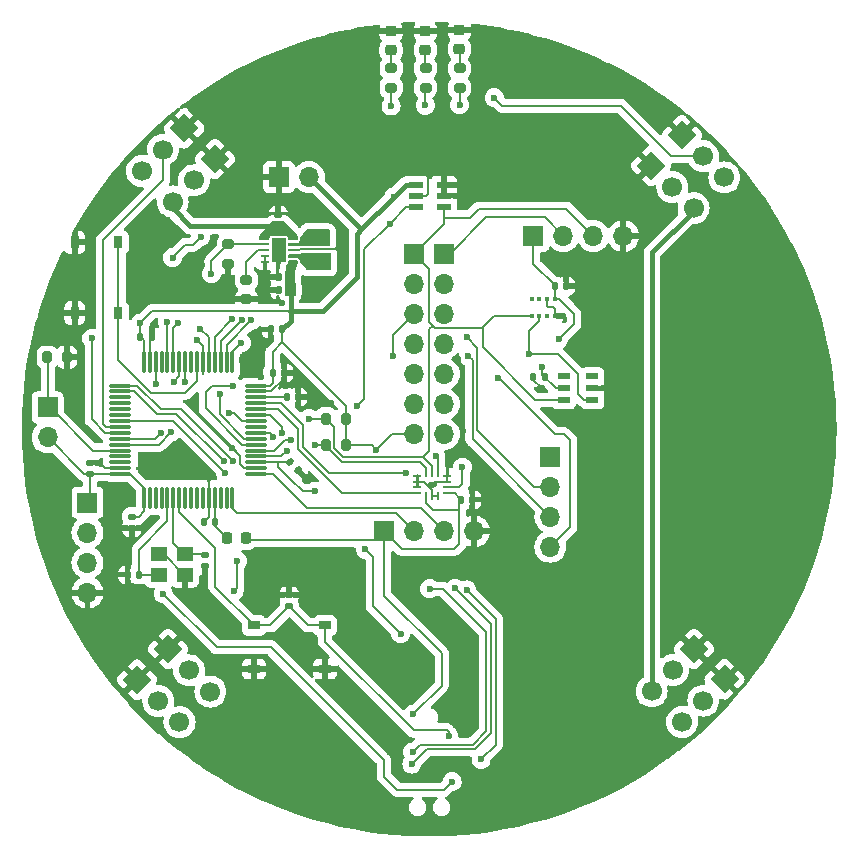
<source format=gbr>
%TF.GenerationSoftware,KiCad,Pcbnew,8.0.5*%
%TF.CreationDate,2025-05-19T13:47:33-04:00*%
%TF.ProjectId,RTLS_VIC,52544c53-5f56-4494-932e-6b696361645f,rev?*%
%TF.SameCoordinates,Original*%
%TF.FileFunction,Copper,L1,Top*%
%TF.FilePolarity,Positive*%
%FSLAX46Y46*%
G04 Gerber Fmt 4.6, Leading zero omitted, Abs format (unit mm)*
G04 Created by KiCad (PCBNEW 8.0.5) date 2025-05-19 13:47:33*
%MOMM*%
%LPD*%
G01*
G04 APERTURE LIST*
G04 Aperture macros list*
%AMRoundRect*
0 Rectangle with rounded corners*
0 $1 Rounding radius*
0 $2 $3 $4 $5 $6 $7 $8 $9 X,Y pos of 4 corners*
0 Add a 4 corners polygon primitive as box body*
4,1,4,$2,$3,$4,$5,$6,$7,$8,$9,$2,$3,0*
0 Add four circle primitives for the rounded corners*
1,1,$1+$1,$2,$3*
1,1,$1+$1,$4,$5*
1,1,$1+$1,$6,$7*
1,1,$1+$1,$8,$9*
0 Add four rect primitives between the rounded corners*
20,1,$1+$1,$2,$3,$4,$5,0*
20,1,$1+$1,$4,$5,$6,$7,0*
20,1,$1+$1,$6,$7,$8,$9,0*
20,1,$1+$1,$8,$9,$2,$3,0*%
%AMHorizOval*
0 Thick line with rounded ends*
0 $1 width*
0 $2 $3 position (X,Y) of the first rounded end (center of the circle)*
0 $4 $5 position (X,Y) of the second rounded end (center of the circle)*
0 Add line between two ends*
20,1,$1,$2,$3,$4,$5,0*
0 Add two circle primitives to create the rounded ends*
1,1,$1,$2,$3*
1,1,$1,$4,$5*%
%AMRotRect*
0 Rectangle, with rotation*
0 The origin of the aperture is its center*
0 $1 length*
0 $2 width*
0 $3 Rotation angle, in degrees counterclockwise*
0 Add horizontal line*
21,1,$1,$2,0,0,$3*%
G04 Aperture macros list end*
%TA.AperFunction,SMDPad,CuDef*%
%ADD10RoundRect,0.140000X0.140000X0.170000X-0.140000X0.170000X-0.140000X-0.170000X0.140000X-0.170000X0*%
%TD*%
%TA.AperFunction,SMDPad,CuDef*%
%ADD11RoundRect,0.140000X-0.140000X-0.170000X0.140000X-0.170000X0.140000X0.170000X-0.140000X0.170000X0*%
%TD*%
%TA.AperFunction,SMDPad,CuDef*%
%ADD12RoundRect,0.218750X-0.218750X-0.256250X0.218750X-0.256250X0.218750X0.256250X-0.218750X0.256250X0*%
%TD*%
%TA.AperFunction,SMDPad,CuDef*%
%ADD13R,1.800000X1.200000*%
%TD*%
%TA.AperFunction,ComponentPad*%
%ADD14RotRect,1.700000X1.700000X45.000000*%
%TD*%
%TA.AperFunction,ComponentPad*%
%ADD15HorizOval,1.700000X0.000000X0.000000X0.000000X0.000000X0*%
%TD*%
%TA.AperFunction,ComponentPad*%
%ADD16R,1.700000X1.700000*%
%TD*%
%TA.AperFunction,ComponentPad*%
%ADD17O,1.700000X1.700000*%
%TD*%
%TA.AperFunction,SMDPad,CuDef*%
%ADD18RoundRect,0.200000X-0.275000X0.200000X-0.275000X-0.200000X0.275000X-0.200000X0.275000X0.200000X0*%
%TD*%
%TA.AperFunction,SMDPad,CuDef*%
%ADD19R,1.400000X1.200000*%
%TD*%
%TA.AperFunction,SMDPad,CuDef*%
%ADD20RoundRect,0.140000X-0.219203X-0.021213X-0.021213X-0.219203X0.219203X0.021213X0.021213X0.219203X0*%
%TD*%
%TA.AperFunction,SMDPad,CuDef*%
%ADD21O,0.300000X2.000000*%
%TD*%
%TA.AperFunction,SMDPad,CuDef*%
%ADD22O,2.000000X0.300000*%
%TD*%
%TA.AperFunction,SMDPad,CuDef*%
%ADD23RoundRect,0.200000X-0.200000X-0.275000X0.200000X-0.275000X0.200000X0.275000X-0.200000X0.275000X0*%
%TD*%
%TA.AperFunction,ComponentPad*%
%ADD24RotRect,1.700000X1.700000X315.000000*%
%TD*%
%TA.AperFunction,ComponentPad*%
%ADD25HorizOval,1.700000X0.000000X0.000000X0.000000X0.000000X0*%
%TD*%
%TA.AperFunction,SMDPad,CuDef*%
%ADD26RoundRect,0.200000X0.275000X-0.200000X0.275000X0.200000X-0.275000X0.200000X-0.275000X-0.200000X0*%
%TD*%
%TA.AperFunction,SMDPad,CuDef*%
%ADD27RoundRect,0.218750X-0.256250X0.218750X-0.256250X-0.218750X0.256250X-0.218750X0.256250X0.218750X0*%
%TD*%
%TA.AperFunction,SMDPad,CuDef*%
%ADD28RoundRect,0.140000X0.170000X-0.140000X0.170000X0.140000X-0.170000X0.140000X-0.170000X-0.140000X0*%
%TD*%
%TA.AperFunction,SMDPad,CuDef*%
%ADD29RoundRect,0.140000X-0.170000X0.140000X-0.170000X-0.140000X0.170000X-0.140000X0.170000X0.140000X0*%
%TD*%
%TA.AperFunction,SMDPad,CuDef*%
%ADD30RoundRect,0.200000X0.200000X0.275000X-0.200000X0.275000X-0.200000X-0.275000X0.200000X-0.275000X0*%
%TD*%
%TA.AperFunction,SMDPad,CuDef*%
%ADD31R,0.680000X0.280000*%
%TD*%
%TA.AperFunction,SMDPad,CuDef*%
%ADD32R,0.280000X0.680000*%
%TD*%
%TA.AperFunction,SMDPad,CuDef*%
%ADD33R,1.000000X0.750000*%
%TD*%
%TA.AperFunction,SMDPad,CuDef*%
%ADD34R,0.750000X1.000000*%
%TD*%
%TA.AperFunction,SMDPad,CuDef*%
%ADD35R,1.300000X0.550000*%
%TD*%
%TA.AperFunction,SMDPad,CuDef*%
%ADD36R,0.660000X0.280000*%
%TD*%
%TA.AperFunction,SMDPad,CuDef*%
%ADD37R,1.200000X2.000000*%
%TD*%
%TA.AperFunction,SMDPad,CuDef*%
%ADD38R,0.450000X0.450000*%
%TD*%
%TA.AperFunction,SMDPad,CuDef*%
%ADD39R,1.000000X0.600000*%
%TD*%
%TA.AperFunction,ViaPad*%
%ADD40C,0.600000*%
%TD*%
%TA.AperFunction,Conductor*%
%ADD41C,0.200000*%
%TD*%
%TA.AperFunction,Conductor*%
%ADD42C,0.400000*%
%TD*%
G04 APERTURE END LIST*
D10*
%TO.P,C7,1*%
%TO.N,+3V3*%
X165664000Y-88375000D03*
%TO.P,C7,2*%
%TO.N,GND*%
X164704000Y-88375000D03*
%TD*%
%TO.P,C3,1*%
%TO.N,+3V3*%
X144149001Y-81025000D03*
%TO.P,C3,2*%
%TO.N,GND*%
X143189001Y-81025000D03*
%TD*%
D11*
%TO.P,C6,1*%
%TO.N,+3V3*%
X166529000Y-80700000D03*
%TO.P,C6,2*%
%TO.N,GND*%
X167489000Y-80700000D03*
%TD*%
D12*
%TO.P,L7,1,1*%
%TO.N,VDDA*%
X138771500Y-102025000D03*
%TO.P,L7,2,2*%
%TO.N,+3V3*%
X140346500Y-102025000D03*
%TD*%
D13*
%TO.P,L1,1,1*%
%TO.N,Net-(U2-LX1)*%
X146494001Y-76575000D03*
%TO.P,L1,2,2*%
%TO.N,Net-(U2-LX2)*%
X146494001Y-78575000D03*
%TD*%
D14*
%TO.P,J5,1,Pin_1*%
%TO.N,GND*%
X133773555Y-111414555D03*
D15*
%TO.P,J5,2,Pin_2*%
%TO.N,PWM_3*%
X135569606Y-113210606D03*
%TO.P,J5,3,Pin_3*%
%TO.N,+ESC_5V*%
X137365657Y-115006657D03*
%TD*%
D16*
%TO.P,J7,1,Pin_1*%
%TO.N,+3V3*%
X152084000Y-101450000D03*
D17*
%TO.P,J7,2,Pin_2*%
%TO.N,GPS_TX*%
X154624000Y-101450000D03*
%TO.P,J7,3,Pin_3*%
%TO.N,GPS_RX*%
X157163999Y-101450000D03*
%TO.P,J7,4,Pin_4*%
%TO.N,GND*%
X159704000Y-101450000D03*
%TD*%
D18*
%TO.P,R4,1*%
%TO.N,Net-(D2-A)*%
X152684000Y-62225000D03*
%TO.P,R4,2*%
%TO.N,LED_DEBUG_3*%
X152684000Y-63875000D03*
%TD*%
D11*
%TO.P,C11,1*%
%TO.N,GND*%
X130354000Y-105100000D03*
%TO.P,C11,2*%
%TO.N,XIN*%
X131314000Y-105100000D03*
%TD*%
D19*
%TO.P,X1,1,1*%
%TO.N,XIN*%
X133009000Y-105100000D03*
%TO.P,X1,2,GND*%
%TO.N,GND*%
X135209000Y-105100000D03*
%TO.P,X1,3,3*%
%TO.N,XOT*%
X135209000Y-103400000D03*
%TO.P,X1,4,GND*%
%TO.N,GND*%
X133009000Y-103400000D03*
%TD*%
D11*
%TO.P,C14,1*%
%TO.N,+3V3*%
X142629000Y-88025000D03*
%TO.P,C14,2*%
%TO.N,GND*%
X143589000Y-88025000D03*
%TD*%
D20*
%TO.P,C13,1*%
%TO.N,+3V3*%
X144119589Y-95585589D03*
%TO.P,C13,2*%
%TO.N,GND*%
X144798411Y-96264411D03*
%TD*%
D14*
%TO.P,J4,1,Pin_1*%
%TO.N,GND*%
X174684000Y-70475000D03*
D15*
%TO.P,J4,2,Pin_2*%
%TO.N,PWM_2*%
X176480051Y-72271051D03*
%TO.P,J4,3,Pin_3*%
%TO.N,+ESC_5V*%
X178276102Y-74067102D03*
%TD*%
D16*
%TO.P,J12,1,Pin_1*%
%TO.N,GND*%
X143159000Y-71450000D03*
D17*
%TO.P,J12,2,Pin_2*%
%TO.N,+3V3*%
X145699000Y-71450000D03*
%TD*%
D21*
%TO.P,U9,1,VBAT*%
%TO.N,+3V3*%
X131734000Y-98600000D03*
%TO.P,U9,2,PC13*%
%TO.N,unconnected-(U9-PC13-Pad2)*%
X132234000Y-98600000D03*
%TO.P,U9,3,PC14-OSC32_IN*%
%TO.N,unconnected-(U9-PC14-OSC32_IN-Pad3)*%
X132734000Y-98600000D03*
%TO.P,U9,4,PC15_OSC32_OUT*%
%TO.N,unconnected-(U9-PC15_OSC32_OUT-Pad4)*%
X133234000Y-98600000D03*
%TO.P,U9,5,PH0_OSC_IN*%
%TO.N,XIN*%
X133734000Y-98600000D03*
%TO.P,U9,6,PH1_OSC_OUT*%
%TO.N,XOT*%
X134234000Y-98600000D03*
%TO.P,U9,7,NRST*%
%TO.N,RST*%
X134734000Y-98600000D03*
%TO.P,U9,8,PC0*%
%TO.N,unconnected-(U9-PC0-Pad8)*%
X135234000Y-98600000D03*
%TO.P,U9,9,PC1*%
%TO.N,unconnected-(U9-PC1-Pad9)*%
X135734000Y-98600000D03*
%TO.P,U9,10,PC2*%
%TO.N,unconnected-(U9-PC2-Pad10)*%
X136234000Y-98600000D03*
%TO.P,U9,11,PC3*%
%TO.N,unconnected-(U9-PC3-Pad11)*%
X136734000Y-98600000D03*
%TO.P,U9,12,VSSA/VREF-*%
%TO.N,GND*%
X137234000Y-98600000D03*
%TO.P,U9,13,VDDA/VREF+*%
%TO.N,VDDA*%
X137734000Y-98600000D03*
%TO.P,U9,14,PA0*%
%TO.N,unconnected-(U9-PA0-Pad14)*%
X138234000Y-98600000D03*
%TO.P,U9,15,PA1*%
%TO.N,unconnected-(U9-PA1-Pad15)*%
X138734000Y-98600000D03*
%TO.P,U9,16,PA2*%
%TO.N,GPS_TX*%
X139234000Y-98600000D03*
D22*
%TO.P,U9,17,PA3*%
%TO.N,GPS_RX*%
X141234000Y-96600000D03*
%TO.P,U9,18,VSS*%
%TO.N,GND*%
X141234000Y-96100000D03*
%TO.P,U9,19,VDD*%
%TO.N,+3V3*%
X141234000Y-95600000D03*
%TO.P,U9,20,PA4*%
%TO.N,NSS*%
X141234000Y-95100000D03*
%TO.P,U9,21,PA5*%
%TO.N,SPI_SCK*%
X141234000Y-94600000D03*
%TO.P,U9,22,PA6*%
%TO.N,SPI_MISO*%
X141234000Y-94100000D03*
%TO.P,U9,23,PA7*%
%TO.N,SPI_MOSI*%
X141234000Y-93600000D03*
%TO.P,U9,24,PC4*%
%TO.N,DEBUG_NSS*%
X141234000Y-93100000D03*
%TO.P,U9,25,PC5*%
%TO.N,unconnected-(U9-PC5-Pad25)*%
X141234000Y-92600000D03*
%TO.P,U9,26,PB0*%
%TO.N,PWM_CH2_3*%
X141234000Y-92100000D03*
%TO.P,U9,27,PB1*%
%TO.N,PWM_CH2_4*%
X141234000Y-91600000D03*
%TO.P,U9,28,PB2*%
%TO.N,LSM6_INT1*%
X141234000Y-91100000D03*
%TO.P,U9,29,PB10*%
%TO.N,LSM6_INT2*%
X141234000Y-90600000D03*
%TO.P,U9,30,VCAP_1*%
%TO.N,VCAP*%
X141234000Y-90100000D03*
%TO.P,U9,31,VSS*%
%TO.N,GND*%
X141234000Y-89600000D03*
%TO.P,U9,32,VDD*%
%TO.N,+3V3*%
X141234000Y-89100000D03*
D21*
%TO.P,U9,33,PB12*%
%TO.N,PWR_SEL*%
X139234000Y-87100000D03*
%TO.P,U9,34,PB13*%
%TO.N,LED_DEBUG_1*%
X138734000Y-87100000D03*
%TO.P,U9,35,PB14*%
%TO.N,LED_DEBUG_2*%
X138234000Y-87100000D03*
%TO.P,U9,36,PB15*%
%TO.N,LED_DEBUG_3*%
X137734000Y-87100000D03*
%TO.P,U9,37,PC6*%
%TO.N,DEBUG_UART6_TX*%
X137234000Y-87100000D03*
%TO.P,U9,38,PC7*%
%TO.N,DEBUG_UART6_RX*%
X136734000Y-87100000D03*
%TO.P,U9,39,PC8*%
%TO.N,DEBUG_BTN_1*%
X136234000Y-87100000D03*
%TO.P,U9,40,PC9*%
%TO.N,unconnected-(U9-PC9-Pad40)*%
X135734000Y-87100000D03*
%TO.P,U9,41,PA8*%
%TO.N,PWM_4*%
X135234000Y-87100000D03*
%TO.P,U9,42,PA9*%
%TO.N,PWM_3*%
X134734000Y-87100000D03*
%TO.P,U9,43,PA10*%
%TO.N,PWM_2*%
X134234000Y-87100000D03*
%TO.P,U9,44,PA11*%
%TO.N,PWM_1*%
X133734000Y-87100000D03*
%TO.P,U9,45,PA12*%
%TO.N,unconnected-(U9-PA12-Pad45)*%
X133234000Y-87100000D03*
%TO.P,U9,46,PA13*%
%TO.N,SWDIO*%
X132734000Y-87100000D03*
%TO.P,U9,47,VSS*%
%TO.N,GND*%
X132234000Y-87100000D03*
%TO.P,U9,48,VDD*%
%TO.N,+3V3*%
X131734000Y-87100000D03*
D22*
%TO.P,U9,49,PA14*%
%TO.N,SWCLK*%
X129734000Y-89100000D03*
%TO.P,U9,50,PA15*%
%TO.N,DEBUG_TX*%
X129734000Y-89600000D03*
%TO.P,U9,51,PC10*%
%TO.N,unconnected-(U9-PC10-Pad51)*%
X129734000Y-90100000D03*
%TO.P,U9,52,PC11*%
%TO.N,unconnected-(U9-PC11-Pad52)*%
X129734000Y-90600000D03*
%TO.P,U9,53,PC12*%
%TO.N,unconnected-(U9-PC12-Pad53)*%
X129734000Y-91100000D03*
%TO.P,U9,54,PD2*%
%TO.N,unconnected-(U9-PD2-Pad54)*%
X129734000Y-91600000D03*
%TO.P,U9,55,PB3*%
%TO.N,DEBUG_RX*%
X129734000Y-92100000D03*
%TO.P,U9,56,PB4*%
%TO.N,PWM_CH2_1*%
X129734000Y-92600000D03*
%TO.P,U9,57,PB5*%
%TO.N,PWM_CH2_2*%
X129734000Y-93100000D03*
%TO.P,U9,58,PB6*%
%TO.N,SCL*%
X129734000Y-93600000D03*
%TO.P,U9,59,PB7*%
%TO.N,SDA*%
X129734000Y-94100000D03*
%TO.P,U9,60,BOOT0*%
%TO.N,BOOT0*%
X129734000Y-94600000D03*
%TO.P,U9,61,PB8*%
%TO.N,unconnected-(U9-PB8-Pad61)*%
X129734000Y-95100000D03*
%TO.P,U9,62,PB9*%
%TO.N,unconnected-(U9-PB9-Pad62)*%
X129734000Y-95600000D03*
%TO.P,U9,63,VSS*%
%TO.N,GND*%
X129734000Y-96100000D03*
%TO.P,U9,64,VDD*%
%TO.N,+3V3*%
X129734000Y-96600000D03*
%TD*%
D23*
%TO.P,R2,1*%
%TO.N,BOOT0*%
X123559000Y-86700000D03*
%TO.P,R2,2*%
%TO.N,GND*%
X125209000Y-86700000D03*
%TD*%
D24*
%TO.P,J3,1,Pin_1*%
%TO.N,GND*%
X137759000Y-69925000D03*
D25*
%TO.P,J3,2,Pin_2*%
%TO.N,PWM_1*%
X135962949Y-71721051D03*
%TO.P,J3,3,Pin_3*%
%TO.N,+ESC_5V*%
X134166898Y-73517102D03*
%TD*%
D26*
%TO.P,R3,1*%
%TO.N,GND*%
X140419001Y-81800001D03*
%TO.P,R3,2*%
%TO.N,Net-(U2-CFG1)*%
X140419001Y-80150001D03*
%TD*%
D27*
%TO.P,D3,1,K*%
%TO.N,GND*%
X155564000Y-59112499D03*
%TO.P,D3,2,A*%
%TO.N,Net-(D3-A)*%
X155564000Y-60687501D03*
%TD*%
D28*
%TO.P,C16,1*%
%TO.N,+3V3*%
X127159000Y-96580000D03*
%TO.P,C16,2*%
%TO.N,GND*%
X127159000Y-95620000D03*
%TD*%
D16*
%TO.P,J10,1,Pin_1*%
%TO.N,+3V3*%
X164709000Y-76425000D03*
D17*
%TO.P,J10,2,Pin_2*%
%TO.N,SDA*%
X167249000Y-76425000D03*
%TO.P,J10,3,Pin_3*%
%TO.N,SCL*%
X169788999Y-76425000D03*
%TO.P,J10,4,Pin_4*%
%TO.N,GND*%
X172329000Y-76425000D03*
%TD*%
D26*
%TO.P,R1,1*%
%TO.N,GND*%
X138894001Y-78800000D03*
%TO.P,R1,2*%
%TO.N,PWR_SEL*%
X138894001Y-77150000D03*
%TD*%
D18*
%TO.P,R11,1*%
%TO.N,Net-(D1-A)*%
X158464000Y-62237498D03*
%TO.P,R11,2*%
%TO.N,LED_DEBUG_1*%
X158464000Y-63887498D03*
%TD*%
D29*
%TO.P,C12,1*%
%TO.N,+3V3*%
X130709000Y-100195000D03*
%TO.P,C12,2*%
%TO.N,GND*%
X130709000Y-101155000D03*
%TD*%
%TO.P,C9,1*%
%TO.N,GND*%
X144034000Y-106845000D03*
%TO.P,C9,2*%
%TO.N,RST*%
X144034000Y-107805000D03*
%TD*%
D24*
%TO.P,J14,1,Pin_1*%
%TO.N,GND*%
X135159000Y-67325000D03*
D25*
%TO.P,J14,2,Pin_2*%
%TO.N,PWM_CH2_1*%
X133362949Y-69121051D03*
%TO.P,J14,3,Pin_3*%
%TO.N,+ESC_5V*%
X131566898Y-70917102D03*
%TD*%
D30*
%TO.P,R9,1*%
%TO.N,+3V3*%
X148809000Y-94125000D03*
%TO.P,R9,2*%
%TO.N,SDA*%
X147159000Y-94125000D03*
%TD*%
D14*
%TO.P,J15,1,Pin_1*%
%TO.N,GND*%
X177284000Y-67875000D03*
D15*
%TO.P,J15,2,Pin_2*%
%TO.N,PWM_CH2_2*%
X179080051Y-69671051D03*
%TO.P,J15,3,Pin_3*%
%TO.N,+ESC_5V*%
X180876102Y-71467102D03*
%TD*%
D16*
%TO.P,J8,1,Pin_1*%
%TO.N,BOOT0*%
X123584000Y-90950000D03*
D17*
%TO.P,J8,2,Pin_2*%
%TO.N,+3V3*%
X123584000Y-93490000D03*
%TD*%
D10*
%TO.P,C24,1*%
%TO.N,VDDA*%
X137764000Y-100650000D03*
%TO.P,C24,2*%
%TO.N,GND*%
X136804000Y-100650000D03*
%TD*%
D24*
%TO.P,J17,1,Pin_1*%
%TO.N,GND*%
X180898756Y-113979721D03*
D25*
%TO.P,J17,2,Pin_2*%
%TO.N,PWM_CH2_4*%
X179102705Y-115775772D03*
%TO.P,J17,3,Pin_3*%
%TO.N,+ESC_5V*%
X177306654Y-117571823D03*
%TD*%
D28*
%TO.P,C1,1*%
%TO.N,+ESC_5V*%
X143119001Y-75604999D03*
%TO.P,C1,2*%
%TO.N,GND*%
X143119001Y-74644999D03*
%TD*%
D27*
%TO.P,D1,1,K*%
%TO.N,GND*%
X158449000Y-59024997D03*
%TO.P,D1,2,A*%
%TO.N,Net-(D1-A)*%
X158449000Y-60599999D03*
%TD*%
D16*
%TO.P,J11,1,Pin_1*%
%TO.N,DEBUG_NSS*%
X166159000Y-95125000D03*
D17*
%TO.P,J11,2,Pin_2*%
%TO.N,SPI_SCK*%
X166159000Y-97665000D03*
%TO.P,J11,3,Pin_3*%
%TO.N,SPI_MISO*%
X166159000Y-100205000D03*
%TO.P,J11,4,Pin_4*%
%TO.N,SPI_MOSI*%
X166159000Y-102745000D03*
%TD*%
D16*
%TO.P,J1,1,Pin_1*%
%TO.N,SDA*%
X157124000Y-77950000D03*
D17*
%TO.P,J1,2,Pin_2*%
%TO.N,SPI_MISO*%
X157124000Y-80490000D03*
%TO.P,J1,3,Pin_3*%
%TO.N,SPI_SCK*%
X157124000Y-83030000D03*
%TO.P,J1,4,Pin_4*%
%TO.N,+BATT*%
X157124000Y-85570000D03*
%TO.P,J1,5,Pin_5*%
%TO.N,/Sensors/GPIO1*%
X157124000Y-88110000D03*
%TO.P,J1,6,Pin_6*%
%TO.N,/Sensors/GPIO3*%
X157124000Y-90650000D03*
%TO.P,J1,7,Pin_7*%
%TO.N,/Sensors/WKUP1*%
X157124000Y-93190000D03*
%TD*%
D10*
%TO.P,C17,1*%
%TO.N,+3V3*%
X143439000Y-84350000D03*
%TO.P,C17,2*%
%TO.N,GND*%
X142479000Y-84350000D03*
%TD*%
D18*
%TO.P,R5,1*%
%TO.N,Net-(D3-A)*%
X155584000Y-62225000D03*
%TO.P,R5,2*%
%TO.N,LED_DEBUG_2*%
X155584000Y-63875000D03*
%TD*%
D29*
%TO.P,C10,1*%
%TO.N,XOT*%
X136909000Y-103420000D03*
%TO.P,C10,2*%
%TO.N,GND*%
X136909000Y-104380000D03*
%TD*%
D31*
%TO.P,U3,1,AP_SDO/AP_AD0*%
%TO.N,GND*%
X154899000Y-96724999D03*
%TO.P,U3,2,RESV*%
X154899000Y-97225000D03*
%TO.P,U3,3,RESV*%
X154899000Y-97725000D03*
%TO.P,U3,4,INT1/INT*%
%TO.N,LSM6_INT1*%
X154899000Y-98225001D03*
D32*
%TO.P,U3,5,VDDIO*%
%TO.N,+3V3*%
X155659000Y-98485000D03*
%TO.P,U3,6,GND*%
%TO.N,GND*%
X156159000Y-98485000D03*
%TO.P,U3,7,RESV*%
X156659000Y-98485000D03*
D31*
%TO.P,U3,8,VDD*%
%TO.N,+3V3*%
X157419000Y-98225001D03*
%TO.P,U3,9,INT2/FSYNC/CLKIN*%
%TO.N,LSM6_INT2*%
X157419000Y-97725000D03*
%TO.P,U3,10,RESV*%
%TO.N,GND*%
X157419000Y-97225000D03*
%TO.P,U3,11,RESV*%
X157419000Y-96724999D03*
D32*
%TO.P,U3,12,AP_CS*%
%TO.N,+3V3*%
X156659000Y-96465000D03*
%TO.P,U3,13,AP_SCL/AP_SCLK*%
%TO.N,SCL*%
X156159000Y-96465000D03*
%TO.P,U3,14,AP_SDA/AP_SDIO/AP_SDI*%
%TO.N,SDA*%
X155659000Y-96465000D03*
%TD*%
D33*
%TO.P,SW1,1,A*%
%TO.N,GND*%
X147059000Y-113100000D03*
%TO.P,SW1,2,B*%
X141059000Y-113100000D03*
%TO.P,SW1,3,C*%
%TO.N,RST*%
X147059000Y-109400000D03*
%TO.P,SW1,4,D*%
X141059000Y-109400000D03*
%TD*%
D11*
%TO.P,C5,1*%
%TO.N,+3V3*%
X158579000Y-98750000D03*
%TO.P,C5,2*%
%TO.N,GND*%
X159539000Y-98750000D03*
%TD*%
D14*
%TO.P,J16,1,Pin_1*%
%TO.N,GND*%
X131159000Y-114000000D03*
D15*
%TO.P,J16,2,Pin_2*%
%TO.N,PWM_CH2_3*%
X132955051Y-115796051D03*
%TO.P,J16,3,Pin_3*%
%TO.N,+ESC_5V*%
X134751102Y-117592102D03*
%TD*%
D34*
%TO.P,SW2,1,A*%
%TO.N,DEBUG_BTN_1*%
X129584000Y-76975000D03*
%TO.P,SW2,2,B*%
X129584000Y-82975000D03*
%TO.P,SW2,3,C*%
%TO.N,GND*%
X125884000Y-76975000D03*
%TO.P,SW2,4,D*%
X125884000Y-82975000D03*
%TD*%
D11*
%TO.P,C15,1*%
%TO.N,+3V3*%
X131429000Y-84950000D03*
%TO.P,C15,2*%
%TO.N,GND*%
X132389000Y-84950000D03*
%TD*%
D10*
%TO.P,C2,1*%
%TO.N,+3V3*%
X144149000Y-79925000D03*
%TO.P,C2,2*%
%TO.N,GND*%
X143189000Y-79925000D03*
%TD*%
D11*
%TO.P,C4,1*%
%TO.N,VCAP*%
X143829000Y-90100000D03*
%TO.P,C4,2*%
%TO.N,GND*%
X144789000Y-90100000D03*
%TD*%
D24*
%TO.P,J6,1,Pin_1*%
%TO.N,GND*%
X178313150Y-111390327D03*
D25*
%TO.P,J6,2,Pin_2*%
%TO.N,PWM_4*%
X176517099Y-113186378D03*
%TO.P,J6,3,Pin_3*%
%TO.N,+ESC_5V*%
X174721048Y-114982429D03*
%TD*%
D27*
%TO.P,D2,1,K*%
%TO.N,GND*%
X152659000Y-59112499D03*
%TO.P,D2,2,A*%
%TO.N,Net-(D2-A)*%
X152659000Y-60687501D03*
%TD*%
D35*
%TO.P,U7,1,SCL/INT*%
%TO.N,SCL*%
X157134000Y-74017500D03*
%TO.P,U7,2,GND*%
%TO.N,GND*%
X157134000Y-73067500D03*
%TO.P,U7,3,GND*%
X157134000Y-72117500D03*
%TO.P,U7,4,VDD*%
%TO.N,+3V3*%
X154744000Y-72117500D03*
%TO.P,U7,5,GND*%
%TO.N,GND*%
X154734000Y-73067500D03*
%TO.P,U7,6,SDA/ADDR*%
%TO.N,SDA*%
X154744000Y-74017500D03*
%TD*%
D16*
%TO.P,J9,1,Pin_1*%
%TO.N,SCL*%
X154584000Y-77950000D03*
D17*
%TO.P,J9,2,Pin_2*%
%TO.N,SPI_MOSI*%
X154584000Y-80490000D03*
%TO.P,J9,3,Pin_3*%
%TO.N,NSS*%
X154584000Y-83030000D03*
%TO.P,J9,4,Pin_4*%
%TO.N,GND*%
X154584000Y-85570000D03*
%TO.P,J9,5,Pin_5*%
%TO.N,/Sensors/GPIO2*%
X154584000Y-88110000D03*
%TO.P,J9,6,Pin_6*%
%TO.N,/Sensors/GPIO4*%
X154584000Y-90650000D03*
%TO.P,J9,7,Pin_7*%
%TO.N,+3V3*%
X154584000Y-93190000D03*
%TD*%
D36*
%TO.P,U2,1,EN*%
%TO.N,+ESC_5V*%
X141984000Y-76650000D03*
%TO.P,U2,2,SEL*%
%TO.N,PWR_SEL*%
X141984001Y-77150000D03*
%TO.P,U2,3,CFG1*%
%TO.N,Net-(U2-CFG1)*%
X141984000Y-77650000D03*
%TO.P,U2,4,CFG2*%
%TO.N,GND*%
X141984001Y-78150000D03*
%TO.P,U2,5,CFG3*%
X141984000Y-78650000D03*
%TO.P,U2,6,VOUT*%
%TO.N,+3V3*%
X144304000Y-78650000D03*
%TO.P,U2,7,LX2*%
%TO.N,Net-(U2-LX2)*%
X144303999Y-78150000D03*
%TO.P,U2,8,GND*%
%TO.N,GND*%
X144304000Y-77650000D03*
%TO.P,U2,9,LX1*%
%TO.N,Net-(U2-LX1)*%
X144303999Y-77150000D03*
%TO.P,U2,10,VIN*%
%TO.N,+ESC_5V*%
X144304000Y-76650000D03*
D37*
%TO.P,U2,11,EP*%
%TO.N,GND*%
X143144000Y-77650000D03*
%TD*%
D23*
%TO.P,R10,1*%
%TO.N,SCL*%
X147159000Y-91900000D03*
%TO.P,R10,2*%
%TO.N,+3V3*%
X148809000Y-91900000D03*
%TD*%
D38*
%TO.P,U4,1,GND*%
%TO.N,GND*%
X166504001Y-83205000D03*
%TO.P,U4,2,NC*%
%TO.N,unconnected-(U4-NC-Pad2)*%
X165854000Y-83205000D03*
%TO.P,U4,3,SDA*%
%TO.N,SDA*%
X165214000Y-83205000D03*
%TO.P,U4,4,SCL*%
%TO.N,SCL*%
X164563999Y-83205000D03*
%TO.P,U4,5,NC*%
%TO.N,unconnected-(U4-NC-Pad5)*%
X164563999Y-81745000D03*
%TO.P,U4,6,NC*%
%TO.N,unconnected-(U4-NC-Pad6)*%
X165214000Y-81745000D03*
%TO.P,U4,7,GND*%
%TO.N,GND*%
X165854000Y-81745000D03*
%TO.P,U4,8,VDD*%
%TO.N,+3V3*%
X166504001Y-81745000D03*
%TD*%
D16*
%TO.P,J13,1,Pin_1*%
%TO.N,+3V3*%
X126959000Y-99010000D03*
D17*
%TO.P,J13,2,Pin_2*%
%TO.N,DEBUG_UART6_TX*%
X126959000Y-101550000D03*
%TO.P,J13,3,Pin_3*%
%TO.N,DEBUG_UART6_RX*%
X126959000Y-104089999D03*
%TO.P,J13,4,Pin_4*%
%TO.N,GND*%
X126959000Y-106630000D03*
%TD*%
D39*
%TO.P,U1,1,NC*%
%TO.N,unconnected-(U1-NC-Pad1)*%
X167309000Y-88325000D03*
%TO.P,U1,2,VDD*%
%TO.N,+3V3*%
X167309000Y-89325000D03*
%TO.P,U1,3,SCL*%
%TO.N,SCL*%
X167309000Y-90325000D03*
%TO.P,U1,4,SDA*%
%TO.N,SDA*%
X169709000Y-90325000D03*
%TO.P,U1,5,GND*%
%TO.N,GND*%
X169709000Y-89325000D03*
%TO.P,U1,6,NC*%
%TO.N,unconnected-(U1-NC-Pad6)*%
X169709000Y-88325000D03*
%TD*%
D40*
%TO.N,GND*%
X143144000Y-77650000D03*
X165434000Y-89325000D03*
X157774000Y-94975000D03*
X149509000Y-125650000D03*
X143459000Y-82125000D03*
X149784000Y-116525000D03*
X171684000Y-91975000D03*
X133484000Y-96525000D03*
X157384000Y-116275000D03*
X132404000Y-100535000D03*
X142934000Y-63650000D03*
X126474000Y-86715000D03*
X145564000Y-80395000D03*
X139609000Y-63000000D03*
X184034000Y-103300000D03*
X152034000Y-118325000D03*
X149384000Y-62300000D03*
X146109000Y-105850000D03*
X143734000Y-89125000D03*
X166059000Y-78325000D03*
X136709000Y-96500000D03*
X172084000Y-82950000D03*
X126024000Y-79845000D03*
X150609000Y-121300000D03*
X136624000Y-78915000D03*
X135084000Y-106700000D03*
X166709000Y-120925000D03*
X170834000Y-97425000D03*
X129859000Y-107375000D03*
X126524000Y-92065000D03*
X141909000Y-79625000D03*
X153234000Y-121775000D03*
X148659000Y-70450000D03*
X174434000Y-118850000D03*
X169734000Y-80425000D03*
X132609000Y-83975000D03*
X139384000Y-118900000D03*
X127684000Y-74000000D03*
X163734000Y-117500000D03*
X133434000Y-108500000D03*
X122054000Y-88065000D03*
X135854000Y-90555000D03*
X147609000Y-90575000D03*
X165884000Y-91200000D03*
X138584000Y-81850000D03*
X163884000Y-125925000D03*
X166859000Y-72775000D03*
X134634000Y-94350000D03*
X141234000Y-85000000D03*
X128009000Y-95625000D03*
X169934000Y-106350000D03*
X140084000Y-86925000D03*
X159359000Y-118025000D03*
X130554000Y-102385000D03*
X148684000Y-78185000D03*
X139164000Y-94345000D03*
X166334000Y-62875000D03*
X145934000Y-90100000D03*
X122509000Y-97625000D03*
X130654000Y-98285000D03*
X139644000Y-74425000D03*
X185409000Y-82000000D03*
X155809000Y-70750000D03*
X145559000Y-96925000D03*
X137684000Y-76755000D03*
X168534000Y-85900000D03*
X159484000Y-104925000D03*
X144609000Y-88025000D03*
X162659000Y-67275000D03*
X158309000Y-86825000D03*
X145084000Y-117075000D03*
X141659000Y-88375000D03*
X133184000Y-76025000D03*
X158764000Y-92955000D03*
X158654000Y-89475000D03*
X133434000Y-81295000D03*
X167259000Y-83225000D03*
X184609000Y-93250000D03*
X164309000Y-102525000D03*
X123759000Y-102650000D03*
X159984000Y-122225000D03*
%TO.N,+3V3*%
X165459000Y-87550000D03*
X131434000Y-83800000D03*
X156459000Y-95065000D03*
X166859000Y-85175000D03*
X152885250Y-73126250D03*
X154559000Y-116900000D03*
X146184000Y-98050000D03*
X151409000Y-94525000D03*
%TO.N,RST*%
X157534000Y-118750000D03*
%TO.N,SWDIO*%
X133371500Y-106712500D03*
X132734000Y-88950000D03*
X157834000Y-122625000D03*
%TO.N,SWCLK*%
X159058265Y-106400735D03*
X139284000Y-95475000D03*
X160284000Y-120750000D03*
%TO.N,DEBUG_RX*%
X138634000Y-96525000D03*
X155934000Y-106300000D03*
X154500694Y-120116762D03*
%TO.N,DEBUG_TX*%
X154421126Y-121152456D03*
X138485773Y-95528243D03*
X158084000Y-106275000D03*
%TO.N,PWM_1*%
X133734000Y-83700000D03*
%TO.N,PWM_2*%
X134634000Y-83800000D03*
%TO.N,PWM_3*%
X134259000Y-88800000D03*
%TO.N,PWM_4*%
X135234000Y-88825000D03*
%TO.N,PWR_SEL*%
X139995765Y-85488235D03*
X137459000Y-79625000D03*
%TO.N,LED_DEBUG_3*%
X139227380Y-83484562D03*
X152664001Y-65425000D03*
%TO.N,LED_DEBUG_2*%
X140034000Y-83525000D03*
X155559000Y-65375000D03*
%TO.N,SDA*%
X149809000Y-90850000D03*
X134059000Y-93050000D03*
X164309000Y-86425000D03*
X152534000Y-75425000D03*
X146209000Y-94125000D03*
%TO.N,SCL*%
X145709000Y-91900000D03*
X133159000Y-93100000D03*
%TO.N,LED_DEBUG_1*%
X140846500Y-83562500D03*
X158459000Y-65325000D03*
%TO.N,LSM6_INT2*%
X153894000Y-96505000D03*
X158709000Y-96025000D03*
%TO.N,DEBUG_NSS*%
X142708000Y-93418000D03*
%TO.N,SPI_MISO*%
X159209000Y-86600000D03*
X139259000Y-89150000D03*
%TO.N,DEBUG_UART6_TX*%
X136524000Y-84285000D03*
%TO.N,SPI_SCK*%
X144184000Y-93674997D03*
X159059000Y-85025000D03*
%TO.N,DEBUG_UART6_RX*%
X136254000Y-85265000D03*
%TO.N,SPI_MOSI*%
X161759000Y-88450000D03*
X138158265Y-89845000D03*
%TO.N,PWM_CH2_2*%
X161404000Y-64725000D03*
X136564655Y-76499934D03*
X127314000Y-85115000D03*
X134164000Y-78265000D03*
%TO.N,PWM_CH2_3*%
X138947567Y-91451433D03*
X139374000Y-106495000D03*
X139644000Y-103925000D03*
%TO.N,NSS*%
X143814000Y-94645000D03*
X152809000Y-86600000D03*
%TO.N,PWM_CH2_4*%
X143439896Y-93095000D03*
X153474000Y-110125000D03*
X150474000Y-102965000D03*
%TD*%
D41*
%TO.N,RST*%
X137784000Y-102850000D02*
X137784000Y-106125000D01*
X137784000Y-106125000D02*
X141059000Y-109400000D01*
X134734000Y-99800000D02*
X137784000Y-102850000D01*
X134734000Y-98600000D02*
X134734000Y-99800000D01*
%TO.N,GND*%
X164704000Y-88595000D02*
X164704000Y-88375000D01*
X165434000Y-89325000D02*
X164704000Y-88595000D01*
%TO.N,+3V3*%
X165459000Y-88170000D02*
X165459000Y-87550000D01*
X166614000Y-89325000D02*
X165459000Y-88170000D01*
X167309000Y-89325000D02*
X166614000Y-89325000D01*
D42*
%TO.N,+ESC_5V*%
X135679795Y-75604999D02*
X143119001Y-75604999D01*
X174759000Y-114944477D02*
X174759000Y-77813314D01*
X134166898Y-73517102D02*
X134166898Y-74092102D01*
X134166898Y-74092102D02*
X135679795Y-75604999D01*
X178276102Y-74296212D02*
X178276102Y-74067102D01*
X143429000Y-75604999D02*
X143119001Y-75604999D01*
X174759000Y-77813314D02*
X178276102Y-74296212D01*
X174721048Y-114982429D02*
X174759000Y-114944477D01*
D41*
%TO.N,GND*%
X140247604Y-96100000D02*
X141234000Y-96100000D01*
X136804000Y-100650000D02*
X137234000Y-100220000D01*
X128484000Y-96100000D02*
X129734000Y-96100000D01*
X156159000Y-97905000D02*
X156159000Y-98485000D01*
X137234000Y-98600000D02*
X137234000Y-96900000D01*
X144933999Y-77575000D02*
X144858999Y-77650000D01*
X135209000Y-105100000D02*
X135109000Y-105100000D01*
X165854000Y-82344999D02*
X165854000Y-81745000D01*
X154899000Y-97225000D02*
X155479000Y-97225000D01*
X139164000Y-94345000D02*
X139884000Y-95065000D01*
X155906500Y-97652500D02*
X156159000Y-97905000D01*
X166359000Y-82450000D02*
X165959001Y-82450000D01*
X155809000Y-72842500D02*
X155809000Y-70750000D01*
X157419000Y-97225000D02*
X157419000Y-96724999D01*
X136909000Y-104380000D02*
X136909000Y-105500000D01*
X133409000Y-103400000D02*
X133009000Y-103400000D01*
X141984000Y-79550000D02*
X141909000Y-79625000D01*
X132234000Y-85105000D02*
X132389000Y-84950000D01*
X148684000Y-78185000D02*
X148074000Y-77575000D01*
X139877566Y-95729962D02*
X140247604Y-96100000D01*
X132234000Y-87100000D02*
X132234000Y-85105000D01*
X142499686Y-89600000D02*
X143589000Y-88510686D01*
X144858999Y-77650000D02*
X144304000Y-77650000D01*
X136909000Y-105500000D02*
X136684000Y-105725000D01*
X166504001Y-83205000D02*
X166504001Y-82595001D01*
X128009000Y-95625000D02*
X128484000Y-96100000D01*
X154899000Y-97725000D02*
X154899000Y-96724999D01*
X141984001Y-78150000D02*
X141984001Y-78649999D01*
X154734000Y-73067500D02*
X155584000Y-73067500D01*
X148074000Y-77575000D02*
X144933999Y-77575000D01*
X156159000Y-98485000D02*
X156659000Y-98485000D01*
X132609000Y-84730000D02*
X132389000Y-84950000D01*
X143589000Y-88510686D02*
X143589000Y-88025000D01*
X139884000Y-95065000D02*
X139884000Y-95723529D01*
X166504001Y-82595001D02*
X166359000Y-82450000D01*
X155479000Y-97225000D02*
X155906500Y-97652500D01*
X165959001Y-82450000D02*
X165854000Y-82344999D01*
X141234000Y-89600000D02*
X142499686Y-89600000D01*
X139884000Y-95723529D02*
X139877566Y-95729962D01*
X155584000Y-73067500D02*
X155809000Y-72842500D01*
X135109000Y-105100000D02*
X133409000Y-103400000D01*
X141984001Y-78649999D02*
X141984000Y-78650000D01*
X141984000Y-78650000D02*
X141984000Y-79550000D01*
X156334000Y-97225000D02*
X157419000Y-97225000D01*
X132609000Y-83975000D02*
X132609000Y-84730000D01*
X155906500Y-97652500D02*
X156334000Y-97225000D01*
X137234000Y-100220000D02*
X137234000Y-98600000D01*
%TO.N,+3V3*%
X143439000Y-84350000D02*
X144149001Y-83639999D01*
X131429000Y-84950000D02*
X131429000Y-83805000D01*
X144149001Y-83639999D02*
X144149001Y-82800000D01*
X127179000Y-96600000D02*
X129734000Y-96600000D01*
X148809000Y-90815000D02*
X143439000Y-85445000D01*
X143439000Y-84350000D02*
X143439000Y-85445000D01*
X155659000Y-99050000D02*
X156234000Y-99625000D01*
X141234000Y-89100000D02*
X142434000Y-89100000D01*
X166879000Y-81745000D02*
X166504001Y-81745000D01*
X127159000Y-98810000D02*
X126959000Y-99010000D01*
X143109000Y-95600000D02*
X144079000Y-95600000D01*
X130709000Y-100195000D02*
X131289000Y-100195000D01*
X166859000Y-85175000D02*
X168184000Y-83850000D01*
X142629000Y-86255000D02*
X142629000Y-88025000D01*
D42*
X144159000Y-81034999D02*
X144159000Y-83630000D01*
D41*
X148809000Y-91900000D02*
X148809000Y-94125000D01*
X143109000Y-95975000D02*
X144209000Y-97075000D01*
X151009000Y-94125000D02*
X148809000Y-94125000D01*
X145184000Y-98050000D02*
X146184000Y-98050000D01*
X144209000Y-97075000D02*
X145184000Y-98050000D01*
X151409000Y-94525000D02*
X152744000Y-93190000D01*
X156959000Y-111750000D02*
X152084000Y-106875000D01*
X158434000Y-98605000D02*
X158434000Y-99625000D01*
X148809000Y-91900000D02*
X148809000Y-90815000D01*
D42*
X150125250Y-75876250D02*
X145699000Y-71450000D01*
D41*
X123584000Y-93490000D02*
X126674000Y-96580000D01*
X131734000Y-87100000D02*
X131734000Y-85255000D01*
X140521500Y-102200000D02*
X151334000Y-102200000D01*
X164709000Y-78825000D02*
X166504001Y-80620001D01*
X156659000Y-95265000D02*
X156659000Y-96465000D01*
X132434000Y-82800000D02*
X144149001Y-82800000D01*
D42*
X144149001Y-82800000D02*
X146859000Y-82800000D01*
X149784000Y-79875000D02*
X149784000Y-79775000D01*
D41*
X151409000Y-94525000D02*
X151009000Y-94125000D01*
D42*
X152885250Y-73126250D02*
X153894000Y-72117500D01*
D41*
X126674000Y-96580000D02*
X127159000Y-96580000D01*
X127159000Y-96580000D02*
X127179000Y-96600000D01*
X156959000Y-114500000D02*
X156959000Y-111750000D01*
X158434000Y-99625000D02*
X158434000Y-102500000D01*
X152744000Y-93190000D02*
X154584000Y-93190000D01*
D42*
X144149001Y-81025000D02*
X144159000Y-81034999D01*
D41*
X156234000Y-99625000D02*
X158434000Y-99625000D01*
X144079000Y-95600000D02*
X144109000Y-95570000D01*
X131434000Y-83800000D02*
X132434000Y-82800000D01*
X127159000Y-96580000D02*
X127159000Y-98810000D01*
X158434000Y-102500000D02*
X158009000Y-102925000D01*
X168184000Y-83050000D02*
X166879000Y-81745000D01*
X130584000Y-96600000D02*
X129734000Y-96600000D01*
X142434000Y-89100000D02*
X142629000Y-88905000D01*
D42*
X153894000Y-72117500D02*
X154744000Y-72117500D01*
D41*
X166504001Y-80620001D02*
X166504001Y-81745000D01*
X155659000Y-98485000D02*
X155659000Y-99050000D01*
X153559000Y-102925000D02*
X152084000Y-101450000D01*
D42*
X146859000Y-82800000D02*
X149784000Y-79875000D01*
X149784000Y-76227500D02*
X150135250Y-75876250D01*
D41*
X141234000Y-95600000D02*
X143109000Y-95600000D01*
X157419000Y-98225001D02*
X158054001Y-98225001D01*
X131734000Y-97750000D02*
X130584000Y-96600000D01*
X143109000Y-95600000D02*
X143109000Y-95975000D01*
X142629000Y-88905000D02*
X142629000Y-88025000D01*
X140346500Y-102025000D02*
X140521500Y-102200000D01*
X158009000Y-102925000D02*
X153559000Y-102925000D01*
X131734000Y-98600000D02*
X131734000Y-97750000D01*
X131734000Y-85255000D02*
X131429000Y-84950000D01*
X154559000Y-116900000D02*
X156959000Y-114500000D01*
D42*
X149784000Y-79775000D02*
X149784000Y-76227500D01*
D41*
X144149001Y-82800000D02*
X144149001Y-81025000D01*
X164709000Y-76425000D02*
X164709000Y-78825000D01*
X156459000Y-95065000D02*
X156659000Y-95265000D01*
D42*
X150135250Y-75876250D02*
X150125250Y-75876250D01*
X144159000Y-83630000D02*
X143439000Y-84350000D01*
D41*
X168184000Y-83850000D02*
X168184000Y-83050000D01*
X158054001Y-98225001D02*
X158434000Y-98605000D01*
X131429000Y-83805000D02*
X131434000Y-83800000D01*
X152084000Y-106875000D02*
X152084000Y-101450000D01*
X131289000Y-100195000D02*
X131734000Y-99750000D01*
X131734000Y-99750000D02*
X131734000Y-98600000D01*
X151334000Y-102200000D02*
X152084000Y-101450000D01*
D42*
X150135250Y-75876250D02*
X152885250Y-73126250D01*
D41*
X143439000Y-85445000D02*
X142629000Y-86255000D01*
%TO.N,RST*%
X157384000Y-118300000D02*
X154584000Y-118300000D01*
X142439000Y-109400000D02*
X144034000Y-107805000D01*
X147059000Y-109400000D02*
X145629000Y-109400000D01*
X141059000Y-109400000D02*
X142439000Y-109400000D01*
X157534000Y-118750000D02*
X157534000Y-118450000D01*
X154584000Y-118300000D02*
X147059000Y-110775000D01*
X147059000Y-110775000D02*
X147059000Y-109400000D01*
X145629000Y-109400000D02*
X144034000Y-107805000D01*
X157534000Y-118450000D02*
X157384000Y-118300000D01*
%TO.N,XOT*%
X134234000Y-98600000D02*
X134234000Y-102425000D01*
X134234000Y-102425000D02*
X135209000Y-103400000D01*
X136889000Y-103400000D02*
X136909000Y-103420000D01*
X135209000Y-103400000D02*
X136889000Y-103400000D01*
%TO.N,XIN*%
X133734000Y-98600000D02*
X133734000Y-100575000D01*
X133734000Y-100575000D02*
X131314000Y-102995000D01*
X131314000Y-105100000D02*
X133009000Y-105100000D01*
X131314000Y-102995000D02*
X131314000Y-105100000D01*
%TO.N,VDDA*%
X137764000Y-100650000D02*
X137734000Y-100620000D01*
X137734000Y-100620000D02*
X137734000Y-98600000D01*
X138771500Y-102025000D02*
X137764000Y-101017500D01*
X137764000Y-101017500D02*
X137764000Y-100650000D01*
%TO.N,Net-(D1-A)*%
X158464000Y-62237498D02*
X158464000Y-60614999D01*
X158464000Y-60614999D02*
X158449000Y-60599999D01*
%TO.N,Net-(D2-A)*%
X152684000Y-60712501D02*
X152659000Y-60687501D01*
X152684000Y-62225000D02*
X152684000Y-60712501D01*
%TO.N,Net-(D3-A)*%
X155584000Y-62225000D02*
X155564000Y-62205000D01*
X155564000Y-62205000D02*
X155564000Y-60687501D01*
%TO.N,SWDIO*%
X137909000Y-111250000D02*
X142484000Y-111250000D01*
X157134000Y-123325000D02*
X157834000Y-122625000D01*
X132734000Y-87100000D02*
X132734000Y-88950000D01*
X152059000Y-122200000D02*
X153184000Y-123325000D01*
X153184000Y-123325000D02*
X157134000Y-123325000D01*
X142484000Y-111250000D02*
X152059000Y-120825000D01*
X152059000Y-120825000D02*
X152059000Y-122200000D01*
X133371500Y-106712500D02*
X137909000Y-111250000D01*
%TO.N,SWCLK*%
X133143314Y-91100000D02*
X131143314Y-89100000D01*
X159058265Y-106400735D02*
X161534000Y-108876470D01*
X131143314Y-89100000D02*
X129734000Y-89100000D01*
X139284000Y-95475000D02*
X134909000Y-91100000D01*
X134909000Y-91100000D02*
X133143314Y-91100000D01*
X161534000Y-119500000D02*
X160284000Y-120750000D01*
X161534000Y-108876470D02*
X161534000Y-119500000D01*
%TO.N,DEBUG_RX*%
X159559000Y-119500000D02*
X155117456Y-119500000D01*
X134209000Y-92100000D02*
X129734000Y-92100000D01*
X138634000Y-96525000D02*
X134209000Y-92100000D01*
X160734000Y-118325000D02*
X159559000Y-119500000D01*
X157034000Y-106300000D02*
X160734000Y-110000000D01*
X155934000Y-106300000D02*
X157034000Y-106300000D01*
X155117456Y-119500000D02*
X154500694Y-120116762D01*
X160734000Y-110000000D02*
X160734000Y-118325000D01*
%TO.N,DEBUG_TX*%
X130934000Y-89600000D02*
X129734000Y-89600000D01*
X138485772Y-95528243D02*
X134457529Y-91500000D01*
X161134000Y-109325000D02*
X161134000Y-118500000D01*
X159393314Y-119900000D02*
X155673582Y-119900000D01*
X134457529Y-91500000D02*
X132834000Y-91500000D01*
X155673582Y-119900000D02*
X154421126Y-121152456D01*
X132834000Y-91500000D02*
X130934000Y-89600000D01*
X158084000Y-106275000D02*
X161134000Y-109325000D01*
X138485773Y-95528243D02*
X138485772Y-95528243D01*
X161134000Y-118500000D02*
X159734000Y-119900000D01*
X159734000Y-119900000D02*
X159393314Y-119900000D01*
%TO.N,PWM_1*%
X133734000Y-87100000D02*
X133734000Y-83700000D01*
%TO.N,PWM_2*%
X134234000Y-84200000D02*
X134634000Y-83800000D01*
X134234000Y-87100000D02*
X134234000Y-84200000D01*
%TO.N,PWM_3*%
X134734000Y-88325000D02*
X134259000Y-88800000D01*
X134734000Y-87100000D02*
X134734000Y-88325000D01*
%TO.N,PWM_4*%
X135234000Y-87100000D02*
X135234000Y-88825000D01*
%TO.N,GPS_RX*%
X155188999Y-99475000D02*
X157163999Y-101450000D01*
X145559000Y-99475000D02*
X155188999Y-99475000D01*
X142684000Y-96600000D02*
X145559000Y-99475000D01*
X141234000Y-96600000D02*
X142684000Y-96600000D01*
%TO.N,GPS_TX*%
X139234000Y-99500000D02*
X139234000Y-98600000D01*
X154624000Y-101450000D02*
X153049000Y-99875000D01*
X139609000Y-99875000D02*
X139234000Y-99500000D01*
X153049000Y-99875000D02*
X139609000Y-99875000D01*
%TO.N,BOOT0*%
X123759000Y-90950000D02*
X123584000Y-90950000D01*
X129734000Y-94600000D02*
X127409000Y-94600000D01*
X127409000Y-94600000D02*
X123759000Y-90950000D01*
X123584000Y-86725000D02*
X123559000Y-86700000D01*
X123584000Y-90950000D02*
X123584000Y-86725000D01*
%TO.N,PWR_SEL*%
X139995765Y-85488235D02*
X139234000Y-86250000D01*
X137459000Y-78585001D02*
X138894001Y-77150000D01*
X137459000Y-79625000D02*
X137459000Y-78585001D01*
X138894001Y-77150000D02*
X141984001Y-77150000D01*
X139234000Y-86250000D02*
X139234000Y-87100000D01*
%TO.N,LED_DEBUG_3*%
X139227380Y-83484562D02*
X137734000Y-84977942D01*
X137734000Y-84977942D02*
X137734000Y-87100000D01*
X152664001Y-63894999D02*
X152684000Y-63875000D01*
X152664001Y-65425000D02*
X152664001Y-63894999D01*
%TO.N,LED_DEBUG_2*%
X155559000Y-63900000D02*
X155584000Y-63875000D01*
X138234000Y-85326471D02*
X138234000Y-87100000D01*
X155559000Y-65375000D02*
X155559000Y-63900000D01*
X140034000Y-83525000D02*
X140034000Y-83526471D01*
X140034000Y-83526471D02*
X138234000Y-85326471D01*
%TO.N,SDA*%
X150409000Y-90250000D02*
X150409000Y-77550000D01*
X129734000Y-94100000D02*
X133009000Y-94100000D01*
X164309000Y-86425000D02*
X166784000Y-86425000D01*
X155134000Y-95550000D02*
X148468314Y-95550000D01*
X148468314Y-95550000D02*
X147159000Y-94240686D01*
X167249000Y-76425000D02*
X165689000Y-74865000D01*
X155659000Y-96465000D02*
X155659000Y-96075000D01*
X169009000Y-90325000D02*
X169709000Y-90325000D01*
X164309000Y-86425000D02*
X164309000Y-84509999D01*
X133009000Y-94100000D02*
X134059000Y-93050000D01*
X150409000Y-77550000D02*
X152534000Y-75425000D01*
X154744000Y-74017500D02*
X153941500Y-74017500D01*
X146209000Y-94125000D02*
X147159000Y-94125000D01*
X147159000Y-94240686D02*
X147159000Y-94125000D01*
X168459000Y-89775000D02*
X169009000Y-90325000D01*
X155659000Y-96075000D02*
X155134000Y-95550000D01*
X168459000Y-88100000D02*
X168459000Y-89775000D01*
X165689000Y-74865000D02*
X160704000Y-74865000D01*
X149809000Y-90850000D02*
X150409000Y-90250000D01*
X160704000Y-74865000D02*
X157619000Y-77950000D01*
X166784000Y-86425000D02*
X168459000Y-88100000D01*
X157619000Y-77950000D02*
X157124000Y-77950000D01*
X165214000Y-83604999D02*
X165214000Y-83205000D01*
X164309000Y-84509999D02*
X165214000Y-83604999D01*
X153941500Y-74017500D02*
X152534000Y-75425000D01*
%TO.N,SCL*%
X155384000Y-95150000D02*
X156159000Y-95925000D01*
X155834000Y-83700000D02*
X156384000Y-84250000D01*
X147159000Y-91900000D02*
X147859000Y-92600000D01*
X159359000Y-74875000D02*
X157134000Y-74875000D01*
X160334000Y-84250000D02*
X160409000Y-84175000D01*
X167309000Y-90325000D02*
X164859000Y-90325000D01*
X157134000Y-75400000D02*
X154584000Y-77950000D01*
X155884000Y-84350000D02*
X155884000Y-94650000D01*
X156384000Y-84250000D02*
X160334000Y-84250000D01*
X154584000Y-77950000D02*
X155834000Y-79200000D01*
X147159000Y-91900000D02*
X145709000Y-91900000D01*
X132659000Y-93600000D02*
X129734000Y-93600000D01*
X133159000Y-93100000D02*
X132659000Y-93600000D01*
X164563999Y-83205000D02*
X161379000Y-83205000D01*
X155884000Y-94650000D02*
X155384000Y-95150000D01*
X169788999Y-76425000D02*
X167488999Y-74125000D01*
X160109000Y-74125000D02*
X159359000Y-74875000D01*
X155834000Y-79200000D02*
X155834000Y-83700000D01*
X147859000Y-92600000D02*
X147859000Y-94375000D01*
X157134000Y-74017500D02*
X157134000Y-74875000D01*
X148634000Y-95150000D02*
X155384000Y-95150000D01*
X167488999Y-74125000D02*
X160109000Y-74125000D01*
X160409000Y-85875000D02*
X160409000Y-84175000D01*
X161379000Y-83205000D02*
X160409000Y-84175000D01*
X157134000Y-74875000D02*
X157134000Y-75400000D01*
X147859000Y-94375000D02*
X148634000Y-95150000D01*
X156159000Y-95925000D02*
X156159000Y-96465000D01*
X156184000Y-84050000D02*
X155884000Y-84350000D01*
X164859000Y-90325000D02*
X160409000Y-85875000D01*
%TO.N,LED_DEBUG_1*%
X158459000Y-65325000D02*
X158459000Y-63892498D01*
X158459000Y-63892498D02*
X158464000Y-63887498D01*
X138734000Y-85675000D02*
X138734000Y-87100000D01*
X140846500Y-83562500D02*
X138734000Y-85675000D01*
%TO.N,LSM6_INT1*%
X143084000Y-91100000D02*
X141234000Y-91100000D01*
X144784000Y-94475000D02*
X144784000Y-92800000D01*
X144784000Y-92800000D02*
X143084000Y-91100000D01*
X154899000Y-98225001D02*
X148534001Y-98225001D01*
X148534001Y-98225001D02*
X144784000Y-94475000D01*
%TO.N,PWM_CH2_1*%
X128264000Y-76770000D02*
X133362949Y-71671051D01*
X128264000Y-92330000D02*
X128264000Y-76770000D01*
X133362949Y-71671051D02*
X133362949Y-69121051D01*
X128534000Y-92600000D02*
X128264000Y-92330000D01*
X129734000Y-92600000D02*
X128534000Y-92600000D01*
%TO.N,LSM6_INT2*%
X153894000Y-96505000D02*
X147379686Y-96505000D01*
X158384000Y-97725000D02*
X157419000Y-97725000D01*
X145184000Y-94309314D02*
X145184000Y-92425000D01*
X158709000Y-97400000D02*
X158384000Y-97725000D01*
X143359000Y-90600000D02*
X141234000Y-90600000D01*
X158709000Y-96025000D02*
X158709000Y-97400000D01*
X145184000Y-92425000D02*
X143359000Y-90600000D01*
X147379686Y-96505000D02*
X145184000Y-94309314D01*
%TO.N,VCAP*%
X141234000Y-90100000D02*
X143829000Y-90100000D01*
%TO.N,DEBUG_NSS*%
X142708000Y-93418000D02*
X142390000Y-93100000D01*
X142390000Y-93100000D02*
X141234000Y-93100000D01*
%TO.N,SPI_MISO*%
X136964000Y-89665000D02*
X136964000Y-91030000D01*
X159209000Y-86600000D02*
X159559000Y-86950000D01*
X136964000Y-91030000D02*
X140034000Y-94100000D01*
X139259000Y-89150000D02*
X137479000Y-89150000D01*
X137479000Y-89150000D02*
X136964000Y-89665000D01*
X159559000Y-86950000D02*
X159559000Y-93605000D01*
X159559000Y-93605000D02*
X166159000Y-100205000D01*
X140034000Y-94100000D02*
X141234000Y-94100000D01*
%TO.N,DEBUG_UART6_TX*%
X137234000Y-84995000D02*
X136524000Y-84285000D01*
X137234000Y-87100000D02*
X137234000Y-84995000D01*
%TO.N,SPI_SCK*%
X159059000Y-85025000D02*
X159959000Y-85925000D01*
X144184000Y-93674997D02*
X143673218Y-93674997D01*
X164799000Y-97665000D02*
X166159000Y-97665000D01*
X159959000Y-85925000D02*
X159959000Y-92825000D01*
X159959000Y-92825000D02*
X164799000Y-97665000D01*
X142748215Y-94600000D02*
X141234000Y-94600000D01*
X143673218Y-93674997D02*
X142748215Y-94600000D01*
%TO.N,DEBUG_UART6_RX*%
X136734000Y-88086396D02*
X136734000Y-85745000D01*
X136734000Y-87100000D02*
X136734000Y-88086396D01*
X136734000Y-85745000D02*
X136254000Y-85265000D01*
%TO.N,SPI_MOSI*%
X138158265Y-89845000D02*
X138158265Y-91510661D01*
X166559000Y-93225000D02*
X167309000Y-93225000D01*
X161759000Y-88450000D02*
X161784000Y-88450000D01*
X167309000Y-93225000D02*
X167809000Y-93725000D01*
X138158265Y-91510661D02*
X140247604Y-93600000D01*
X161784000Y-88450000D02*
X166559000Y-93225000D01*
X167809000Y-101095000D02*
X166159000Y-102745000D01*
X140247604Y-93600000D02*
X141234000Y-93600000D01*
X167809000Y-93725000D02*
X167809000Y-101095000D01*
%TO.N,PWM_CH2_2*%
X129734000Y-93100000D02*
X128468314Y-93100000D01*
X172094000Y-65405000D02*
X176360051Y-69671051D01*
X135234000Y-77185000D02*
X134164000Y-78255000D01*
X136564655Y-76499934D02*
X135879589Y-77185000D01*
X134164000Y-78255000D02*
X134164000Y-78265000D01*
X128468314Y-93100000D02*
X127314000Y-91945686D01*
X135879589Y-77185000D02*
X135234000Y-77185000D01*
X127314000Y-91945686D02*
X127314000Y-85115000D01*
X161404000Y-64725000D02*
X162084000Y-65405000D01*
X162084000Y-65405000D02*
X172094000Y-65405000D01*
X176360051Y-69671051D02*
X179080051Y-69671051D01*
%TO.N,PWM_CH2_3*%
X139385433Y-91451433D02*
X140034000Y-92100000D01*
X140034000Y-92100000D02*
X141234000Y-92100000D01*
X138947567Y-91451433D02*
X139385433Y-91451433D01*
X139644000Y-103925000D02*
X139644000Y-106225000D01*
X139644000Y-106225000D02*
X139374000Y-106495000D01*
%TO.N,NSS*%
X152809000Y-84805000D02*
X154584000Y-83030000D01*
X152809000Y-86600000D02*
X152809000Y-84805000D01*
X143814000Y-94645000D02*
X143359000Y-95100000D01*
X143359000Y-95100000D02*
X141234000Y-95100000D01*
%TO.N,DEBUG_BTN_1*%
X136234000Y-87100000D02*
X136234000Y-88725000D01*
X136234000Y-88725000D02*
X135259000Y-89700000D01*
X129584000Y-86975000D02*
X129584000Y-76975000D01*
X135259000Y-89700000D02*
X132309000Y-89700000D01*
X132309000Y-89700000D02*
X129584000Y-86975000D01*
%TO.N,Net-(U2-CFG1)*%
X140419001Y-78645000D02*
X141414001Y-77650000D01*
X141414001Y-77650000D02*
X141984000Y-77650000D01*
X140419001Y-80150001D02*
X140419001Y-78645000D01*
%TO.N,PWM_CH2_4*%
X150474000Y-102965000D02*
X151114000Y-103605000D01*
X142434000Y-91600000D02*
X143439896Y-92605896D01*
X141234000Y-91600000D02*
X142434000Y-91600000D01*
X151114000Y-103605000D02*
X151114000Y-107765000D01*
X143439896Y-92605896D02*
X143439896Y-93095000D01*
X151114000Y-107765000D02*
X153474000Y-110125000D01*
%TD*%
%TA.AperFunction,Conductor*%
%TO.N,Net-(U2-LX2)*%
G36*
X147540242Y-77895185D02*
G01*
X147585997Y-77947989D01*
X147597186Y-77997497D01*
X147602996Y-78357660D01*
X147616920Y-79221035D01*
X147598319Y-79288384D01*
X147546260Y-79334984D01*
X147490053Y-79347001D01*
X145525315Y-79301309D01*
X145458751Y-79280072D01*
X145432939Y-79256726D01*
X145016840Y-78757406D01*
X144989045Y-78693306D01*
X144988836Y-78664538D01*
X144990177Y-78652277D01*
X144990178Y-78652272D01*
X144987655Y-78582448D01*
X144977246Y-78524892D01*
X144972388Y-78510316D01*
X144968646Y-78500013D01*
X144963802Y-78487709D01*
X144927893Y-78428415D01*
X144882142Y-78375614D01*
X144882137Y-78375610D01*
X144864550Y-78357660D01*
X144864549Y-78357659D01*
X144864547Y-78357657D01*
X144864545Y-78357656D01*
X144864543Y-78357654D01*
X144784733Y-78313011D01*
X144784728Y-78313009D01*
X144717696Y-78293326D01*
X144717692Y-78293325D01*
X144717691Y-78293325D01*
X144659793Y-78285000D01*
X144068500Y-78285000D01*
X144001461Y-78265315D01*
X143955706Y-78212511D01*
X143944500Y-78161000D01*
X143944500Y-78114500D01*
X143964185Y-78047461D01*
X144016989Y-78001706D01*
X144068500Y-77990500D01*
X144653750Y-77990500D01*
X144653751Y-77990499D01*
X144712231Y-77978867D01*
X144723411Y-77971396D01*
X144790088Y-77950520D01*
X144792300Y-77950500D01*
X144898559Y-77950500D01*
X144898561Y-77950500D01*
X144974988Y-77930021D01*
X145040647Y-77892113D01*
X145102647Y-77875500D01*
X147473203Y-77875500D01*
X147540242Y-77895185D01*
G37*
%TD.AperFunction*%
%TD*%
%TA.AperFunction,Conductor*%
%TO.N,Net-(U2-LX1)*%
G36*
X147371551Y-75873469D02*
G01*
X147438338Y-75893990D01*
X147483429Y-75947361D01*
X147494000Y-75997459D01*
X147494001Y-77150500D01*
X147474316Y-77217539D01*
X147421513Y-77263294D01*
X147370001Y-77274500D01*
X144894437Y-77274500D01*
X144863866Y-77282691D01*
X144818007Y-77294979D01*
X144818004Y-77294981D01*
X144797628Y-77306745D01*
X144729727Y-77323216D01*
X144711440Y-77320975D01*
X144653748Y-77309500D01*
X144068500Y-77309500D01*
X144001461Y-77289815D01*
X143955706Y-77237011D01*
X143944500Y-77185500D01*
X143944500Y-77139000D01*
X143964185Y-77071961D01*
X144016989Y-77026206D01*
X144068500Y-77015000D01*
X144640887Y-77015000D01*
X144640892Y-77015000D01*
X144686483Y-77009879D01*
X144740134Y-76997672D01*
X144752174Y-76994547D01*
X144832051Y-76950007D01*
X144883974Y-76903254D01*
X144901591Y-76885324D01*
X144944709Y-76804670D01*
X144963113Y-76737268D01*
X144970333Y-76679224D01*
X144970157Y-76670010D01*
X144969781Y-76650261D01*
X144988183Y-76582858D01*
X144991689Y-76577484D01*
X145456468Y-75904356D01*
X145510754Y-75860377D01*
X145560050Y-75850825D01*
X147371551Y-75873469D01*
G37*
%TD.AperFunction*%
%TD*%
%TA.AperFunction,Conductor*%
%TO.N,+3V3*%
G36*
X144726832Y-78510185D02*
G01*
X144772587Y-78562989D01*
X144777431Y-78575293D01*
X144782289Y-78589869D01*
X144784812Y-78659693D01*
X144784523Y-78660806D01*
X144569002Y-79474998D01*
X144592451Y-81374469D01*
X144573595Y-81441747D01*
X144521360Y-81488150D01*
X144468460Y-81500000D01*
X143793001Y-81500000D01*
X143725962Y-81480315D01*
X143680207Y-81427511D01*
X143669001Y-81376003D01*
X143669001Y-81246556D01*
X143669268Y-81238448D01*
X143669499Y-81234916D01*
X143669501Y-81234901D01*
X143669500Y-80815100D01*
X143669499Y-80815096D01*
X143669267Y-80811557D01*
X143669001Y-80803462D01*
X143669000Y-80146574D01*
X143669266Y-80138464D01*
X143669497Y-80134919D01*
X143669500Y-80134901D01*
X143669499Y-79926949D01*
X143670204Y-79913758D01*
X143776351Y-78923060D01*
X143803064Y-78858503D01*
X143830749Y-78833174D01*
X143888552Y-78794552D01*
X143932867Y-78728231D01*
X143932867Y-78728229D01*
X143932868Y-78728229D01*
X143944499Y-78669752D01*
X143944500Y-78669750D01*
X143944500Y-78614500D01*
X143964185Y-78547461D01*
X144016989Y-78501706D01*
X144068500Y-78490500D01*
X144659793Y-78490500D01*
X144726832Y-78510185D01*
G37*
%TD.AperFunction*%
%TD*%
%TA.AperFunction,Conductor*%
%TO.N,+ESC_5V*%
G36*
X143598156Y-75169685D02*
G01*
X143620606Y-75188164D01*
X144725434Y-76340006D01*
X144757634Y-76402013D01*
X144759923Y-76423480D01*
X144764870Y-76683138D01*
X144746466Y-76750540D01*
X144694543Y-76797293D01*
X144640892Y-76809500D01*
X144068500Y-76809500D01*
X144001461Y-76789815D01*
X143955706Y-76737011D01*
X143944500Y-76685500D01*
X143944500Y-76630249D01*
X143944499Y-76630247D01*
X143932868Y-76571770D01*
X143932867Y-76571768D01*
X143903871Y-76528374D01*
X143882992Y-76461697D01*
X143883033Y-76455599D01*
X143884000Y-76425000D01*
X142409000Y-76425000D01*
X142409000Y-76453537D01*
X142389315Y-76520576D01*
X142388127Y-76522390D01*
X142384129Y-76528374D01*
X142355131Y-76571771D01*
X142343500Y-76630247D01*
X142343500Y-76685500D01*
X142323815Y-76752539D01*
X142271011Y-76798294D01*
X142219500Y-76809500D01*
X141634247Y-76809500D01*
X141631566Y-76809764D01*
X141630174Y-76809500D01*
X141628161Y-76809500D01*
X141628161Y-76809118D01*
X141562920Y-76796743D01*
X141512212Y-76748676D01*
X141495540Y-76680825D01*
X141495587Y-76679844D01*
X141498197Y-76630249D01*
X141506689Y-76468891D01*
X141529870Y-76402982D01*
X141538430Y-76392370D01*
X142622066Y-75190949D01*
X142681585Y-75154351D01*
X142714145Y-75150000D01*
X143531117Y-75150000D01*
X143598156Y-75169685D01*
G37*
%TD.AperFunction*%
%TD*%
%TA.AperFunction,Conductor*%
%TO.N,GND*%
G36*
X157434491Y-58313126D02*
G01*
X157500825Y-58335063D01*
X157544771Y-58389382D01*
X157552373Y-58458837D01*
X157539145Y-58493493D01*
X157539961Y-58493874D01*
X157536906Y-58500424D01*
X157484057Y-58659913D01*
X157474000Y-58758346D01*
X157474000Y-58774997D01*
X159423999Y-58774997D01*
X159423999Y-58758361D01*
X159423998Y-58758344D01*
X159413943Y-58659913D01*
X159406120Y-58636305D01*
X159403718Y-58566477D01*
X159439450Y-58506435D01*
X159501970Y-58475242D01*
X159536367Y-58473937D01*
X159932586Y-58514228D01*
X159951363Y-58516138D01*
X159955524Y-58516632D01*
X161106137Y-58673058D01*
X161110253Y-58673690D01*
X162254908Y-58868885D01*
X162258955Y-58869645D01*
X163396437Y-59103403D01*
X163400502Y-59104311D01*
X164529401Y-59376344D01*
X164533360Y-59377369D01*
X165652440Y-59687378D01*
X165656424Y-59688555D01*
X166764370Y-60036175D01*
X166768313Y-60037485D01*
X167863920Y-60422339D01*
X167867782Y-60423770D01*
X168706129Y-60750464D01*
X168949721Y-60845390D01*
X168953597Y-60846976D01*
X168999513Y-60866680D01*
X170020723Y-61304916D01*
X170024454Y-61306592D01*
X170963909Y-61747891D01*
X171075473Y-61800297D01*
X171079227Y-61802138D01*
X172112991Y-62331068D01*
X172116620Y-62333003D01*
X173131943Y-62896554D01*
X173135519Y-62898618D01*
X173724911Y-63252309D01*
X174131201Y-63496121D01*
X174134754Y-63498336D01*
X175109694Y-64129131D01*
X175113101Y-64131418D01*
X176047571Y-64781828D01*
X176066187Y-64794785D01*
X176069579Y-64797233D01*
X176971874Y-65471602D01*
X176999678Y-65492382D01*
X177002977Y-65494936D01*
X177639191Y-66004816D01*
X177674423Y-66033052D01*
X177714426Y-66090337D01*
X177715383Y-66115268D01*
X177721409Y-66113021D01*
X177789682Y-66127873D01*
X177807799Y-66139944D01*
X177868059Y-66188238D01*
X177909064Y-66221100D01*
X177912279Y-66223767D01*
X178652325Y-66859075D01*
X178793342Y-66980134D01*
X178796474Y-66982916D01*
X179647987Y-67765392D01*
X179651457Y-67768580D01*
X179654486Y-67771458D01*
X180482519Y-68585623D01*
X180485410Y-68588564D01*
X181073653Y-69207395D01*
X181285424Y-69430178D01*
X181288258Y-69433262D01*
X181309477Y-69457151D01*
X182056139Y-70297755D01*
X182059373Y-70301395D01*
X182062090Y-70304559D01*
X182514270Y-70849650D01*
X182803490Y-71198297D01*
X182806109Y-71201566D01*
X183516847Y-72119764D01*
X183519355Y-72123119D01*
X183996876Y-72785061D01*
X184148293Y-72994956D01*
X184198701Y-73064831D01*
X184201092Y-73068266D01*
X184813595Y-73980766D01*
X184848241Y-74032380D01*
X184850508Y-74035885D01*
X185446199Y-74991582D01*
X185464741Y-75021329D01*
X185466887Y-75024906D01*
X185874212Y-75730413D01*
X186047468Y-76030501D01*
X186049499Y-76034160D01*
X186560451Y-76992517D01*
X186595795Y-77058808D01*
X186597695Y-77062522D01*
X187090490Y-78067151D01*
X187109073Y-78105035D01*
X187110851Y-78108820D01*
X187182573Y-78268456D01*
X187586734Y-79168027D01*
X187588385Y-79171876D01*
X188028204Y-80246503D01*
X188029725Y-80250406D01*
X188433006Y-81339301D01*
X188434394Y-81343253D01*
X188661680Y-82027011D01*
X188774902Y-82367627D01*
X188800664Y-82445127D01*
X188801918Y-82449124D01*
X189130764Y-83562742D01*
X189131883Y-83566778D01*
X189422939Y-84690902D01*
X189423920Y-84694974D01*
X189676837Y-85828262D01*
X189677680Y-85832365D01*
X189892178Y-86973547D01*
X189892882Y-86977676D01*
X190068716Y-88125457D01*
X190069280Y-88129607D01*
X190206246Y-89282655D01*
X190206670Y-89286823D01*
X190304615Y-90443854D01*
X190304898Y-90448032D01*
X190363712Y-91607731D01*
X190363853Y-91611918D01*
X190383464Y-92772906D01*
X190383464Y-92777094D01*
X190363853Y-93938081D01*
X190363712Y-93942268D01*
X190304898Y-95101967D01*
X190304615Y-95106145D01*
X190206670Y-96263176D01*
X190206246Y-96267344D01*
X190069280Y-97420392D01*
X190068716Y-97424542D01*
X189892882Y-98572323D01*
X189892178Y-98576452D01*
X189677680Y-99717634D01*
X189676837Y-99721737D01*
X189423920Y-100855025D01*
X189422939Y-100859097D01*
X189131883Y-101983221D01*
X189130764Y-101987257D01*
X188801918Y-103100875D01*
X188800664Y-103104872D01*
X188434394Y-104206746D01*
X188433006Y-104210698D01*
X188029725Y-105299593D01*
X188028204Y-105303496D01*
X187588385Y-106378123D01*
X187586734Y-106381972D01*
X187110854Y-107441173D01*
X187109073Y-107444964D01*
X186597703Y-108487462D01*
X186595795Y-108491191D01*
X186049501Y-109515836D01*
X186047468Y-109519498D01*
X185466896Y-110525078D01*
X185464741Y-110528670D01*
X184850516Y-111514103D01*
X184848241Y-111517619D01*
X184201094Y-112481730D01*
X184198701Y-112485168D01*
X183519355Y-113426880D01*
X183516847Y-113430235D01*
X182806109Y-114348433D01*
X182803490Y-114351702D01*
X182062102Y-115245426D01*
X182059373Y-115248604D01*
X181288258Y-116116737D01*
X181285424Y-116119821D01*
X180485433Y-116961412D01*
X180482497Y-116964399D01*
X179654493Y-117778534D01*
X179651457Y-117781419D01*
X178796474Y-118567083D01*
X178793342Y-118569865D01*
X177912288Y-119326225D01*
X177909064Y-119328899D01*
X177002990Y-120055053D01*
X176999678Y-120057617D01*
X176069584Y-120752763D01*
X176066187Y-120755214D01*
X175113136Y-121418557D01*
X175109659Y-121420891D01*
X174134756Y-122051662D01*
X174131201Y-122053878D01*
X173135544Y-122651366D01*
X173131917Y-122653460D01*
X172116654Y-123216978D01*
X172112957Y-123218949D01*
X171079233Y-123747858D01*
X171075473Y-123749702D01*
X170024499Y-124243386D01*
X170020678Y-124245103D01*
X168953597Y-124703023D01*
X168949721Y-124704609D01*
X167867815Y-125126217D01*
X167863887Y-125127672D01*
X166768329Y-125512508D01*
X166764354Y-125513829D01*
X165656441Y-125861439D01*
X165652424Y-125862625D01*
X164533408Y-126172617D01*
X164529353Y-126173667D01*
X163400514Y-126445685D01*
X163396426Y-126446598D01*
X162258989Y-126680347D01*
X162254873Y-126681120D01*
X161110266Y-126876307D01*
X161106125Y-126876942D01*
X159955522Y-127033367D01*
X159951363Y-127033861D01*
X158796144Y-127151336D01*
X158791970Y-127151689D01*
X157633456Y-127230078D01*
X157629273Y-127230290D01*
X156468780Y-127269508D01*
X156464592Y-127269579D01*
X155303408Y-127269579D01*
X155299220Y-127269508D01*
X154138726Y-127230290D01*
X154134543Y-127230078D01*
X152976029Y-127151689D01*
X152971855Y-127151336D01*
X151816636Y-127033861D01*
X151812477Y-127033367D01*
X150661874Y-126876942D01*
X150657733Y-126876307D01*
X149513126Y-126681120D01*
X149509010Y-126680347D01*
X148371573Y-126446598D01*
X148367485Y-126445685D01*
X147238646Y-126173667D01*
X147234591Y-126172617D01*
X146115575Y-125862625D01*
X146111558Y-125861439D01*
X145003645Y-125513829D01*
X144999670Y-125512508D01*
X143904112Y-125127672D01*
X143900184Y-125126217D01*
X142818278Y-124704609D01*
X142814402Y-124703023D01*
X142077878Y-124386956D01*
X141747303Y-124245095D01*
X141743518Y-124243394D01*
X141066774Y-123925501D01*
X140692526Y-123749702D01*
X140688766Y-123747858D01*
X139860263Y-123323951D01*
X139655030Y-123218942D01*
X139651358Y-123216985D01*
X138636075Y-122653455D01*
X138632455Y-122651366D01*
X138557628Y-122606463D01*
X138006070Y-122275476D01*
X137636798Y-122053878D01*
X137633243Y-122051662D01*
X136866489Y-121555565D01*
X136658319Y-121420877D01*
X136654885Y-121418571D01*
X135765030Y-120799215D01*
X135701812Y-120755214D01*
X135698415Y-120752763D01*
X134768321Y-120057617D01*
X134765009Y-120055053D01*
X134618338Y-119937507D01*
X133858933Y-119328897D01*
X133855711Y-119326225D01*
X132974657Y-118569865D01*
X132971525Y-118567083D01*
X132321196Y-117969480D01*
X132116537Y-117781414D01*
X132113506Y-117778534D01*
X132033125Y-117699499D01*
X131285479Y-116964376D01*
X131282589Y-116961435D01*
X130482575Y-116119821D01*
X130479741Y-116116737D01*
X130385985Y-116011185D01*
X129708610Y-115248585D01*
X129705913Y-115245444D01*
X128964509Y-114351702D01*
X128961890Y-114348433D01*
X128692183Y-114000000D01*
X129451777Y-114000000D01*
X129472237Y-114142313D01*
X129472238Y-114142318D01*
X129531964Y-114273097D01*
X129569544Y-114319732D01*
X130027629Y-114777817D01*
X130676037Y-114129409D01*
X130693075Y-114192993D01*
X130758901Y-114307007D01*
X130851993Y-114400099D01*
X130966007Y-114465925D01*
X131029590Y-114482962D01*
X130381182Y-115131369D01*
X130381182Y-115131370D01*
X130839267Y-115589455D01*
X130885902Y-115627035D01*
X131016681Y-115686761D01*
X131016686Y-115686762D01*
X131159000Y-115707222D01*
X131301313Y-115686762D01*
X131301314Y-115686761D01*
X131428167Y-115628829D01*
X131497326Y-115618885D01*
X131560882Y-115647909D01*
X131598657Y-115706687D01*
X131603208Y-115752430D01*
X131599392Y-115796048D01*
X131599392Y-115796051D01*
X131619987Y-116031454D01*
X131619989Y-116031464D01*
X131681145Y-116259706D01*
X131681147Y-116259710D01*
X131681148Y-116259714D01*
X131756248Y-116420766D01*
X131781016Y-116473881D01*
X131781018Y-116473885D01*
X131836841Y-116553608D01*
X131916556Y-116667452D01*
X132083650Y-116834546D01*
X132180435Y-116902316D01*
X132277216Y-116970083D01*
X132277218Y-116970084D01*
X132277221Y-116970086D01*
X132491388Y-117069954D01*
X132719643Y-117131114D01*
X132907969Y-117147590D01*
X132955050Y-117151710D01*
X132955051Y-117151710D01*
X132955052Y-117151710D01*
X132994285Y-117148277D01*
X133190459Y-117131114D01*
X133291150Y-117104134D01*
X133361000Y-117105797D01*
X133418862Y-117144960D01*
X133446366Y-117209188D01*
X133443018Y-117256001D01*
X133416041Y-117356685D01*
X133416038Y-117356698D01*
X133395443Y-117592101D01*
X133395443Y-117592102D01*
X133416038Y-117827505D01*
X133416040Y-117827515D01*
X133477196Y-118055757D01*
X133477198Y-118055761D01*
X133477199Y-118055765D01*
X133508029Y-118121879D01*
X133577067Y-118269932D01*
X133577069Y-118269936D01*
X133596134Y-118297163D01*
X133712607Y-118463503D01*
X133879701Y-118630597D01*
X133934141Y-118668716D01*
X134073267Y-118766134D01*
X134073269Y-118766135D01*
X134073272Y-118766137D01*
X134287439Y-118866005D01*
X134515694Y-118927165D01*
X134704020Y-118943641D01*
X134751101Y-118947761D01*
X134751102Y-118947761D01*
X134751103Y-118947761D01*
X134790336Y-118944328D01*
X134986510Y-118927165D01*
X135214765Y-118866005D01*
X135428932Y-118766137D01*
X135622503Y-118630597D01*
X135789597Y-118463503D01*
X135925137Y-118269932D01*
X136025005Y-118055765D01*
X136086165Y-117827510D01*
X136106761Y-117592102D01*
X136086165Y-117356694D01*
X136025005Y-117128439D01*
X135925137Y-116914273D01*
X135910937Y-116893992D01*
X135789596Y-116720699D01*
X135622504Y-116553608D01*
X135622497Y-116553603D01*
X135428936Y-116418069D01*
X135428932Y-116418067D01*
X135214765Y-116318199D01*
X135214761Y-116318198D01*
X135214757Y-116318196D01*
X134986515Y-116257040D01*
X134986505Y-116257038D01*
X134751103Y-116236443D01*
X134751101Y-116236443D01*
X134515698Y-116257038D01*
X134515685Y-116257041D01*
X134415001Y-116284018D01*
X134345151Y-116282355D01*
X134287289Y-116243191D01*
X134259786Y-116178963D01*
X134263134Y-116132150D01*
X134290114Y-116031459D01*
X134310710Y-115796051D01*
X134290114Y-115560643D01*
X134228954Y-115332388D01*
X134129086Y-115118222D01*
X134114886Y-115097941D01*
X133993545Y-114924648D01*
X133826453Y-114757557D01*
X133826446Y-114757552D01*
X133632885Y-114622018D01*
X133632881Y-114622016D01*
X133418714Y-114522148D01*
X133418710Y-114522147D01*
X133418706Y-114522145D01*
X133190464Y-114460989D01*
X133190454Y-114460987D01*
X132955052Y-114440392D01*
X132955049Y-114440392D01*
X132911430Y-114444208D01*
X132842930Y-114430441D01*
X132792747Y-114381826D01*
X132776814Y-114313797D01*
X132787829Y-114269167D01*
X132845761Y-114142314D01*
X132845762Y-114142313D01*
X132866222Y-114000000D01*
X132845762Y-113857686D01*
X132845761Y-113857681D01*
X132786035Y-113726902D01*
X132748455Y-113680267D01*
X132290370Y-113222182D01*
X132290369Y-113222182D01*
X131641962Y-113870589D01*
X131624925Y-113807007D01*
X131559099Y-113692993D01*
X131466007Y-113599901D01*
X131351993Y-113534075D01*
X131288410Y-113517037D01*
X131936817Y-112868629D01*
X131936817Y-112868628D01*
X131478736Y-112410548D01*
X131478732Y-112410544D01*
X131432097Y-112372964D01*
X131301318Y-112313238D01*
X131301313Y-112313237D01*
X131159000Y-112292777D01*
X131016686Y-112313237D01*
X131016681Y-112313238D01*
X130885902Y-112372964D01*
X130839262Y-112410548D01*
X130381182Y-112868628D01*
X130381182Y-112868629D01*
X131029590Y-113517037D01*
X130966007Y-113534075D01*
X130851993Y-113599901D01*
X130758901Y-113692993D01*
X130693075Y-113807007D01*
X130676037Y-113870590D01*
X130027629Y-113222182D01*
X130027628Y-113222182D01*
X129569548Y-113680262D01*
X129531964Y-113726902D01*
X129472238Y-113857681D01*
X129472237Y-113857686D01*
X129451777Y-114000000D01*
X128692183Y-114000000D01*
X128251152Y-113430235D01*
X128248644Y-113426880D01*
X127970698Y-113041590D01*
X127569287Y-112485153D01*
X127566905Y-112481730D01*
X127519125Y-112410548D01*
X126919741Y-111517593D01*
X126917500Y-111514129D01*
X126855435Y-111414555D01*
X132066332Y-111414555D01*
X132086792Y-111556868D01*
X132086793Y-111556873D01*
X132146519Y-111687652D01*
X132184099Y-111734287D01*
X132642184Y-112192372D01*
X133290592Y-111543964D01*
X133307630Y-111607548D01*
X133373456Y-111721562D01*
X133466548Y-111814654D01*
X133580562Y-111880480D01*
X133644145Y-111897517D01*
X132995737Y-112545924D01*
X132995737Y-112545925D01*
X133453822Y-113004010D01*
X133500457Y-113041590D01*
X133631236Y-113101316D01*
X133631241Y-113101317D01*
X133773555Y-113121777D01*
X133915868Y-113101317D01*
X133915869Y-113101316D01*
X134042722Y-113043384D01*
X134111881Y-113033440D01*
X134175437Y-113062464D01*
X134213212Y-113121242D01*
X134217763Y-113166985D01*
X134213947Y-113210603D01*
X134213947Y-113210606D01*
X134234542Y-113446009D01*
X134234544Y-113446019D01*
X134295700Y-113674261D01*
X134295702Y-113674265D01*
X134295703Y-113674269D01*
X134371776Y-113837407D01*
X134395571Y-113888436D01*
X134395573Y-113888440D01*
X134459490Y-113979722D01*
X134531111Y-114082007D01*
X134698205Y-114249101D01*
X134732475Y-114273097D01*
X134891771Y-114384638D01*
X134891773Y-114384639D01*
X134891776Y-114384641D01*
X135105943Y-114484509D01*
X135334198Y-114545669D01*
X135522524Y-114562145D01*
X135569605Y-114566265D01*
X135569606Y-114566265D01*
X135569607Y-114566265D01*
X135608840Y-114562832D01*
X135805014Y-114545669D01*
X135905705Y-114518689D01*
X135975555Y-114520352D01*
X136033417Y-114559515D01*
X136060921Y-114623743D01*
X136057573Y-114670556D01*
X136030596Y-114771240D01*
X136030593Y-114771253D01*
X136009998Y-115006656D01*
X136009998Y-115006657D01*
X136030593Y-115242060D01*
X136030595Y-115242070D01*
X136091751Y-115470312D01*
X136091753Y-115470316D01*
X136091754Y-115470320D01*
X136156212Y-115608550D01*
X136191622Y-115684487D01*
X136191624Y-115684491D01*
X136269738Y-115796048D01*
X136327162Y-115878058D01*
X136494256Y-116045152D01*
X136576562Y-116102783D01*
X136687822Y-116180689D01*
X136687824Y-116180690D01*
X136687827Y-116180692D01*
X136901994Y-116280560D01*
X136902000Y-116280561D01*
X136902001Y-116280562D01*
X136938270Y-116290280D01*
X137130249Y-116341720D01*
X137318575Y-116358196D01*
X137365656Y-116362316D01*
X137365657Y-116362316D01*
X137365658Y-116362316D01*
X137404891Y-116358883D01*
X137601065Y-116341720D01*
X137829320Y-116280560D01*
X138043487Y-116180692D01*
X138237058Y-116045152D01*
X138404152Y-115878058D01*
X138539692Y-115684487D01*
X138639560Y-115470320D01*
X138700720Y-115242065D01*
X138721316Y-115006657D01*
X138700720Y-114771249D01*
X138639560Y-114542994D01*
X138539692Y-114328828D01*
X138529168Y-114313797D01*
X138404151Y-114135254D01*
X138237059Y-113968163D01*
X138237052Y-113968158D01*
X138043491Y-113832624D01*
X138043487Y-113832622D01*
X138042554Y-113832187D01*
X137829320Y-113732754D01*
X137829316Y-113732753D01*
X137829312Y-113732751D01*
X137601070Y-113671595D01*
X137601060Y-113671593D01*
X137365658Y-113650998D01*
X137365656Y-113650998D01*
X137130253Y-113671593D01*
X137130240Y-113671596D01*
X137029556Y-113698573D01*
X136959706Y-113696910D01*
X136901844Y-113657746D01*
X136874341Y-113593518D01*
X136877689Y-113546705D01*
X136881073Y-113534075D01*
X136884082Y-113522844D01*
X140059000Y-113522844D01*
X140065401Y-113582372D01*
X140065403Y-113582379D01*
X140115645Y-113717086D01*
X140115649Y-113717093D01*
X140201809Y-113832187D01*
X140201812Y-113832190D01*
X140316906Y-113918350D01*
X140316913Y-113918354D01*
X140451620Y-113968596D01*
X140451627Y-113968598D01*
X140511155Y-113974999D01*
X140511172Y-113975000D01*
X140809000Y-113975000D01*
X141309000Y-113975000D01*
X141606828Y-113975000D01*
X141606844Y-113974999D01*
X141666372Y-113968598D01*
X141666379Y-113968596D01*
X141801086Y-113918354D01*
X141801093Y-113918350D01*
X141916187Y-113832190D01*
X141916190Y-113832187D01*
X142002350Y-113717093D01*
X142002354Y-113717086D01*
X142052596Y-113582379D01*
X142052598Y-113582372D01*
X142058999Y-113522844D01*
X142059000Y-113522827D01*
X142059000Y-113350000D01*
X141309000Y-113350000D01*
X141309000Y-113975000D01*
X140809000Y-113975000D01*
X140809000Y-113350000D01*
X140059000Y-113350000D01*
X140059000Y-113522844D01*
X136884082Y-113522844D01*
X136904669Y-113446014D01*
X136925265Y-113210606D01*
X136904669Y-112975198D01*
X136843509Y-112746943D01*
X136810966Y-112677155D01*
X140059000Y-112677155D01*
X140059000Y-112850000D01*
X140809000Y-112850000D01*
X141309000Y-112850000D01*
X142059000Y-112850000D01*
X142059000Y-112677172D01*
X142058999Y-112677155D01*
X142052598Y-112617627D01*
X142052596Y-112617620D01*
X142002354Y-112482913D01*
X142002350Y-112482906D01*
X141916190Y-112367812D01*
X141916187Y-112367809D01*
X141801093Y-112281649D01*
X141801086Y-112281645D01*
X141666379Y-112231403D01*
X141666372Y-112231401D01*
X141606844Y-112225000D01*
X141309000Y-112225000D01*
X141309000Y-112850000D01*
X140809000Y-112850000D01*
X140809000Y-112225000D01*
X140511155Y-112225000D01*
X140451627Y-112231401D01*
X140451620Y-112231403D01*
X140316913Y-112281645D01*
X140316906Y-112281649D01*
X140201812Y-112367809D01*
X140201809Y-112367812D01*
X140115649Y-112482906D01*
X140115645Y-112482913D01*
X140065403Y-112617620D01*
X140065401Y-112617627D01*
X140059000Y-112677155D01*
X136810966Y-112677155D01*
X136743641Y-112532777D01*
X136726677Y-112508549D01*
X136608100Y-112339203D01*
X136441008Y-112172112D01*
X136441001Y-112172107D01*
X136435341Y-112168144D01*
X136397480Y-112141633D01*
X136247440Y-112036573D01*
X136247436Y-112036571D01*
X136195477Y-112012342D01*
X136033269Y-111936703D01*
X136033265Y-111936702D01*
X136033261Y-111936700D01*
X135805019Y-111875544D01*
X135805009Y-111875542D01*
X135569607Y-111854947D01*
X135569604Y-111854947D01*
X135525985Y-111858763D01*
X135457485Y-111844996D01*
X135407302Y-111796381D01*
X135391369Y-111728352D01*
X135402384Y-111683722D01*
X135460316Y-111556869D01*
X135460317Y-111556868D01*
X135480777Y-111414555D01*
X135460317Y-111272241D01*
X135460316Y-111272236D01*
X135400590Y-111141457D01*
X135363010Y-111094822D01*
X134904925Y-110636737D01*
X134904924Y-110636737D01*
X134256517Y-111285144D01*
X134239480Y-111221562D01*
X134173654Y-111107548D01*
X134080562Y-111014456D01*
X133966548Y-110948630D01*
X133902965Y-110931592D01*
X134551372Y-110283184D01*
X134093287Y-109825099D01*
X134046652Y-109787519D01*
X133915873Y-109727793D01*
X133915868Y-109727792D01*
X133773555Y-109707332D01*
X133631241Y-109727792D01*
X133631236Y-109727793D01*
X133500457Y-109787519D01*
X133453817Y-109825103D01*
X132995737Y-110283183D01*
X132995737Y-110283184D01*
X133644145Y-110931592D01*
X133580562Y-110948630D01*
X133466548Y-111014456D01*
X133373456Y-111107548D01*
X133307630Y-111221562D01*
X133290592Y-111285145D01*
X132642184Y-110636737D01*
X132642183Y-110636737D01*
X132184103Y-111094817D01*
X132146519Y-111141457D01*
X132086793Y-111272236D01*
X132086792Y-111272241D01*
X132066332Y-111414555D01*
X126855435Y-111414555D01*
X126303238Y-110528637D01*
X126301123Y-110525111D01*
X125720518Y-109519475D01*
X125718511Y-109515860D01*
X125172184Y-108491153D01*
X125170315Y-108487500D01*
X124658911Y-107444933D01*
X124657160Y-107441205D01*
X124181264Y-106381969D01*
X124179614Y-106378123D01*
X123739783Y-105303466D01*
X123738286Y-105299624D01*
X123334990Y-104210689D01*
X123333605Y-104206746D01*
X123330579Y-104197643D01*
X122967321Y-103104828D01*
X122966089Y-103100903D01*
X122637230Y-101987242D01*
X122636124Y-101983252D01*
X122345056Y-100859081D01*
X122344079Y-100855025D01*
X122325644Y-100772422D01*
X122091161Y-99721734D01*
X122090319Y-99717634D01*
X122051674Y-99512031D01*
X121875818Y-98576437D01*
X121875117Y-98572323D01*
X121864037Y-98500000D01*
X121699281Y-97424530D01*
X121698719Y-97420392D01*
X121561747Y-96267290D01*
X121561333Y-96263225D01*
X121463383Y-95106139D01*
X121463101Y-95101967D01*
X121463027Y-95100500D01*
X121404286Y-93942248D01*
X121404146Y-93938081D01*
X121403709Y-93912208D01*
X121384535Y-92777072D01*
X121384535Y-92772906D01*
X121384931Y-92749480D01*
X121404146Y-91611895D01*
X121404287Y-91607731D01*
X121408666Y-91521402D01*
X121463102Y-90448016D01*
X121463384Y-90443854D01*
X121466228Y-90410255D01*
X121561334Y-89286768D01*
X121561746Y-89282715D01*
X121698721Y-88129587D01*
X121699283Y-88125457D01*
X121702556Y-88104092D01*
X121875121Y-86977651D01*
X121875821Y-86973547D01*
X121881831Y-86941575D01*
X122090321Y-85832351D01*
X122091162Y-85828262D01*
X122092071Y-85824190D01*
X122344085Y-84694945D01*
X122345052Y-84690931D01*
X122636128Y-83566732D01*
X122637226Y-83562773D01*
X122649017Y-83522844D01*
X125009000Y-83522844D01*
X125015401Y-83582372D01*
X125015403Y-83582379D01*
X125065645Y-83717086D01*
X125065649Y-83717093D01*
X125151809Y-83832187D01*
X125151812Y-83832190D01*
X125266906Y-83918350D01*
X125266913Y-83918354D01*
X125401620Y-83968596D01*
X125401627Y-83968598D01*
X125461155Y-83974999D01*
X125461172Y-83975000D01*
X125634000Y-83975000D01*
X126134000Y-83975000D01*
X126306828Y-83975000D01*
X126306844Y-83974999D01*
X126366372Y-83968598D01*
X126366379Y-83968596D01*
X126501086Y-83918354D01*
X126501093Y-83918350D01*
X126616187Y-83832190D01*
X126616190Y-83832187D01*
X126702350Y-83717093D01*
X126702354Y-83717086D01*
X126752596Y-83582379D01*
X126752598Y-83582372D01*
X126758999Y-83522844D01*
X126759000Y-83522827D01*
X126759000Y-83225000D01*
X126134000Y-83225000D01*
X126134000Y-83975000D01*
X125634000Y-83975000D01*
X125634000Y-83225000D01*
X125009000Y-83225000D01*
X125009000Y-83522844D01*
X122649017Y-83522844D01*
X122966094Y-82449079D01*
X122967315Y-82445188D01*
X122973309Y-82427155D01*
X125009000Y-82427155D01*
X125009000Y-82725000D01*
X125634000Y-82725000D01*
X126134000Y-82725000D01*
X126759000Y-82725000D01*
X126759000Y-82427172D01*
X126758999Y-82427155D01*
X126752598Y-82367627D01*
X126752596Y-82367620D01*
X126702354Y-82232913D01*
X126702350Y-82232906D01*
X126616190Y-82117812D01*
X126616187Y-82117809D01*
X126501093Y-82031649D01*
X126501086Y-82031645D01*
X126366379Y-81981403D01*
X126366372Y-81981401D01*
X126306844Y-81975000D01*
X126134000Y-81975000D01*
X126134000Y-82725000D01*
X125634000Y-82725000D01*
X125634000Y-81975000D01*
X125461155Y-81975000D01*
X125401627Y-81981401D01*
X125401620Y-81981403D01*
X125266913Y-82031645D01*
X125266906Y-82031649D01*
X125151812Y-82117809D01*
X125151809Y-82117812D01*
X125065649Y-82232906D01*
X125065645Y-82232913D01*
X125015403Y-82367620D01*
X125015401Y-82367627D01*
X125009000Y-82427155D01*
X122973309Y-82427155D01*
X123333614Y-81343225D01*
X123334983Y-81339328D01*
X123738293Y-80250355D01*
X123739775Y-80246553D01*
X124179623Y-79171852D01*
X124181265Y-79168027D01*
X124657170Y-78108771D01*
X124658900Y-78105089D01*
X124846211Y-77723230D01*
X124893407Y-77671713D01*
X124960965Y-77653888D01*
X125027435Y-77675418D01*
X125059383Y-77710698D01*
X125060331Y-77709989D01*
X125151809Y-77832187D01*
X125151812Y-77832190D01*
X125266906Y-77918350D01*
X125266913Y-77918354D01*
X125401620Y-77968596D01*
X125401627Y-77968598D01*
X125461155Y-77974999D01*
X125461172Y-77975000D01*
X125634000Y-77975000D01*
X126134000Y-77975000D01*
X126306828Y-77975000D01*
X126306844Y-77974999D01*
X126366372Y-77968598D01*
X126366379Y-77968596D01*
X126501086Y-77918354D01*
X126501093Y-77918350D01*
X126616187Y-77832190D01*
X126616190Y-77832187D01*
X126702350Y-77717093D01*
X126702354Y-77717086D01*
X126752596Y-77582379D01*
X126752598Y-77582372D01*
X126758999Y-77522844D01*
X126759000Y-77522827D01*
X126759000Y-77225000D01*
X126134000Y-77225000D01*
X126134000Y-77975000D01*
X125634000Y-77975000D01*
X125634000Y-76725000D01*
X126134000Y-76725000D01*
X126759000Y-76725000D01*
X126759000Y-76427172D01*
X126758999Y-76427155D01*
X126752598Y-76367627D01*
X126752596Y-76367620D01*
X126702354Y-76232913D01*
X126702350Y-76232906D01*
X126616190Y-76117812D01*
X126616187Y-76117809D01*
X126501093Y-76031649D01*
X126501086Y-76031645D01*
X126366379Y-75981403D01*
X126366372Y-75981401D01*
X126306844Y-75975000D01*
X126134000Y-75975000D01*
X126134000Y-76725000D01*
X125634000Y-76725000D01*
X125634000Y-76223642D01*
X125648580Y-76165305D01*
X125718511Y-76034139D01*
X125720503Y-76030549D01*
X126301138Y-75024861D01*
X126303222Y-75021388D01*
X126917517Y-74035843D01*
X126919723Y-74032433D01*
X127566934Y-73068226D01*
X127569268Y-73064874D01*
X128248660Y-72123097D01*
X128251135Y-72119785D01*
X128961912Y-71201537D01*
X128964486Y-71198324D01*
X129705937Y-70304525D01*
X129708584Y-70301443D01*
X130479767Y-69433232D01*
X130482548Y-69430206D01*
X131282618Y-68588533D01*
X131285450Y-68585652D01*
X132113542Y-67771430D01*
X132116505Y-67768615D01*
X132971554Y-66982889D01*
X132974627Y-66980160D01*
X133855748Y-66223742D01*
X133858897Y-66221131D01*
X134589690Y-65635452D01*
X134654311Y-65608888D01*
X134723037Y-65621479D01*
X134774046Y-65669226D01*
X134791144Y-65736972D01*
X134768901Y-65803206D01*
X134754916Y-65819894D01*
X134381182Y-66193628D01*
X134381182Y-66193629D01*
X135029590Y-66842037D01*
X134966007Y-66859075D01*
X134851993Y-66924901D01*
X134758901Y-67017993D01*
X134693075Y-67132007D01*
X134676037Y-67195590D01*
X134027629Y-66547182D01*
X134027628Y-66547182D01*
X133569548Y-67005262D01*
X133531964Y-67051902D01*
X133472238Y-67182681D01*
X133472237Y-67182686D01*
X133451777Y-67325000D01*
X133472237Y-67467313D01*
X133472238Y-67467317D01*
X133530170Y-67594168D01*
X133540114Y-67663327D01*
X133511089Y-67726882D01*
X133452311Y-67764657D01*
X133406569Y-67769208D01*
X133362951Y-67765392D01*
X133362948Y-67765392D01*
X133127545Y-67785987D01*
X133127535Y-67785989D01*
X132899293Y-67847145D01*
X132899284Y-67847149D01*
X132685120Y-67947015D01*
X132685118Y-67947016D01*
X132491546Y-68082556D01*
X132324454Y-68249648D01*
X132188914Y-68443220D01*
X132188913Y-68443222D01*
X132089047Y-68657386D01*
X132089043Y-68657395D01*
X132027887Y-68885637D01*
X132027885Y-68885647D01*
X132007290Y-69121050D01*
X132007290Y-69121051D01*
X132027885Y-69356454D01*
X132027888Y-69356467D01*
X132054865Y-69457151D01*
X132053202Y-69527001D01*
X132014039Y-69584863D01*
X131949810Y-69612366D01*
X131902998Y-69609018D01*
X131802314Y-69582041D01*
X131802310Y-69582040D01*
X131802306Y-69582039D01*
X131802304Y-69582038D01*
X131802301Y-69582038D01*
X131566899Y-69561443D01*
X131566897Y-69561443D01*
X131331494Y-69582038D01*
X131331484Y-69582040D01*
X131103242Y-69643196D01*
X131103233Y-69643200D01*
X130889069Y-69743066D01*
X130889067Y-69743067D01*
X130695495Y-69878607D01*
X130528403Y-70045699D01*
X130392863Y-70239271D01*
X130392862Y-70239273D01*
X130292996Y-70453437D01*
X130292992Y-70453446D01*
X130231836Y-70681688D01*
X130231834Y-70681698D01*
X130211239Y-70917101D01*
X130211239Y-70917102D01*
X130231834Y-71152505D01*
X130231836Y-71152515D01*
X130292992Y-71380757D01*
X130292994Y-71380761D01*
X130292995Y-71380765D01*
X130347067Y-71496722D01*
X130392863Y-71594932D01*
X130392865Y-71594936D01*
X130490952Y-71735017D01*
X130528403Y-71788503D01*
X130695497Y-71955597D01*
X130792282Y-72023367D01*
X130889063Y-72091134D01*
X130889065Y-72091135D01*
X130889068Y-72091137D01*
X131103235Y-72191005D01*
X131331490Y-72252165D01*
X131519816Y-72268641D01*
X131566897Y-72272761D01*
X131566897Y-72272760D01*
X131566898Y-72272761D01*
X131605699Y-72269366D01*
X131674199Y-72283132D01*
X131724382Y-72331747D01*
X131740316Y-72399775D01*
X131716941Y-72465619D01*
X131704188Y-72480575D01*
X127895286Y-76289478D01*
X127783482Y-76401281D01*
X127783480Y-76401283D01*
X127773299Y-76418917D01*
X127765846Y-76431828D01*
X127704423Y-76538215D01*
X127663499Y-76690943D01*
X127663499Y-76690945D01*
X127663499Y-76859046D01*
X127663500Y-76859059D01*
X127663500Y-84214441D01*
X127643815Y-84281480D01*
X127591011Y-84327235D01*
X127521853Y-84337179D01*
X127498546Y-84331483D01*
X127493257Y-84329632D01*
X127493249Y-84329630D01*
X127314004Y-84309435D01*
X127313996Y-84309435D01*
X127134750Y-84329630D01*
X127134745Y-84329631D01*
X126964476Y-84389211D01*
X126811737Y-84485184D01*
X126684184Y-84612737D01*
X126588211Y-84765476D01*
X126528631Y-84935745D01*
X126528630Y-84935750D01*
X126508435Y-85114996D01*
X126508435Y-85115003D01*
X126528630Y-85294249D01*
X126528631Y-85294254D01*
X126588211Y-85464523D01*
X126625913Y-85524524D01*
X126682462Y-85614522D01*
X126684185Y-85617263D01*
X126686445Y-85620097D01*
X126687334Y-85622275D01*
X126687889Y-85623158D01*
X126687734Y-85623255D01*
X126712855Y-85684783D01*
X126713500Y-85697412D01*
X126713500Y-91859016D01*
X126713499Y-91859034D01*
X126713499Y-92024740D01*
X126713498Y-92024740D01*
X126718211Y-92042328D01*
X126754423Y-92177471D01*
X126767142Y-92199500D01*
X126792716Y-92243796D01*
X126833479Y-92314400D01*
X126833481Y-92314403D01*
X126952349Y-92433271D01*
X126952354Y-92433275D01*
X128099598Y-93580520D01*
X128183440Y-93628925D01*
X128231656Y-93679492D01*
X128243058Y-93712121D01*
X128258498Y-93789742D01*
X128258498Y-93789744D01*
X128263803Y-93802551D01*
X128271269Y-93872021D01*
X128263803Y-93897449D01*
X128258498Y-93910257D01*
X128258123Y-93911494D01*
X128257750Y-93912062D01*
X128256169Y-93915881D01*
X128255444Y-93915580D01*
X128219826Y-93969933D01*
X128156014Y-93998390D01*
X128139462Y-93999500D01*
X127709098Y-93999500D01*
X127642059Y-93979815D01*
X127621417Y-93963181D01*
X124970818Y-91312582D01*
X124937333Y-91251259D01*
X124934499Y-91224901D01*
X124934499Y-90052129D01*
X124934498Y-90052123D01*
X124934497Y-90052116D01*
X124928091Y-89992517D01*
X124924046Y-89981673D01*
X124877797Y-89857671D01*
X124877793Y-89857664D01*
X124791547Y-89742455D01*
X124791544Y-89742452D01*
X124676335Y-89656206D01*
X124676328Y-89656202D01*
X124541482Y-89605908D01*
X124541483Y-89605908D01*
X124481883Y-89599501D01*
X124481881Y-89599500D01*
X124481873Y-89599500D01*
X124481865Y-89599500D01*
X124308500Y-89599500D01*
X124241461Y-89579815D01*
X124195706Y-89527011D01*
X124184500Y-89475500D01*
X124184500Y-87591519D01*
X124204185Y-87524480D01*
X124220813Y-87503843D01*
X124296675Y-87427981D01*
X124357994Y-87394499D01*
X124427686Y-87399483D01*
X124472034Y-87427984D01*
X124574122Y-87530072D01*
X124719604Y-87618019D01*
X124719603Y-87618019D01*
X124881894Y-87668590D01*
X124881893Y-87668590D01*
X124952408Y-87674998D01*
X124952426Y-87674999D01*
X125459000Y-87674999D01*
X125465581Y-87674999D01*
X125536102Y-87668591D01*
X125536107Y-87668590D01*
X125698396Y-87618018D01*
X125843877Y-87530072D01*
X125964072Y-87409877D01*
X126052019Y-87264395D01*
X126102590Y-87102106D01*
X126109000Y-87031572D01*
X126109000Y-86950000D01*
X125459000Y-86950000D01*
X125459000Y-87674999D01*
X124952426Y-87674999D01*
X124958999Y-87674998D01*
X124959000Y-87674998D01*
X124959000Y-86450000D01*
X125459000Y-86450000D01*
X126108999Y-86450000D01*
X126108999Y-86368417D01*
X126102591Y-86297897D01*
X126102590Y-86297892D01*
X126052018Y-86135603D01*
X125964072Y-85990122D01*
X125843877Y-85869927D01*
X125698395Y-85781980D01*
X125698396Y-85781980D01*
X125536105Y-85731409D01*
X125536106Y-85731409D01*
X125465572Y-85725000D01*
X125459000Y-85725000D01*
X125459000Y-86450000D01*
X124959000Y-86450000D01*
X124959000Y-85725000D01*
X124958999Y-85724999D01*
X124952436Y-85725000D01*
X124952417Y-85725001D01*
X124881897Y-85731408D01*
X124881892Y-85731409D01*
X124719603Y-85781981D01*
X124574122Y-85869927D01*
X124574121Y-85869928D01*
X124472035Y-85972015D01*
X124410712Y-86005500D01*
X124341020Y-86000516D01*
X124296673Y-85972015D01*
X124194188Y-85869530D01*
X124141629Y-85837757D01*
X124048606Y-85781522D01*
X123886196Y-85730914D01*
X123886194Y-85730913D01*
X123886192Y-85730913D01*
X123836778Y-85726423D01*
X123815616Y-85724500D01*
X123302384Y-85724500D01*
X123283145Y-85726248D01*
X123231807Y-85730913D01*
X123069393Y-85781522D01*
X122923811Y-85869530D01*
X122803530Y-85989811D01*
X122715522Y-86135393D01*
X122664913Y-86297807D01*
X122658500Y-86368386D01*
X122658500Y-87031613D01*
X122664913Y-87102192D01*
X122664913Y-87102194D01*
X122664914Y-87102196D01*
X122715522Y-87264606D01*
X122803232Y-87409696D01*
X122803530Y-87410188D01*
X122923810Y-87530468D01*
X122929715Y-87535094D01*
X122928911Y-87536119D01*
X122970833Y-87581890D01*
X122983500Y-87636488D01*
X122983500Y-89475500D01*
X122963815Y-89542539D01*
X122911011Y-89588294D01*
X122859501Y-89599500D01*
X122686130Y-89599500D01*
X122686123Y-89599501D01*
X122626516Y-89605908D01*
X122491671Y-89656202D01*
X122491664Y-89656206D01*
X122376455Y-89742452D01*
X122376452Y-89742455D01*
X122290206Y-89857664D01*
X122290202Y-89857671D01*
X122239908Y-89992517D01*
X122235242Y-90035923D01*
X122233501Y-90052123D01*
X122233500Y-90052135D01*
X122233500Y-91847870D01*
X122233501Y-91847876D01*
X122239908Y-91907483D01*
X122290202Y-92042328D01*
X122290206Y-92042335D01*
X122376452Y-92157544D01*
X122376455Y-92157547D01*
X122491664Y-92243793D01*
X122491671Y-92243797D01*
X122623081Y-92292810D01*
X122679015Y-92334681D01*
X122703432Y-92400145D01*
X122688580Y-92468418D01*
X122667430Y-92496673D01*
X122545503Y-92618600D01*
X122409965Y-92812169D01*
X122409964Y-92812171D01*
X122310098Y-93026335D01*
X122310094Y-93026344D01*
X122248938Y-93254586D01*
X122248936Y-93254596D01*
X122228341Y-93489999D01*
X122228341Y-93490000D01*
X122248936Y-93725403D01*
X122248938Y-93725413D01*
X122310094Y-93953655D01*
X122310096Y-93953659D01*
X122310097Y-93953663D01*
X122360336Y-94061401D01*
X122409965Y-94167830D01*
X122409967Y-94167834D01*
X122452443Y-94228495D01*
X122545505Y-94361401D01*
X122712599Y-94528495D01*
X122786898Y-94580520D01*
X122906165Y-94664032D01*
X122906167Y-94664033D01*
X122906170Y-94664035D01*
X123120337Y-94763903D01*
X123348592Y-94825063D01*
X123531972Y-94841107D01*
X123583999Y-94845659D01*
X123584000Y-94845659D01*
X123584001Y-94845659D01*
X123636028Y-94841107D01*
X123819408Y-94825063D01*
X123947757Y-94790672D01*
X124017606Y-94792335D01*
X124067531Y-94822766D01*
X126189139Y-96944374D01*
X126189149Y-96944385D01*
X126193479Y-96948715D01*
X126193480Y-96948716D01*
X126305284Y-97060520D01*
X126383194Y-97105501D01*
X126442215Y-97139577D01*
X126466595Y-97146109D01*
X126526255Y-97182475D01*
X126556783Y-97245322D01*
X126558500Y-97265884D01*
X126558500Y-97535500D01*
X126538815Y-97602539D01*
X126486011Y-97648294D01*
X126434500Y-97659500D01*
X126061130Y-97659500D01*
X126061123Y-97659501D01*
X126001516Y-97665908D01*
X125866671Y-97716202D01*
X125866664Y-97716206D01*
X125751455Y-97802452D01*
X125751452Y-97802455D01*
X125665206Y-97917664D01*
X125665202Y-97917671D01*
X125614908Y-98052517D01*
X125608501Y-98112116D01*
X125608501Y-98112123D01*
X125608500Y-98112135D01*
X125608500Y-99907870D01*
X125608501Y-99907876D01*
X125614908Y-99967483D01*
X125665202Y-100102328D01*
X125665206Y-100102335D01*
X125751452Y-100217544D01*
X125751455Y-100217547D01*
X125866664Y-100303793D01*
X125866671Y-100303797D01*
X125998081Y-100352810D01*
X126054015Y-100394681D01*
X126078432Y-100460145D01*
X126063580Y-100528418D01*
X126042430Y-100556673D01*
X125920503Y-100678600D01*
X125784965Y-100872169D01*
X125784964Y-100872171D01*
X125685098Y-101086335D01*
X125685094Y-101086344D01*
X125623938Y-101314586D01*
X125623936Y-101314596D01*
X125603341Y-101549999D01*
X125603341Y-101550000D01*
X125623936Y-101785403D01*
X125623938Y-101785413D01*
X125685094Y-102013655D01*
X125685096Y-102013659D01*
X125685097Y-102013663D01*
X125777856Y-102212584D01*
X125784965Y-102227830D01*
X125784967Y-102227834D01*
X125892386Y-102381243D01*
X125920505Y-102421401D01*
X126087599Y-102588495D01*
X126221853Y-102682501D01*
X126273157Y-102718424D01*
X126316782Y-102773001D01*
X126323976Y-102842499D01*
X126292453Y-102904854D01*
X126273158Y-102921574D01*
X126087594Y-103051507D01*
X125920505Y-103218596D01*
X125784965Y-103412168D01*
X125784964Y-103412170D01*
X125685098Y-103626334D01*
X125685094Y-103626343D01*
X125623938Y-103854585D01*
X125623936Y-103854595D01*
X125603341Y-104089998D01*
X125603341Y-104089999D01*
X125623936Y-104325402D01*
X125623938Y-104325412D01*
X125685094Y-104553654D01*
X125685096Y-104553658D01*
X125685097Y-104553662D01*
X125741123Y-104673809D01*
X125784965Y-104767829D01*
X125784967Y-104767833D01*
X125920501Y-104961394D01*
X125920506Y-104961401D01*
X126087597Y-105128492D01*
X126087603Y-105128497D01*
X126273595Y-105258730D01*
X126317220Y-105313307D01*
X126324414Y-105382805D01*
X126292891Y-105445160D01*
X126273595Y-105461880D01*
X126087927Y-105591886D01*
X126087920Y-105591891D01*
X125920891Y-105758920D01*
X125920886Y-105758926D01*
X125785400Y-105952420D01*
X125785399Y-105952422D01*
X125685570Y-106166507D01*
X125685567Y-106166513D01*
X125628364Y-106379999D01*
X125628364Y-106380000D01*
X126525988Y-106380000D01*
X126493075Y-106437007D01*
X126459000Y-106564174D01*
X126459000Y-106695826D01*
X126493075Y-106822993D01*
X126525988Y-106880000D01*
X125628364Y-106880000D01*
X125685567Y-107093486D01*
X125685570Y-107093492D01*
X125785399Y-107307578D01*
X125920894Y-107501082D01*
X126087917Y-107668105D01*
X126281421Y-107803600D01*
X126495507Y-107903429D01*
X126495516Y-107903433D01*
X126709000Y-107960634D01*
X126709000Y-107063012D01*
X126766007Y-107095925D01*
X126893174Y-107130000D01*
X127024826Y-107130000D01*
X127151993Y-107095925D01*
X127209000Y-107063012D01*
X127209000Y-107960633D01*
X127422483Y-107903433D01*
X127422492Y-107903429D01*
X127636578Y-107803600D01*
X127830082Y-107668105D01*
X127997105Y-107501082D01*
X128132600Y-107307578D01*
X128232429Y-107093492D01*
X128232432Y-107093486D01*
X128289636Y-106880000D01*
X127392012Y-106880000D01*
X127424925Y-106822993D01*
X127459000Y-106695826D01*
X127459000Y-106564174D01*
X127424925Y-106437007D01*
X127392012Y-106380000D01*
X128289636Y-106380000D01*
X128289635Y-106379999D01*
X128232432Y-106166513D01*
X128232429Y-106166507D01*
X128132600Y-105952422D01*
X128132599Y-105952420D01*
X127997113Y-105758926D01*
X127997108Y-105758920D01*
X127830078Y-105591890D01*
X127644404Y-105461878D01*
X127600779Y-105407301D01*
X127594849Y-105350000D01*
X129575210Y-105350000D01*
X129576854Y-105370910D01*
X129621968Y-105526195D01*
X129704278Y-105665374D01*
X129704285Y-105665383D01*
X129818616Y-105779714D01*
X129818625Y-105779721D01*
X129957804Y-105862031D01*
X130104000Y-105904504D01*
X130104000Y-105350000D01*
X129575210Y-105350000D01*
X127594849Y-105350000D01*
X127593587Y-105337803D01*
X127625110Y-105275448D01*
X127644399Y-105258733D01*
X127830401Y-105128494D01*
X127997495Y-104961400D01*
X128075499Y-104849999D01*
X129575209Y-104849999D01*
X129575210Y-104850000D01*
X130104000Y-104850000D01*
X130104000Y-104295494D01*
X130103998Y-104295493D01*
X129957809Y-104337965D01*
X129957806Y-104337967D01*
X129818625Y-104420278D01*
X129818616Y-104420285D01*
X129704285Y-104534616D01*
X129704278Y-104534625D01*
X129621968Y-104673804D01*
X129621966Y-104673809D01*
X129576855Y-104829081D01*
X129576854Y-104829087D01*
X129575209Y-104849999D01*
X128075499Y-104849999D01*
X128133035Y-104767829D01*
X128232903Y-104553662D01*
X128294063Y-104325407D01*
X128314659Y-104089999D01*
X128294063Y-103854591D01*
X128232903Y-103626336D01*
X128133035Y-103412170D01*
X128128382Y-103405524D01*
X127997494Y-103218596D01*
X127830402Y-103051505D01*
X127830401Y-103051504D01*
X127644842Y-102921574D01*
X127601218Y-102866997D01*
X127594025Y-102797498D01*
X127625547Y-102735144D01*
X127644843Y-102718424D01*
X127681842Y-102692517D01*
X127830401Y-102588495D01*
X127997495Y-102421401D01*
X128133035Y-102227830D01*
X128232903Y-102013663D01*
X128294063Y-101785408D01*
X128314659Y-101550000D01*
X128301973Y-101405000D01*
X129904496Y-101405000D01*
X129946968Y-101551195D01*
X130029278Y-101690374D01*
X130029285Y-101690383D01*
X130143616Y-101804714D01*
X130143625Y-101804721D01*
X130282804Y-101887031D01*
X130438089Y-101932145D01*
X130459000Y-101933789D01*
X130959000Y-101933789D01*
X130979910Y-101932145D01*
X131135195Y-101887031D01*
X131274374Y-101804721D01*
X131274383Y-101804714D01*
X131388714Y-101690383D01*
X131388721Y-101690374D01*
X131471031Y-101551195D01*
X131513504Y-101405000D01*
X130959000Y-101405000D01*
X130959000Y-101933789D01*
X130459000Y-101933789D01*
X130459000Y-101405000D01*
X129904496Y-101405000D01*
X128301973Y-101405000D01*
X128294063Y-101314592D01*
X128232903Y-101086337D01*
X128133035Y-100872171D01*
X128122465Y-100857076D01*
X127997496Y-100678600D01*
X127987551Y-100668655D01*
X127875567Y-100556671D01*
X127842084Y-100495351D01*
X127847068Y-100425659D01*
X127888939Y-100369725D01*
X127919915Y-100352810D01*
X128051331Y-100303796D01*
X128166546Y-100217546D01*
X128252796Y-100102331D01*
X128303091Y-99967483D01*
X128309500Y-99907873D01*
X128309499Y-98112128D01*
X128303091Y-98052517D01*
X128302153Y-98050003D01*
X128252797Y-97917671D01*
X128252793Y-97917664D01*
X128166547Y-97802455D01*
X128166544Y-97802452D01*
X128051335Y-97716206D01*
X128051328Y-97716202D01*
X127916483Y-97665908D01*
X127870243Y-97660937D01*
X127805693Y-97634199D01*
X127765845Y-97576806D01*
X127759500Y-97537648D01*
X127759500Y-97324500D01*
X127779185Y-97257461D01*
X127831989Y-97211706D01*
X127883500Y-97200500D01*
X128609233Y-97200500D01*
X128656685Y-97209939D01*
X128681422Y-97220185D01*
X128694256Y-97225501D01*
X128694260Y-97225501D01*
X128694261Y-97225502D01*
X128819928Y-97250500D01*
X128819931Y-97250500D01*
X130333903Y-97250500D01*
X130400942Y-97270185D01*
X130421584Y-97286819D01*
X131047181Y-97912416D01*
X131080666Y-97973739D01*
X131083500Y-98000097D01*
X131083500Y-99291360D01*
X131063815Y-99358399D01*
X131011011Y-99404154D01*
X130949781Y-99414979D01*
X130943694Y-99414500D01*
X130943690Y-99414500D01*
X130474310Y-99414500D01*
X130474302Y-99414500D01*
X130438008Y-99417356D01*
X130438002Y-99417357D01*
X130282609Y-99462504D01*
X130282606Y-99462505D01*
X130143315Y-99544881D01*
X130143307Y-99544887D01*
X130028887Y-99659307D01*
X130028881Y-99659315D01*
X129946505Y-99798606D01*
X129946504Y-99798609D01*
X129901357Y-99954002D01*
X129901356Y-99954008D01*
X129898500Y-99990302D01*
X129898500Y-100399697D01*
X129901356Y-100435991D01*
X129901357Y-100435997D01*
X129946504Y-100591390D01*
X129946507Y-100591397D01*
X129958910Y-100612370D01*
X129976093Y-100680094D01*
X129958912Y-100738608D01*
X129946968Y-100758804D01*
X129904496Y-100905000D01*
X130210648Y-100905000D01*
X130273766Y-100922267D01*
X130282605Y-100927494D01*
X130282608Y-100927494D01*
X130282610Y-100927496D01*
X130438002Y-100972642D01*
X130438005Y-100972642D01*
X130438007Y-100972643D01*
X130474310Y-100975500D01*
X130474318Y-100975500D01*
X130943682Y-100975500D01*
X130943690Y-100975500D01*
X130979993Y-100972643D01*
X130979995Y-100972642D01*
X130979997Y-100972642D01*
X131135389Y-100927496D01*
X131135389Y-100927495D01*
X131135395Y-100927494D01*
X131144233Y-100922267D01*
X131207352Y-100905000D01*
X131513505Y-100905000D01*
X131513504Y-100904999D01*
X131504251Y-100873149D01*
X131504450Y-100803280D01*
X131542392Y-100744610D01*
X131561317Y-100731174D01*
X131570904Y-100725639D01*
X131657716Y-100675520D01*
X131769520Y-100563716D01*
X131769520Y-100563714D01*
X131779728Y-100553507D01*
X131779730Y-100553504D01*
X132092506Y-100240728D01*
X132092511Y-100240724D01*
X132102714Y-100230520D01*
X132102716Y-100230520D01*
X132196417Y-100136819D01*
X132257740Y-100103334D01*
X132284098Y-100100500D01*
X132298071Y-100100500D01*
X132389202Y-100082372D01*
X132423744Y-100075501D01*
X132436547Y-100070197D01*
X132506013Y-100062728D01*
X132531447Y-100070195D01*
X132544256Y-100075501D01*
X132544260Y-100075501D01*
X132544261Y-100075502D01*
X132669928Y-100100500D01*
X132669931Y-100100500D01*
X132798071Y-100100500D01*
X132889202Y-100082372D01*
X132923744Y-100075501D01*
X132936547Y-100070197D01*
X133006013Y-100062728D01*
X133031447Y-100070195D01*
X133044256Y-100075501D01*
X133044264Y-100075502D01*
X133045490Y-100075875D01*
X133046056Y-100076246D01*
X133049887Y-100077833D01*
X133049586Y-100078559D01*
X133103930Y-100114170D01*
X133132390Y-100177980D01*
X133133500Y-100194537D01*
X133133500Y-100274902D01*
X133113815Y-100341941D01*
X133097181Y-100362583D01*
X130833481Y-102626282D01*
X130833479Y-102626284D01*
X130811470Y-102664405D01*
X130802168Y-102680519D01*
X130754423Y-102763215D01*
X130713499Y-102915943D01*
X130713499Y-102915945D01*
X130713499Y-103084046D01*
X130713500Y-103084059D01*
X130713500Y-104162153D01*
X130693815Y-104229192D01*
X130641011Y-104274947D01*
X130629082Y-104276662D01*
X130604000Y-104295494D01*
X130604000Y-104601645D01*
X130586734Y-104664763D01*
X130581507Y-104673600D01*
X130581504Y-104673608D01*
X130536357Y-104829002D01*
X130536356Y-104829008D01*
X130533500Y-104865302D01*
X130533500Y-105334697D01*
X130536356Y-105370991D01*
X130536357Y-105370997D01*
X130581503Y-105526389D01*
X130581505Y-105526393D01*
X130581506Y-105526395D01*
X130586732Y-105535233D01*
X130604000Y-105598352D01*
X130604000Y-105904503D01*
X130750194Y-105862032D01*
X130770384Y-105850091D01*
X130838108Y-105832906D01*
X130896629Y-105850089D01*
X130917605Y-105862494D01*
X130926864Y-105865184D01*
X131073002Y-105907642D01*
X131073005Y-105907642D01*
X131073007Y-105907643D01*
X131109310Y-105910500D01*
X131109318Y-105910500D01*
X131518682Y-105910500D01*
X131518690Y-105910500D01*
X131554993Y-105907643D01*
X131554995Y-105907642D01*
X131554997Y-105907642D01*
X131712654Y-105861838D01*
X131782523Y-105862037D01*
X131841193Y-105899979D01*
X131863428Y-105937574D01*
X131865199Y-105942322D01*
X131865206Y-105942335D01*
X131951452Y-106057544D01*
X131951455Y-106057547D01*
X132066664Y-106143793D01*
X132066671Y-106143797D01*
X132111618Y-106160561D01*
X132201517Y-106194091D01*
X132261127Y-106200500D01*
X132527803Y-106200499D01*
X132594841Y-106220183D01*
X132640596Y-106272987D01*
X132650540Y-106342146D01*
X132644844Y-106365453D01*
X132586132Y-106533242D01*
X132586130Y-106533250D01*
X132565935Y-106712496D01*
X132565935Y-106712503D01*
X132586130Y-106891749D01*
X132586131Y-106891754D01*
X132645711Y-107062023D01*
X132704059Y-107154883D01*
X132741684Y-107214762D01*
X132869238Y-107342316D01*
X133021978Y-107438289D01*
X133192245Y-107497868D01*
X133279169Y-107507661D01*
X133343580Y-107534726D01*
X133352965Y-107543200D01*
X137424139Y-111614374D01*
X137424149Y-111614385D01*
X137428479Y-111618715D01*
X137428480Y-111618716D01*
X137540284Y-111730520D01*
X137605390Y-111768108D01*
X137627095Y-111780639D01*
X137627097Y-111780641D01*
X137665151Y-111802611D01*
X137677215Y-111809577D01*
X137829943Y-111850501D01*
X137829946Y-111850501D01*
X137995653Y-111850501D01*
X137995669Y-111850500D01*
X142183903Y-111850500D01*
X142250942Y-111870185D01*
X142271584Y-111886819D01*
X151422181Y-121037416D01*
X151455666Y-121098739D01*
X151458500Y-121125097D01*
X151458500Y-122113330D01*
X151458499Y-122113348D01*
X151458499Y-122279054D01*
X151458498Y-122279054D01*
X151458499Y-122279057D01*
X151499423Y-122431785D01*
X151502693Y-122437449D01*
X151507481Y-122445743D01*
X151507483Y-122445745D01*
X151578477Y-122568712D01*
X151578481Y-122568717D01*
X151697349Y-122687585D01*
X151697355Y-122687590D01*
X152699139Y-123689374D01*
X152699149Y-123689385D01*
X152703479Y-123693715D01*
X152703480Y-123693716D01*
X152815284Y-123805520D01*
X152902095Y-123855639D01*
X152902097Y-123855641D01*
X152952213Y-123884576D01*
X152952215Y-123884577D01*
X153104942Y-123925500D01*
X153104943Y-123925500D01*
X154468119Y-123925500D01*
X154535158Y-123945185D01*
X154580913Y-123997989D01*
X154590857Y-124067147D01*
X154561832Y-124130703D01*
X154537010Y-124152602D01*
X154442580Y-124215698D01*
X154442576Y-124215701D01*
X154338701Y-124319576D01*
X154338698Y-124319580D01*
X154257083Y-124441724D01*
X154257078Y-124441733D01*
X154200861Y-124577455D01*
X154200858Y-124577465D01*
X154172200Y-124721540D01*
X154172200Y-124868459D01*
X154200858Y-125012534D01*
X154200861Y-125012544D01*
X154257078Y-125148266D01*
X154257083Y-125148275D01*
X154338698Y-125270419D01*
X154338701Y-125270423D01*
X154442576Y-125374298D01*
X154442580Y-125374301D01*
X154564724Y-125455916D01*
X154564730Y-125455919D01*
X154564731Y-125455920D01*
X154700458Y-125512140D01*
X154844540Y-125540799D01*
X154844544Y-125540800D01*
X154844545Y-125540800D01*
X154991456Y-125540800D01*
X154991457Y-125540799D01*
X155135542Y-125512140D01*
X155271269Y-125455920D01*
X155393420Y-125374301D01*
X155497301Y-125270420D01*
X155578920Y-125148269D01*
X155635140Y-125012542D01*
X155663800Y-124868455D01*
X155663800Y-124721545D01*
X155635140Y-124577458D01*
X155578920Y-124441731D01*
X155578919Y-124441730D01*
X155578916Y-124441724D01*
X155497301Y-124319580D01*
X155497298Y-124319576D01*
X155393423Y-124215701D01*
X155393419Y-124215698D01*
X155298990Y-124152602D01*
X155254185Y-124098990D01*
X155245478Y-124029665D01*
X155275633Y-123966637D01*
X155335076Y-123929918D01*
X155367881Y-123925500D01*
X156500119Y-123925500D01*
X156567158Y-123945185D01*
X156612913Y-123997989D01*
X156622857Y-124067147D01*
X156593832Y-124130703D01*
X156569010Y-124152602D01*
X156474580Y-124215698D01*
X156474576Y-124215701D01*
X156370701Y-124319576D01*
X156370698Y-124319580D01*
X156289083Y-124441724D01*
X156289078Y-124441733D01*
X156232861Y-124577455D01*
X156232858Y-124577465D01*
X156204200Y-124721540D01*
X156204200Y-124868459D01*
X156232858Y-125012534D01*
X156232861Y-125012544D01*
X156289078Y-125148266D01*
X156289083Y-125148275D01*
X156370698Y-125270419D01*
X156370701Y-125270423D01*
X156474576Y-125374298D01*
X156474580Y-125374301D01*
X156596724Y-125455916D01*
X156596730Y-125455919D01*
X156596731Y-125455920D01*
X156732458Y-125512140D01*
X156876540Y-125540799D01*
X156876544Y-125540800D01*
X156876545Y-125540800D01*
X157023456Y-125540800D01*
X157023457Y-125540799D01*
X157167542Y-125512140D01*
X157303269Y-125455920D01*
X157425420Y-125374301D01*
X157529301Y-125270420D01*
X157610920Y-125148269D01*
X157667140Y-125012542D01*
X157695800Y-124868455D01*
X157695800Y-124721545D01*
X157667140Y-124577458D01*
X157610920Y-124441731D01*
X157610919Y-124441730D01*
X157610916Y-124441724D01*
X157529301Y-124319580D01*
X157529298Y-124319576D01*
X157425423Y-124215701D01*
X157425419Y-124215698D01*
X157303275Y-124134083D01*
X157303261Y-124134076D01*
X157299551Y-124132539D01*
X157297907Y-124131214D01*
X157297899Y-124131210D01*
X157297899Y-124131208D01*
X157245151Y-124088695D01*
X157223090Y-124022399D01*
X157240373Y-123954701D01*
X157291513Y-123907094D01*
X157314912Y-123898208D01*
X157365785Y-123884577D01*
X157415904Y-123855639D01*
X157502716Y-123805520D01*
X157614520Y-123693716D01*
X157614520Y-123693714D01*
X157624728Y-123683507D01*
X157624730Y-123683504D01*
X157852535Y-123455698D01*
X157913856Y-123422215D01*
X157926311Y-123420163D01*
X158013255Y-123410368D01*
X158183522Y-123350789D01*
X158336262Y-123254816D01*
X158463816Y-123127262D01*
X158559789Y-122974522D01*
X158619368Y-122804255D01*
X158628354Y-122724500D01*
X158639565Y-122625003D01*
X158639565Y-122624996D01*
X158619369Y-122445749D01*
X158619368Y-122445745D01*
X158559788Y-122275476D01*
X158463815Y-122122737D01*
X158336262Y-121995184D01*
X158183523Y-121899211D01*
X158013254Y-121839631D01*
X158013249Y-121839630D01*
X157834004Y-121819435D01*
X157833996Y-121819435D01*
X157654750Y-121839630D01*
X157654745Y-121839631D01*
X157484476Y-121899211D01*
X157331737Y-121995184D01*
X157204184Y-122122737D01*
X157108210Y-122275478D01*
X157048631Y-122445749D01*
X157038837Y-122532667D01*
X157011770Y-122597081D01*
X157003299Y-122606463D01*
X156921584Y-122688180D01*
X156860262Y-122721666D01*
X156833902Y-122724500D01*
X153484097Y-122724500D01*
X153417058Y-122704815D01*
X153396416Y-122688181D01*
X152695819Y-121987584D01*
X152662334Y-121926261D01*
X152659500Y-121899903D01*
X152659500Y-120914059D01*
X152659501Y-120914046D01*
X152659501Y-120745945D01*
X152659501Y-120745943D01*
X152618577Y-120593215D01*
X152577830Y-120522640D01*
X152577830Y-120522638D01*
X152539524Y-120456290D01*
X152539521Y-120456286D01*
X152539520Y-120456284D01*
X152427716Y-120344480D01*
X152427715Y-120344479D01*
X152423385Y-120340149D01*
X152423374Y-120340139D01*
X146217083Y-114133848D01*
X146183598Y-114072525D01*
X146188582Y-114002833D01*
X146230454Y-113946900D01*
X146295918Y-113922483D01*
X146348097Y-113929985D01*
X146451620Y-113968596D01*
X146451627Y-113968598D01*
X146511155Y-113974999D01*
X146511172Y-113975000D01*
X146809000Y-113975000D01*
X147309000Y-113975000D01*
X147606828Y-113975000D01*
X147606844Y-113974999D01*
X147666372Y-113968598D01*
X147666379Y-113968596D01*
X147801086Y-113918354D01*
X147801093Y-113918350D01*
X147916187Y-113832190D01*
X147916190Y-113832187D01*
X148002350Y-113717093D01*
X148002354Y-113717086D01*
X148052596Y-113582379D01*
X148052598Y-113582372D01*
X148058999Y-113522844D01*
X148059000Y-113522827D01*
X148059000Y-113350000D01*
X147309000Y-113350000D01*
X147309000Y-113975000D01*
X146809000Y-113975000D01*
X146809000Y-113350000D01*
X146059000Y-113350000D01*
X146059000Y-113522844D01*
X146065401Y-113582372D01*
X146065403Y-113582380D01*
X146104014Y-113685902D01*
X146108998Y-113755594D01*
X146075513Y-113816917D01*
X146014189Y-113850401D01*
X145944497Y-113845416D01*
X145900151Y-113816916D01*
X144760390Y-112677155D01*
X146059000Y-112677155D01*
X146059000Y-112850000D01*
X146809000Y-112850000D01*
X146809000Y-112225000D01*
X146511155Y-112225000D01*
X146451627Y-112231401D01*
X146451620Y-112231403D01*
X146316913Y-112281645D01*
X146316906Y-112281649D01*
X146201812Y-112367809D01*
X146201809Y-112367812D01*
X146115649Y-112482906D01*
X146115645Y-112482913D01*
X146065403Y-112617620D01*
X146065401Y-112617627D01*
X146059000Y-112677155D01*
X144760390Y-112677155D01*
X142971590Y-110888355D01*
X142971588Y-110888352D01*
X142852717Y-110769481D01*
X142852716Y-110769480D01*
X142765904Y-110719360D01*
X142765904Y-110719359D01*
X142765900Y-110719358D01*
X142715785Y-110690423D01*
X142563057Y-110649499D01*
X142404943Y-110649499D01*
X142397347Y-110649499D01*
X142397331Y-110649500D01*
X138209097Y-110649500D01*
X138142058Y-110629815D01*
X138121416Y-110613181D01*
X134202200Y-106693965D01*
X134168715Y-106632642D01*
X134166663Y-106620186D01*
X134156868Y-106533245D01*
X134131312Y-106460211D01*
X134097288Y-106362974D01*
X134041366Y-106273976D01*
X134022365Y-106206740D01*
X134042732Y-106139905D01*
X134096000Y-106094690D01*
X134165256Y-106085452D01*
X134220670Y-106108737D01*
X134266911Y-106143352D01*
X134266913Y-106143354D01*
X134401620Y-106193596D01*
X134401627Y-106193598D01*
X134461155Y-106199999D01*
X134461172Y-106200000D01*
X134959000Y-106200000D01*
X134959000Y-104974000D01*
X134978685Y-104906961D01*
X135031489Y-104861206D01*
X135083000Y-104850000D01*
X135335000Y-104850000D01*
X135402039Y-104869685D01*
X135447794Y-104922489D01*
X135459000Y-104974000D01*
X135459000Y-106200000D01*
X135956828Y-106200000D01*
X135956844Y-106199999D01*
X136016372Y-106193598D01*
X136016379Y-106193596D01*
X136151086Y-106143354D01*
X136151093Y-106143350D01*
X136266187Y-106057190D01*
X136266190Y-106057187D01*
X136352350Y-105942093D01*
X136352354Y-105942086D01*
X136402596Y-105807379D01*
X136402598Y-105807372D01*
X136408999Y-105747844D01*
X136409000Y-105747827D01*
X136409000Y-105255741D01*
X136428685Y-105188702D01*
X136481489Y-105142947D01*
X136550647Y-105133003D01*
X136567595Y-105136665D01*
X136638086Y-105157145D01*
X136659000Y-105158789D01*
X136659000Y-104324500D01*
X136678685Y-104257461D01*
X136731489Y-104211706D01*
X136783000Y-104200500D01*
X137035000Y-104200500D01*
X137102039Y-104220185D01*
X137147794Y-104272989D01*
X137159000Y-104324500D01*
X137159000Y-105170245D01*
X137179538Y-105204581D01*
X137183500Y-105235675D01*
X137183500Y-106038330D01*
X137183499Y-106038348D01*
X137183499Y-106204054D01*
X137183498Y-106204054D01*
X137224423Y-106356785D01*
X137227999Y-106362978D01*
X137228002Y-106362984D01*
X137303477Y-106493712D01*
X137303481Y-106493717D01*
X137422349Y-106612585D01*
X137422355Y-106612590D01*
X140022181Y-109212416D01*
X140055666Y-109273739D01*
X140058500Y-109300097D01*
X140058500Y-109822870D01*
X140058501Y-109822875D01*
X140064908Y-109882483D01*
X140115202Y-110017328D01*
X140115206Y-110017335D01*
X140201452Y-110132544D01*
X140201455Y-110132547D01*
X140316664Y-110218793D01*
X140316671Y-110218797D01*
X140451517Y-110269091D01*
X140451516Y-110269091D01*
X140458444Y-110269835D01*
X140511127Y-110275500D01*
X141606872Y-110275499D01*
X141666483Y-110269091D01*
X141801331Y-110218796D01*
X141916546Y-110132546D01*
X141978199Y-110050188D01*
X142034132Y-110008318D01*
X142077465Y-110000500D01*
X142352331Y-110000500D01*
X142352347Y-110000501D01*
X142359943Y-110000501D01*
X142518054Y-110000501D01*
X142518057Y-110000501D01*
X142670785Y-109959577D01*
X142720904Y-109930639D01*
X142807716Y-109880520D01*
X142919520Y-109768716D01*
X142919520Y-109768714D01*
X142929728Y-109758507D01*
X142929729Y-109758504D01*
X143946322Y-108741912D01*
X144007641Y-108708430D01*
X144077333Y-108713414D01*
X144121679Y-108741914D01*
X145260284Y-109880520D01*
X145260286Y-109880521D01*
X145260290Y-109880524D01*
X145373258Y-109945745D01*
X145397216Y-109959577D01*
X145549943Y-110000501D01*
X145549945Y-110000501D01*
X145715654Y-110000501D01*
X145715670Y-110000500D01*
X146040535Y-110000500D01*
X146107574Y-110020185D01*
X146139800Y-110050187D01*
X146201454Y-110132546D01*
X146216131Y-110143533D01*
X146316664Y-110218793D01*
X146316669Y-110218796D01*
X146377833Y-110241608D01*
X146433766Y-110283478D01*
X146458184Y-110348942D01*
X146458500Y-110357790D01*
X146458500Y-110688330D01*
X146458499Y-110688348D01*
X146458499Y-110854054D01*
X146458498Y-110854054D01*
X146465795Y-110881286D01*
X146499423Y-111006785D01*
X146499424Y-111006787D01*
X146499423Y-111006787D01*
X146506023Y-111018217D01*
X146506024Y-111018218D01*
X146578477Y-111143712D01*
X146578481Y-111143717D01*
X146697349Y-111262585D01*
X146697355Y-111262590D01*
X147448084Y-112013319D01*
X147481569Y-112074642D01*
X147476585Y-112144334D01*
X147434713Y-112200267D01*
X147369249Y-112224684D01*
X147360403Y-112225000D01*
X147309000Y-112225000D01*
X147309000Y-112850000D01*
X148058998Y-112850000D01*
X148084200Y-112824798D01*
X148145523Y-112791313D01*
X148215215Y-112796297D01*
X148259563Y-112824798D01*
X154099139Y-118664374D01*
X154099149Y-118664385D01*
X154103479Y-118668715D01*
X154103480Y-118668716D01*
X154215284Y-118780520D01*
X154281442Y-118818716D01*
X154352215Y-118859577D01*
X154504943Y-118900500D01*
X154568358Y-118900500D01*
X154635397Y-118920185D01*
X154681152Y-118972989D01*
X154691096Y-119042147D01*
X154662071Y-119105703D01*
X154656039Y-119112181D01*
X154636936Y-119131284D01*
X154636934Y-119131286D01*
X154482159Y-119286061D01*
X154420836Y-119319545D01*
X154408362Y-119321599D01*
X154321444Y-119331392D01*
X154151172Y-119390972D01*
X153998431Y-119486946D01*
X153870878Y-119614499D01*
X153774905Y-119767238D01*
X153715325Y-119937507D01*
X153715324Y-119937512D01*
X153695129Y-120116758D01*
X153695129Y-120116765D01*
X153715324Y-120296011D01*
X153715325Y-120296016D01*
X153774906Y-120466287D01*
X153799957Y-120506156D01*
X153818957Y-120573392D01*
X153798589Y-120640227D01*
X153791922Y-120649425D01*
X153791315Y-120650186D01*
X153695337Y-120802932D01*
X153635757Y-120973201D01*
X153635756Y-120973206D01*
X153615561Y-121152452D01*
X153615561Y-121152459D01*
X153635756Y-121331705D01*
X153635757Y-121331710D01*
X153695337Y-121501979D01*
X153729008Y-121555565D01*
X153791310Y-121654718D01*
X153918864Y-121782272D01*
X154071604Y-121878245D01*
X154208826Y-121926261D01*
X154241871Y-121937824D01*
X154241876Y-121937825D01*
X154421122Y-121958021D01*
X154421126Y-121958021D01*
X154421130Y-121958021D01*
X154600375Y-121937825D01*
X154600378Y-121937824D01*
X154600381Y-121937824D01*
X154770648Y-121878245D01*
X154923388Y-121782272D01*
X155050942Y-121654718D01*
X155146915Y-121501978D01*
X155206494Y-121331711D01*
X155216287Y-121244785D01*
X155243352Y-121180374D01*
X155251816Y-121170999D01*
X155885998Y-120536819D01*
X155947321Y-120503334D01*
X155973679Y-120500500D01*
X159314257Y-120500500D01*
X159367791Y-120500500D01*
X159434830Y-120520185D01*
X159480585Y-120572989D01*
X159491011Y-120638384D01*
X159478435Y-120749997D01*
X159478435Y-120750003D01*
X159498630Y-120929249D01*
X159498631Y-120929254D01*
X159558211Y-121099523D01*
X159649488Y-121244789D01*
X159654184Y-121252262D01*
X159781738Y-121379816D01*
X159934478Y-121475789D01*
X160009319Y-121501977D01*
X160104745Y-121535368D01*
X160104750Y-121535369D01*
X160283996Y-121555565D01*
X160284000Y-121555565D01*
X160284004Y-121555565D01*
X160463249Y-121535369D01*
X160463252Y-121535368D01*
X160463255Y-121535368D01*
X160633522Y-121475789D01*
X160786262Y-121379816D01*
X160913816Y-121252262D01*
X161009789Y-121099522D01*
X161069368Y-120929255D01*
X161079161Y-120842329D01*
X161106226Y-120777918D01*
X161114690Y-120768543D01*
X161892506Y-119990728D01*
X161892511Y-119990724D01*
X161902714Y-119980520D01*
X161902716Y-119980520D01*
X162014520Y-119868716D01*
X162073107Y-119767240D01*
X162073109Y-119767238D01*
X162093574Y-119731790D01*
X162093575Y-119731789D01*
X162093575Y-119731787D01*
X162093577Y-119731785D01*
X162134501Y-119579057D01*
X162134501Y-119420943D01*
X162134501Y-119413348D01*
X162134500Y-119413330D01*
X162134500Y-117571822D01*
X175950995Y-117571822D01*
X175950995Y-117571823D01*
X175971590Y-117807226D01*
X175971592Y-117807236D01*
X176032748Y-118035478D01*
X176032750Y-118035482D01*
X176032751Y-118035486D01*
X176131726Y-118247737D01*
X176132619Y-118249653D01*
X176132621Y-118249657D01*
X176238228Y-118400478D01*
X176268159Y-118443224D01*
X176435253Y-118610318D01*
X176464219Y-118630600D01*
X176628819Y-118745855D01*
X176628821Y-118745856D01*
X176628824Y-118745858D01*
X176842991Y-118845726D01*
X177071246Y-118906886D01*
X177259572Y-118923362D01*
X177306653Y-118927482D01*
X177306654Y-118927482D01*
X177306655Y-118927482D01*
X177345888Y-118924049D01*
X177542062Y-118906886D01*
X177770317Y-118845726D01*
X177984484Y-118745858D01*
X178178055Y-118610318D01*
X178345149Y-118443224D01*
X178480689Y-118249653D01*
X178580557Y-118035486D01*
X178641717Y-117807231D01*
X178662313Y-117571823D01*
X178641717Y-117336415D01*
X178614737Y-117235723D01*
X178616400Y-117165873D01*
X178655563Y-117108011D01*
X178719791Y-117080507D01*
X178766605Y-117083855D01*
X178867297Y-117110835D01*
X179055623Y-117127311D01*
X179102704Y-117131431D01*
X179102705Y-117131431D01*
X179102706Y-117131431D01*
X179141939Y-117127998D01*
X179338113Y-117110835D01*
X179566368Y-117049675D01*
X179780535Y-116949807D01*
X179974106Y-116814267D01*
X180141200Y-116647173D01*
X180276740Y-116453602D01*
X180376608Y-116239435D01*
X180437768Y-116011180D01*
X180458364Y-115775772D01*
X180454547Y-115732150D01*
X180468313Y-115663653D01*
X180516927Y-115613469D01*
X180584955Y-115597535D01*
X180629587Y-115608550D01*
X180756438Y-115666482D01*
X180756442Y-115666483D01*
X180898756Y-115686943D01*
X181041069Y-115666483D01*
X181041074Y-115666482D01*
X181171853Y-115606756D01*
X181218488Y-115569176D01*
X181676573Y-115111091D01*
X181028165Y-114462683D01*
X181091749Y-114445646D01*
X181205763Y-114379820D01*
X181298855Y-114286728D01*
X181364681Y-114172714D01*
X181381718Y-114109131D01*
X182030125Y-114757538D01*
X182030126Y-114757538D01*
X182488211Y-114299453D01*
X182525791Y-114252818D01*
X182585517Y-114122039D01*
X182585518Y-114122034D01*
X182605978Y-113979721D01*
X182585518Y-113837407D01*
X182585517Y-113837402D01*
X182525791Y-113706623D01*
X182488211Y-113659988D01*
X182030126Y-113201903D01*
X182030125Y-113201903D01*
X181381718Y-113850310D01*
X181364681Y-113786728D01*
X181298855Y-113672714D01*
X181205763Y-113579622D01*
X181091749Y-113513796D01*
X181028166Y-113496758D01*
X181676573Y-112848350D01*
X181218488Y-112390265D01*
X181171853Y-112352685D01*
X181041074Y-112292959D01*
X181041069Y-112292958D01*
X180898756Y-112272498D01*
X180756442Y-112292958D01*
X180756437Y-112292959D01*
X180625658Y-112352685D01*
X180579018Y-112390269D01*
X180120938Y-112848349D01*
X180120938Y-112848350D01*
X180769346Y-113496758D01*
X180705763Y-113513796D01*
X180591749Y-113579622D01*
X180498657Y-113672714D01*
X180432831Y-113786728D01*
X180415793Y-113850311D01*
X179767385Y-113201903D01*
X179767384Y-113201903D01*
X179309304Y-113659983D01*
X179271720Y-113706623D01*
X179211994Y-113837402D01*
X179211993Y-113837407D01*
X179191533Y-113979721D01*
X179211993Y-114122034D01*
X179211994Y-114122038D01*
X179269926Y-114248889D01*
X179279870Y-114318048D01*
X179250845Y-114381603D01*
X179192067Y-114419378D01*
X179146325Y-114423929D01*
X179102707Y-114420113D01*
X179102704Y-114420113D01*
X178867301Y-114440708D01*
X178867291Y-114440710D01*
X178639049Y-114501866D01*
X178639040Y-114501870D01*
X178424876Y-114601736D01*
X178424874Y-114601737D01*
X178231302Y-114737277D01*
X178064210Y-114904369D01*
X177928670Y-115097941D01*
X177928669Y-115097943D01*
X177828803Y-115312107D01*
X177828799Y-115312116D01*
X177767643Y-115540358D01*
X177767641Y-115540368D01*
X177747046Y-115775771D01*
X177747046Y-115775772D01*
X177767641Y-116011175D01*
X177767644Y-116011188D01*
X177794621Y-116111872D01*
X177792958Y-116181722D01*
X177753795Y-116239584D01*
X177689566Y-116267087D01*
X177642754Y-116263739D01*
X177542070Y-116236762D01*
X177542066Y-116236761D01*
X177542062Y-116236760D01*
X177542060Y-116236759D01*
X177542057Y-116236759D01*
X177306655Y-116216164D01*
X177306653Y-116216164D01*
X177071250Y-116236759D01*
X177071240Y-116236761D01*
X176842998Y-116297917D01*
X176842989Y-116297921D01*
X176628825Y-116397787D01*
X176628823Y-116397788D01*
X176435251Y-116533328D01*
X176268159Y-116700420D01*
X176132619Y-116893992D01*
X176132618Y-116893994D01*
X176074396Y-117018852D01*
X176032821Y-117108011D01*
X176032752Y-117108158D01*
X176032748Y-117108167D01*
X175971592Y-117336409D01*
X175971590Y-117336419D01*
X175950995Y-117571822D01*
X162134500Y-117571822D01*
X162134500Y-108965529D01*
X162134501Y-108965516D01*
X162134501Y-108797415D01*
X162134501Y-108797413D01*
X162093577Y-108644685D01*
X162027888Y-108530909D01*
X162014520Y-108507754D01*
X162014518Y-108507752D01*
X162014517Y-108507750D01*
X161898397Y-108391630D01*
X161898374Y-108391609D01*
X159888965Y-106382200D01*
X159855480Y-106320877D01*
X159853428Y-106308421D01*
X159843633Y-106221480D01*
X159784054Y-106051213D01*
X159688081Y-105898473D01*
X159560527Y-105770919D01*
X159523850Y-105747873D01*
X159407788Y-105674946D01*
X159237519Y-105615366D01*
X159237514Y-105615365D01*
X159058269Y-105595170D01*
X159058261Y-105595170D01*
X158879015Y-105615365D01*
X158879007Y-105615367D01*
X158713598Y-105673246D01*
X158643819Y-105676807D01*
X158592735Y-105648232D01*
X158591705Y-105649525D01*
X158586262Y-105645184D01*
X158433523Y-105549211D01*
X158263254Y-105489631D01*
X158263249Y-105489630D01*
X158084004Y-105469435D01*
X158083996Y-105469435D01*
X157904750Y-105489630D01*
X157904745Y-105489631D01*
X157734476Y-105549211D01*
X157581737Y-105645184D01*
X157581736Y-105645185D01*
X157472990Y-105753930D01*
X157411667Y-105787414D01*
X157341975Y-105782429D01*
X157323311Y-105773636D01*
X157315647Y-105769211D01*
X157300935Y-105760717D01*
X157300934Y-105760716D01*
X157265790Y-105740425D01*
X157265789Y-105740424D01*
X157253263Y-105737067D01*
X157113057Y-105699499D01*
X156954943Y-105699499D01*
X156947347Y-105699499D01*
X156947331Y-105699500D01*
X156516412Y-105699500D01*
X156449373Y-105679815D01*
X156439097Y-105672445D01*
X156436263Y-105670185D01*
X156436262Y-105670184D01*
X156379496Y-105634515D01*
X156283523Y-105574211D01*
X156113254Y-105514631D01*
X156113249Y-105514630D01*
X155934004Y-105494435D01*
X155933996Y-105494435D01*
X155754750Y-105514630D01*
X155754745Y-105514631D01*
X155584476Y-105574211D01*
X155431737Y-105670184D01*
X155304184Y-105797737D01*
X155208211Y-105950476D01*
X155148631Y-106120745D01*
X155148630Y-106120750D01*
X155128435Y-106299996D01*
X155128435Y-106300003D01*
X155148630Y-106479249D01*
X155148631Y-106479254D01*
X155208211Y-106649523D01*
X155304184Y-106802262D01*
X155431738Y-106929816D01*
X155522080Y-106986582D01*
X155582426Y-107024500D01*
X155584478Y-107025789D01*
X155688026Y-107062022D01*
X155754745Y-107085368D01*
X155754750Y-107085369D01*
X155933996Y-107105565D01*
X155934000Y-107105565D01*
X155934004Y-107105565D01*
X156113249Y-107085369D01*
X156113252Y-107085368D01*
X156113255Y-107085368D01*
X156283522Y-107025789D01*
X156436262Y-106929816D01*
X156436267Y-106929810D01*
X156439097Y-106927555D01*
X156441275Y-106926665D01*
X156442158Y-106926111D01*
X156442255Y-106926265D01*
X156503783Y-106901145D01*
X156516412Y-106900500D01*
X156733903Y-106900500D01*
X156800942Y-106920185D01*
X156821584Y-106936819D01*
X160097181Y-110212416D01*
X160130666Y-110273739D01*
X160133500Y-110300097D01*
X160133500Y-118024903D01*
X160113815Y-118091942D01*
X160097181Y-118112584D01*
X159346584Y-118863181D01*
X159285261Y-118896666D01*
X159258903Y-118899500D01*
X158461476Y-118899500D01*
X158394437Y-118879815D01*
X158348682Y-118827011D01*
X158338256Y-118761614D01*
X158339565Y-118749998D01*
X158339565Y-118749996D01*
X158319369Y-118570750D01*
X158319368Y-118570745D01*
X158259788Y-118400476D01*
X158177761Y-118269932D01*
X158163816Y-118247738D01*
X158049502Y-118133424D01*
X158029795Y-118107742D01*
X158020673Y-118091942D01*
X158014520Y-118081284D01*
X157902716Y-117969480D01*
X157902715Y-117969479D01*
X157898385Y-117965149D01*
X157898374Y-117965139D01*
X157871590Y-117938355D01*
X157871588Y-117938352D01*
X157752717Y-117819481D01*
X157752709Y-117819475D01*
X157639823Y-117754301D01*
X157639822Y-117754300D01*
X157622926Y-117744546D01*
X157615785Y-117740423D01*
X157463057Y-117699499D01*
X157304943Y-117699499D01*
X157297347Y-117699499D01*
X157297331Y-117699500D01*
X156709573Y-117699500D01*
X156642534Y-117679815D01*
X156596779Y-117627011D01*
X156586835Y-117557853D01*
X156595012Y-117528047D01*
X156597067Y-117523085D01*
X156651140Y-117392542D01*
X156679800Y-117248455D01*
X156679800Y-117101545D01*
X156651140Y-116957458D01*
X156594920Y-116821731D01*
X156594919Y-116821730D01*
X156594916Y-116821724D01*
X156513301Y-116699580D01*
X156513298Y-116699576D01*
X156409423Y-116595701D01*
X156409419Y-116595698D01*
X156287275Y-116514083D01*
X156287266Y-116514078D01*
X156151544Y-116457861D01*
X156151546Y-116457861D01*
X156151542Y-116457860D01*
X156151539Y-116457859D01*
X156151535Y-116457858D01*
X156127870Y-116453151D01*
X156065959Y-116420766D01*
X156031385Y-116360050D01*
X156035126Y-116290280D01*
X156064379Y-116243856D01*
X157439520Y-114868716D01*
X157518577Y-114731784D01*
X157559501Y-114579057D01*
X157559501Y-114420942D01*
X157559501Y-114413347D01*
X157559500Y-114413329D01*
X157559500Y-111670945D01*
X157559500Y-111670943D01*
X157518577Y-111518216D01*
X157518577Y-111518215D01*
X157518577Y-111518214D01*
X157489639Y-111468095D01*
X157489637Y-111468092D01*
X157482744Y-111456153D01*
X157439520Y-111381284D01*
X157327716Y-111269480D01*
X157327715Y-111269479D01*
X157323385Y-111265149D01*
X157323374Y-111265139D01*
X152720819Y-106662584D01*
X152687334Y-106601261D01*
X152684500Y-106574903D01*
X152684500Y-103199097D01*
X152704185Y-103132058D01*
X152756989Y-103086303D01*
X152826147Y-103076359D01*
X152889703Y-103105384D01*
X152896181Y-103111416D01*
X153074139Y-103289374D01*
X153074149Y-103289385D01*
X153078479Y-103293715D01*
X153078480Y-103293716D01*
X153190284Y-103405520D01*
X153190286Y-103405521D01*
X153190290Y-103405524D01*
X153271165Y-103452217D01*
X153271166Y-103452217D01*
X153327215Y-103484577D01*
X153479943Y-103525501D01*
X153479946Y-103525501D01*
X153645653Y-103525501D01*
X153645669Y-103525500D01*
X157922331Y-103525500D01*
X157922347Y-103525501D01*
X157929943Y-103525501D01*
X158088054Y-103525501D01*
X158088057Y-103525501D01*
X158240785Y-103484577D01*
X158296834Y-103452217D01*
X158296835Y-103452217D01*
X158377709Y-103405524D01*
X158377708Y-103405524D01*
X158377716Y-103405520D01*
X158489520Y-103293716D01*
X158489521Y-103293714D01*
X158914520Y-102868716D01*
X158992943Y-102732882D01*
X159043508Y-102684668D01*
X159112115Y-102671444D01*
X159152733Y-102682501D01*
X159240502Y-102723428D01*
X159240516Y-102723433D01*
X159454000Y-102780634D01*
X159454000Y-101883012D01*
X159511007Y-101915925D01*
X159638174Y-101950000D01*
X159769826Y-101950000D01*
X159896993Y-101915925D01*
X159954000Y-101883012D01*
X159954000Y-102780633D01*
X160167483Y-102723433D01*
X160167492Y-102723429D01*
X160381578Y-102623600D01*
X160575082Y-102488105D01*
X160742105Y-102321082D01*
X160877600Y-102127578D01*
X160977429Y-101913492D01*
X160977432Y-101913486D01*
X161034636Y-101700000D01*
X160137012Y-101700000D01*
X160169925Y-101642993D01*
X160204000Y-101515826D01*
X160204000Y-101384174D01*
X160169925Y-101257007D01*
X160137012Y-101200000D01*
X161034636Y-101200000D01*
X161034635Y-101199999D01*
X160977432Y-100986513D01*
X160977429Y-100986507D01*
X160877600Y-100772422D01*
X160877599Y-100772420D01*
X160742113Y-100578926D01*
X160742108Y-100578920D01*
X160575082Y-100411894D01*
X160381578Y-100276399D01*
X160167492Y-100176570D01*
X160167486Y-100176567D01*
X159954000Y-100119364D01*
X159954000Y-101016988D01*
X159896993Y-100984075D01*
X159769826Y-100950000D01*
X159638174Y-100950000D01*
X159511007Y-100984075D01*
X159454000Y-101016988D01*
X159454000Y-100119364D01*
X159453999Y-100119364D01*
X159240513Y-100176567D01*
X159240506Y-100176570D01*
X159210903Y-100190374D01*
X159141825Y-100200865D01*
X159078042Y-100172344D01*
X159039803Y-100113867D01*
X159034500Y-100077991D01*
X159034500Y-99645718D01*
X159054185Y-99578679D01*
X159106989Y-99532924D01*
X159176147Y-99522980D01*
X159193095Y-99526642D01*
X159289000Y-99554504D01*
X159289000Y-99554503D01*
X159789000Y-99554503D01*
X159935195Y-99512031D01*
X160074374Y-99429721D01*
X160074383Y-99429714D01*
X160188714Y-99315383D01*
X160188721Y-99315374D01*
X160271031Y-99176195D01*
X160271033Y-99176190D01*
X160316144Y-99020918D01*
X160316145Y-99020912D01*
X160317790Y-99000000D01*
X159789000Y-99000000D01*
X159789000Y-99554503D01*
X159289000Y-99554503D01*
X159289000Y-99248352D01*
X159306267Y-99185233D01*
X159311494Y-99176395D01*
X159314368Y-99166505D01*
X159356642Y-99020997D01*
X159356643Y-99020991D01*
X159359499Y-98984697D01*
X159359500Y-98984690D01*
X159359500Y-98515310D01*
X159356643Y-98479007D01*
X159333550Y-98399523D01*
X159311495Y-98323608D01*
X159311492Y-98323600D01*
X159306266Y-98314763D01*
X159289000Y-98251645D01*
X159289000Y-97945494D01*
X159789000Y-97945494D01*
X159789000Y-98500000D01*
X160317790Y-98500000D01*
X160316145Y-98479089D01*
X160271031Y-98323804D01*
X160188721Y-98184625D01*
X160188714Y-98184616D01*
X160074383Y-98070285D01*
X160074374Y-98070278D01*
X159935193Y-97987967D01*
X159935190Y-97987965D01*
X159789001Y-97945493D01*
X159789000Y-97945494D01*
X159289000Y-97945494D01*
X159239451Y-97908292D01*
X159239711Y-97907944D01*
X159214496Y-97891631D01*
X159185664Y-97827987D01*
X159195818Y-97758859D01*
X159201062Y-97748723D01*
X159268577Y-97631784D01*
X159305706Y-97493216D01*
X159309500Y-97479058D01*
X159309500Y-97320943D01*
X159309500Y-96607412D01*
X159329185Y-96540373D01*
X159336555Y-96530097D01*
X159338810Y-96527267D01*
X159338816Y-96527262D01*
X159434789Y-96374522D01*
X159494368Y-96204255D01*
X159494759Y-96200789D01*
X159514565Y-96025003D01*
X159514565Y-96024996D01*
X159494369Y-95845750D01*
X159494368Y-95845745D01*
X159434789Y-95675478D01*
X159427621Y-95664071D01*
X159395582Y-95613080D01*
X159338816Y-95522738D01*
X159211262Y-95395184D01*
X159189016Y-95381206D01*
X159058523Y-95299211D01*
X158888254Y-95239631D01*
X158888249Y-95239630D01*
X158709004Y-95219435D01*
X158708996Y-95219435D01*
X158529750Y-95239630D01*
X158529745Y-95239631D01*
X158359476Y-95299211D01*
X158206737Y-95395184D01*
X158079184Y-95522737D01*
X157983211Y-95675476D01*
X157923631Y-95845745D01*
X157923630Y-95845749D01*
X157909081Y-95974883D01*
X157882014Y-96039297D01*
X157824420Y-96078852D01*
X157785861Y-96084999D01*
X157559000Y-96084999D01*
X157559000Y-96740999D01*
X157539315Y-96808038D01*
X157486511Y-96853793D01*
X157435000Y-96864999D01*
X157423500Y-96864999D01*
X157356461Y-96845314D01*
X157310706Y-96792510D01*
X157299500Y-96740999D01*
X157299499Y-96077129D01*
X157299498Y-96077123D01*
X157297302Y-96056696D01*
X157293091Y-96017517D01*
X157292031Y-96014676D01*
X157267318Y-95948415D01*
X157259500Y-95905082D01*
X157259500Y-95354060D01*
X157259501Y-95354047D01*
X157259501Y-95185940D01*
X157258440Y-95177881D01*
X157258924Y-95177817D01*
X157256099Y-95140129D01*
X157264565Y-95065000D01*
X157261290Y-95035931D01*
X157244369Y-94885750D01*
X157244368Y-94885745D01*
X157211682Y-94792335D01*
X157184789Y-94715478D01*
X157184788Y-94715477D01*
X157184786Y-94715470D01*
X157181769Y-94709205D01*
X157184714Y-94707786D01*
X157169431Y-94654582D01*
X157189508Y-94587659D01*
X157242580Y-94542215D01*
X157282620Y-94531781D01*
X157359408Y-94525063D01*
X157587663Y-94463903D01*
X157801830Y-94364035D01*
X157995401Y-94228495D01*
X158162495Y-94061401D01*
X158298035Y-93867830D01*
X158397903Y-93653663D01*
X158459063Y-93425408D01*
X158479659Y-93190000D01*
X158459063Y-92954592D01*
X158404629Y-92751439D01*
X158397905Y-92726344D01*
X158397904Y-92726343D01*
X158397903Y-92726337D01*
X158298035Y-92512171D01*
X158298034Y-92512169D01*
X158162494Y-92318597D01*
X157995402Y-92151506D01*
X157995396Y-92151501D01*
X157809842Y-92021575D01*
X157766217Y-91966998D01*
X157759023Y-91897500D01*
X157790546Y-91835145D01*
X157809842Y-91818425D01*
X157963903Y-91710550D01*
X157995401Y-91688495D01*
X158162495Y-91521401D01*
X158298035Y-91327830D01*
X158397903Y-91113663D01*
X158459063Y-90885408D01*
X158479659Y-90650000D01*
X158479512Y-90648325D01*
X158469953Y-90539061D01*
X158459063Y-90414592D01*
X158397903Y-90186337D01*
X158298035Y-89972171D01*
X158286408Y-89955565D01*
X158162494Y-89778597D01*
X157995402Y-89611506D01*
X157995396Y-89611501D01*
X157809842Y-89481575D01*
X157766217Y-89426998D01*
X157759023Y-89357500D01*
X157790546Y-89295145D01*
X157809842Y-89278425D01*
X157871332Y-89235369D01*
X157995401Y-89148495D01*
X158162495Y-88981401D01*
X158298035Y-88787830D01*
X158397903Y-88573663D01*
X158459063Y-88345408D01*
X158479659Y-88110000D01*
X158459063Y-87874592D01*
X158403866Y-87668590D01*
X158397905Y-87646344D01*
X158397904Y-87646343D01*
X158397903Y-87646337D01*
X158298035Y-87432171D01*
X158295104Y-87427984D01*
X158162494Y-87238597D01*
X157995402Y-87071506D01*
X157995396Y-87071501D01*
X157809842Y-86941575D01*
X157766217Y-86886998D01*
X157759023Y-86817500D01*
X157790546Y-86755145D01*
X157809842Y-86738425D01*
X157832026Y-86722891D01*
X157995401Y-86608495D01*
X158162495Y-86441401D01*
X158191617Y-86399809D01*
X158246193Y-86356185D01*
X158315691Y-86348991D01*
X158378046Y-86380513D01*
X158413461Y-86440743D01*
X158416412Y-86484816D01*
X158403435Y-86599995D01*
X158403435Y-86600003D01*
X158423630Y-86779249D01*
X158423631Y-86779254D01*
X158483211Y-86949523D01*
X158559858Y-87071505D01*
X158579184Y-87102262D01*
X158706738Y-87229816D01*
X158859478Y-87325789D01*
X158875454Y-87331379D01*
X158932230Y-87372100D01*
X158957978Y-87437053D01*
X158958500Y-87448421D01*
X158958500Y-93518330D01*
X158958499Y-93518348D01*
X158958499Y-93684054D01*
X158958498Y-93684054D01*
X158999423Y-93836787D01*
X158999424Y-93836788D01*
X159021198Y-93874501D01*
X159078475Y-93973709D01*
X159078481Y-93973717D01*
X159197349Y-94092585D01*
X159197355Y-94092590D01*
X164826233Y-99721469D01*
X164859718Y-99782792D01*
X164858327Y-99841243D01*
X164823938Y-99969586D01*
X164823936Y-99969596D01*
X164803341Y-100204999D01*
X164803341Y-100205000D01*
X164823936Y-100440403D01*
X164823938Y-100440413D01*
X164885094Y-100668655D01*
X164885096Y-100668659D01*
X164885097Y-100668663D01*
X164927131Y-100758804D01*
X164984965Y-100882830D01*
X164984967Y-100882834D01*
X165076238Y-101013181D01*
X165101949Y-101049901D01*
X165120501Y-101076395D01*
X165120506Y-101076402D01*
X165287597Y-101243493D01*
X165287603Y-101243498D01*
X165473158Y-101373425D01*
X165516783Y-101428002D01*
X165523977Y-101497500D01*
X165492454Y-101559855D01*
X165473158Y-101576575D01*
X165287597Y-101706505D01*
X165120505Y-101873597D01*
X164984965Y-102067169D01*
X164984964Y-102067171D01*
X164885098Y-102281335D01*
X164885094Y-102281344D01*
X164823938Y-102509586D01*
X164823936Y-102509596D01*
X164803341Y-102744999D01*
X164803341Y-102745000D01*
X164823936Y-102980403D01*
X164823938Y-102980413D01*
X164885094Y-103208655D01*
X164885096Y-103208659D01*
X164885097Y-103208663D01*
X164976892Y-103405518D01*
X164984965Y-103422830D01*
X164984967Y-103422834D01*
X165056855Y-103525500D01*
X165120505Y-103616401D01*
X165287599Y-103783495D01*
X165384384Y-103851265D01*
X165481165Y-103919032D01*
X165481167Y-103919033D01*
X165481170Y-103919035D01*
X165695337Y-104018903D01*
X165923592Y-104080063D01*
X166111918Y-104096539D01*
X166158999Y-104100659D01*
X166159000Y-104100659D01*
X166159001Y-104100659D01*
X166198234Y-104097226D01*
X166394408Y-104080063D01*
X166622663Y-104018903D01*
X166836830Y-103919035D01*
X167030401Y-103783495D01*
X167197495Y-103616401D01*
X167333035Y-103422830D01*
X167432903Y-103208663D01*
X167494063Y-102980408D01*
X167514659Y-102745000D01*
X167494063Y-102509592D01*
X167459671Y-102381239D01*
X167461334Y-102311393D01*
X167491763Y-102261470D01*
X168167506Y-101585728D01*
X168167511Y-101585724D01*
X168177714Y-101575520D01*
X168177716Y-101575520D01*
X168289520Y-101463716D01*
X168368577Y-101326784D01*
X168408021Y-101179577D01*
X168408023Y-101179577D01*
X168408023Y-101179566D01*
X168409500Y-101174058D01*
X168409500Y-101015943D01*
X168409500Y-93814060D01*
X168409501Y-93814047D01*
X168409501Y-93645944D01*
X168403659Y-93624142D01*
X168368577Y-93493216D01*
X168341503Y-93446322D01*
X168289524Y-93356290D01*
X168289518Y-93356282D01*
X167677717Y-92744481D01*
X167677716Y-92744480D01*
X167574613Y-92684954D01*
X167574612Y-92684953D01*
X167540783Y-92665422D01*
X167484881Y-92650443D01*
X167388057Y-92624499D01*
X167229943Y-92624499D01*
X167222347Y-92624499D01*
X167222331Y-92624500D01*
X166859098Y-92624500D01*
X166792059Y-92604815D01*
X166771417Y-92588181D01*
X165320417Y-91137181D01*
X165286932Y-91075858D01*
X165291916Y-91006166D01*
X165333788Y-90950233D01*
X165399252Y-90925816D01*
X165408098Y-90925500D01*
X166346680Y-90925500D01*
X166413719Y-90945185D01*
X166445948Y-90975191D01*
X166451454Y-90982546D01*
X166451457Y-90982548D01*
X166566664Y-91068793D01*
X166566671Y-91068797D01*
X166701517Y-91119091D01*
X166701516Y-91119091D01*
X166708444Y-91119835D01*
X166761127Y-91125500D01*
X167856872Y-91125499D01*
X167916483Y-91119091D01*
X168051331Y-91068796D01*
X168166546Y-90982546D01*
X168252796Y-90867331D01*
X168299536Y-90742014D01*
X168305802Y-90725215D01*
X168307730Y-90725934D01*
X168337010Y-90674500D01*
X168398917Y-90642107D01*
X168468510Y-90648325D01*
X168510805Y-90676040D01*
X168524139Y-90689374D01*
X168524149Y-90689385D01*
X168528479Y-90693715D01*
X168528480Y-90693716D01*
X168640284Y-90805520D01*
X168756771Y-90872773D01*
X168794037Y-90905849D01*
X168851448Y-90982539D01*
X168851451Y-90982542D01*
X168851454Y-90982546D01*
X168851457Y-90982548D01*
X168966664Y-91068793D01*
X168966671Y-91068797D01*
X169101517Y-91119091D01*
X169101516Y-91119091D01*
X169108444Y-91119835D01*
X169161127Y-91125500D01*
X170256872Y-91125499D01*
X170316483Y-91119091D01*
X170451331Y-91068796D01*
X170566546Y-90982546D01*
X170652796Y-90867331D01*
X170703091Y-90732483D01*
X170709500Y-90672873D01*
X170709499Y-89977128D01*
X170703091Y-89917517D01*
X170687527Y-89875789D01*
X170684480Y-89867618D01*
X170679495Y-89797927D01*
X170684480Y-89780949D01*
X170702597Y-89732375D01*
X170702598Y-89732372D01*
X170708999Y-89672844D01*
X170709000Y-89672827D01*
X170709000Y-89575000D01*
X170457069Y-89575000D01*
X170413736Y-89567182D01*
X170316482Y-89530908D01*
X170316483Y-89530908D01*
X170256883Y-89524501D01*
X170256881Y-89524500D01*
X170256873Y-89524500D01*
X170256865Y-89524500D01*
X169583000Y-89524500D01*
X169515961Y-89504815D01*
X169470206Y-89452011D01*
X169459000Y-89400500D01*
X169459000Y-89249499D01*
X169478685Y-89182460D01*
X169531489Y-89136705D01*
X169582997Y-89125499D01*
X170256872Y-89125499D01*
X170316483Y-89119091D01*
X170413736Y-89082817D01*
X170457069Y-89075000D01*
X170709000Y-89075000D01*
X170709000Y-88977172D01*
X170708999Y-88977155D01*
X170702598Y-88917627D01*
X170684479Y-88869048D01*
X170679495Y-88799356D01*
X170684476Y-88782391D01*
X170703091Y-88732483D01*
X170709500Y-88672873D01*
X170709499Y-87977128D01*
X170703091Y-87917517D01*
X170696379Y-87899522D01*
X170652797Y-87782671D01*
X170652793Y-87782664D01*
X170566547Y-87667455D01*
X170566544Y-87667452D01*
X170451335Y-87581206D01*
X170451328Y-87581202D01*
X170316482Y-87530908D01*
X170316483Y-87530908D01*
X170256883Y-87524501D01*
X170256881Y-87524500D01*
X170256873Y-87524500D01*
X170256864Y-87524500D01*
X169161129Y-87524500D01*
X169161123Y-87524501D01*
X169101516Y-87530908D01*
X168966671Y-87581202D01*
X168966665Y-87581205D01*
X168951327Y-87592688D01*
X168885863Y-87617104D01*
X168817590Y-87602252D01*
X168789337Y-87581101D01*
X167271590Y-86063355D01*
X167271588Y-86063352D01*
X167257367Y-86049131D01*
X167223882Y-85987808D01*
X167228866Y-85918116D01*
X167270738Y-85862183D01*
X167279077Y-85856456D01*
X167361259Y-85804818D01*
X167361259Y-85804817D01*
X167361262Y-85804816D01*
X167488816Y-85677262D01*
X167584789Y-85524522D01*
X167644368Y-85354255D01*
X167654161Y-85267329D01*
X167681226Y-85202918D01*
X167689690Y-85193543D01*
X168542506Y-84340728D01*
X168542511Y-84340724D01*
X168552714Y-84330520D01*
X168552716Y-84330520D01*
X168664520Y-84218716D01*
X168724759Y-84114378D01*
X168743577Y-84081785D01*
X168784501Y-83929057D01*
X168784501Y-83770943D01*
X168784501Y-83763348D01*
X168784500Y-83763330D01*
X168784500Y-83139060D01*
X168784501Y-83139047D01*
X168784501Y-82970944D01*
X168743576Y-82818214D01*
X168743573Y-82818209D01*
X168664524Y-82681290D01*
X168664518Y-82681282D01*
X168182735Y-82199499D01*
X167692564Y-81709329D01*
X167659080Y-81648007D01*
X167664064Y-81578316D01*
X167705936Y-81522382D01*
X167745652Y-81502572D01*
X167885195Y-81462031D01*
X168024374Y-81379721D01*
X168024383Y-81379714D01*
X168138714Y-81265383D01*
X168138721Y-81265374D01*
X168221031Y-81126195D01*
X168221033Y-81126190D01*
X168266144Y-80970918D01*
X168266145Y-80970912D01*
X168267790Y-80950000D01*
X167433500Y-80950000D01*
X167366461Y-80930315D01*
X167320706Y-80877511D01*
X167309500Y-80826000D01*
X167309500Y-80465317D01*
X167309499Y-80465302D01*
X167306643Y-80429008D01*
X167306642Y-80429002D01*
X167261495Y-80273608D01*
X167261492Y-80273600D01*
X167256266Y-80264763D01*
X167239000Y-80201645D01*
X167239000Y-79895494D01*
X167739000Y-79895494D01*
X167739000Y-80450000D01*
X168267790Y-80450000D01*
X168266145Y-80429089D01*
X168221031Y-80273804D01*
X168138721Y-80134625D01*
X168138714Y-80134616D01*
X168024383Y-80020285D01*
X168024374Y-80020278D01*
X167885193Y-79937967D01*
X167885190Y-79937965D01*
X167739001Y-79895493D01*
X167739000Y-79895494D01*
X167239000Y-79895494D01*
X167238998Y-79895493D01*
X167092809Y-79937965D01*
X167092806Y-79937967D01*
X167072608Y-79949912D01*
X167004884Y-79967092D01*
X166946370Y-79949910D01*
X166925397Y-79937507D01*
X166925390Y-79937504D01*
X166769997Y-79892357D01*
X166769991Y-79892356D01*
X166733697Y-79889500D01*
X166733690Y-79889500D01*
X166674098Y-79889500D01*
X166607059Y-79869815D01*
X166586417Y-79853181D01*
X165345819Y-78612583D01*
X165312334Y-78551260D01*
X165309500Y-78524902D01*
X165309500Y-77899499D01*
X165329185Y-77832460D01*
X165381989Y-77786705D01*
X165433500Y-77775499D01*
X165606871Y-77775499D01*
X165606872Y-77775499D01*
X165666483Y-77769091D01*
X165801331Y-77718796D01*
X165916546Y-77632546D01*
X166002796Y-77517331D01*
X166051810Y-77385916D01*
X166093681Y-77329984D01*
X166159145Y-77305566D01*
X166227418Y-77320417D01*
X166255673Y-77341569D01*
X166377599Y-77463495D01*
X166462414Y-77522883D01*
X166571165Y-77599032D01*
X166571167Y-77599033D01*
X166571170Y-77599035D01*
X166785337Y-77698903D01*
X167013592Y-77760063D01*
X167190034Y-77775500D01*
X167248999Y-77780659D01*
X167249000Y-77780659D01*
X167249001Y-77780659D01*
X167307966Y-77775500D01*
X167484408Y-77760063D01*
X167712663Y-77698903D01*
X167926830Y-77599035D01*
X168120401Y-77463495D01*
X168287495Y-77296401D01*
X168417424Y-77110842D01*
X168472001Y-77067218D01*
X168541499Y-77060024D01*
X168603854Y-77091547D01*
X168620574Y-77110842D01*
X168750504Y-77296401D01*
X168917598Y-77463495D01*
X169002413Y-77522883D01*
X169111164Y-77599032D01*
X169111166Y-77599033D01*
X169111169Y-77599035D01*
X169325336Y-77698903D01*
X169553591Y-77760063D01*
X169730033Y-77775500D01*
X169788998Y-77780659D01*
X169788999Y-77780659D01*
X169789000Y-77780659D01*
X169847965Y-77775500D01*
X170024407Y-77760063D01*
X170252662Y-77698903D01*
X170466829Y-77599035D01*
X170660400Y-77463495D01*
X170827494Y-77296401D01*
X170957731Y-77110403D01*
X171012306Y-77066780D01*
X171081804Y-77059586D01*
X171144159Y-77091109D01*
X171160878Y-77110404D01*
X171290890Y-77296078D01*
X171457917Y-77463105D01*
X171651421Y-77598600D01*
X171865507Y-77698429D01*
X171865516Y-77698433D01*
X172079000Y-77755634D01*
X172079000Y-76858012D01*
X172136007Y-76890925D01*
X172263174Y-76925000D01*
X172394826Y-76925000D01*
X172521993Y-76890925D01*
X172579000Y-76858012D01*
X172579000Y-77755633D01*
X172792483Y-77698433D01*
X172792492Y-77698429D01*
X173006578Y-77598600D01*
X173200082Y-77463105D01*
X173367105Y-77296082D01*
X173502600Y-77102578D01*
X173602429Y-76888492D01*
X173602432Y-76888486D01*
X173659636Y-76675000D01*
X172762012Y-76675000D01*
X172794925Y-76617993D01*
X172829000Y-76490826D01*
X172829000Y-76359174D01*
X172794925Y-76232007D01*
X172762012Y-76175000D01*
X173659636Y-76175000D01*
X173659635Y-76174999D01*
X173602432Y-75961513D01*
X173602429Y-75961507D01*
X173502600Y-75747422D01*
X173502599Y-75747420D01*
X173367113Y-75553926D01*
X173367108Y-75553920D01*
X173200082Y-75386894D01*
X173006578Y-75251399D01*
X172792492Y-75151570D01*
X172792486Y-75151567D01*
X172579000Y-75094364D01*
X172579000Y-75991988D01*
X172521993Y-75959075D01*
X172394826Y-75925000D01*
X172263174Y-75925000D01*
X172136007Y-75959075D01*
X172079000Y-75991988D01*
X172079000Y-75094364D01*
X172078999Y-75094364D01*
X171865513Y-75151567D01*
X171865507Y-75151570D01*
X171651422Y-75251399D01*
X171651420Y-75251400D01*
X171457926Y-75386886D01*
X171457920Y-75386891D01*
X171290891Y-75553920D01*
X171290890Y-75553922D01*
X171160879Y-75739596D01*
X171106302Y-75783221D01*
X171036803Y-75790413D01*
X170974449Y-75758891D01*
X170957729Y-75739595D01*
X170938214Y-75711725D01*
X170882240Y-75631785D01*
X170827493Y-75553597D01*
X170660401Y-75386506D01*
X170660394Y-75386501D01*
X170633983Y-75368008D01*
X170595422Y-75341007D01*
X170466833Y-75250967D01*
X170466829Y-75250965D01*
X170286639Y-75166941D01*
X170252662Y-75151097D01*
X170252658Y-75151096D01*
X170252654Y-75151094D01*
X170024412Y-75089938D01*
X170024402Y-75089936D01*
X169789000Y-75069341D01*
X169788998Y-75069341D01*
X169553595Y-75089936D01*
X169553582Y-75089939D01*
X169425240Y-75124327D01*
X169355391Y-75122664D01*
X169305467Y-75092233D01*
X167976589Y-73763355D01*
X167976587Y-73763352D01*
X167857716Y-73644481D01*
X167857715Y-73644480D01*
X167768874Y-73593188D01*
X167768873Y-73593187D01*
X167720789Y-73565425D01*
X167720788Y-73565424D01*
X167708262Y-73562067D01*
X167568056Y-73524499D01*
X167409942Y-73524499D01*
X167402346Y-73524499D01*
X167402330Y-73524500D01*
X160188057Y-73524500D01*
X160029943Y-73524500D01*
X159877215Y-73565423D01*
X159877214Y-73565423D01*
X159877212Y-73565424D01*
X159877209Y-73565425D01*
X159829126Y-73593187D01*
X159829125Y-73593188D01*
X159784704Y-73618834D01*
X159740285Y-73644479D01*
X159740282Y-73644481D01*
X159628478Y-73756286D01*
X159146584Y-74238181D01*
X159085261Y-74271666D01*
X159058903Y-74274500D01*
X158408500Y-74274500D01*
X158341461Y-74254815D01*
X158295706Y-74202011D01*
X158284500Y-74150500D01*
X158284499Y-73694629D01*
X158284498Y-73694623D01*
X158278091Y-73635017D01*
X158266312Y-73603437D01*
X158259480Y-73585118D01*
X158254495Y-73515427D01*
X158259480Y-73498449D01*
X158277597Y-73449875D01*
X158277598Y-73449872D01*
X158283999Y-73390344D01*
X158284000Y-73390327D01*
X158284000Y-73317500D01*
X158092403Y-73317500D01*
X158032975Y-73302332D01*
X158026328Y-73298702D01*
X157891482Y-73248408D01*
X157891483Y-73248408D01*
X157831883Y-73242001D01*
X157831881Y-73242000D01*
X157831873Y-73242000D01*
X157831865Y-73242000D01*
X157008000Y-73242000D01*
X156940961Y-73222315D01*
X156895206Y-73169511D01*
X156884000Y-73118000D01*
X156884000Y-72817500D01*
X157384000Y-72817500D01*
X158284000Y-72817500D01*
X158284000Y-72744672D01*
X158283999Y-72744655D01*
X158277597Y-72685122D01*
X158277597Y-72685121D01*
X158259214Y-72635835D01*
X158254228Y-72566144D01*
X158259214Y-72549165D01*
X158277597Y-72499878D01*
X158277597Y-72499877D01*
X158283999Y-72440344D01*
X158284000Y-72440327D01*
X158284000Y-72367500D01*
X157384000Y-72367500D01*
X157384000Y-72817500D01*
X156884000Y-72817500D01*
X156884000Y-71867500D01*
X157384000Y-71867500D01*
X158284000Y-71867500D01*
X158284000Y-71794672D01*
X158283999Y-71794655D01*
X158277598Y-71735127D01*
X158277596Y-71735120D01*
X158227354Y-71600413D01*
X158227350Y-71600406D01*
X158141190Y-71485312D01*
X158141187Y-71485309D01*
X158026093Y-71399149D01*
X158026086Y-71399145D01*
X157891379Y-71348903D01*
X157891372Y-71348901D01*
X157831844Y-71342500D01*
X157384000Y-71342500D01*
X157384000Y-71867500D01*
X156884000Y-71867500D01*
X156884000Y-71342500D01*
X156436155Y-71342500D01*
X156376627Y-71348901D01*
X156376620Y-71348903D01*
X156241913Y-71399145D01*
X156241906Y-71399149D01*
X156126812Y-71485309D01*
X156038578Y-71603174D01*
X155982644Y-71645044D01*
X155912952Y-71650028D01*
X155851630Y-71616542D01*
X155840046Y-71603174D01*
X155773630Y-71514455D01*
X155751546Y-71484954D01*
X155751544Y-71484953D01*
X155751544Y-71484952D01*
X155636335Y-71398706D01*
X155636328Y-71398702D01*
X155501482Y-71348408D01*
X155501483Y-71348408D01*
X155441883Y-71342001D01*
X155441881Y-71342000D01*
X155441873Y-71342000D01*
X155441864Y-71342000D01*
X154046129Y-71342000D01*
X154046123Y-71342001D01*
X153986516Y-71348408D01*
X153851670Y-71398702D01*
X153851665Y-71398705D01*
X153850551Y-71399540D01*
X153848299Y-71400544D01*
X153843888Y-71402953D01*
X153843693Y-71402597D01*
X153800438Y-71421886D01*
X153689677Y-71443918D01*
X153689667Y-71443921D01*
X153562192Y-71496722D01*
X153447454Y-71573387D01*
X152685959Y-72334882D01*
X152639234Y-72364242D01*
X152535726Y-72400461D01*
X152535725Y-72400462D01*
X152382987Y-72496434D01*
X152255434Y-72623987D01*
X152159462Y-72776725D01*
X152159461Y-72776726D01*
X152123242Y-72880234D01*
X152093882Y-72926959D01*
X150217930Y-74802911D01*
X150156607Y-74836396D01*
X150086915Y-74831412D01*
X150042568Y-74802911D01*
X147061651Y-71821994D01*
X147028166Y-71760671D01*
X147029558Y-71702217D01*
X147034063Y-71685408D01*
X147054659Y-71450000D01*
X147034063Y-71214592D01*
X146972903Y-70986337D01*
X146873035Y-70772171D01*
X146856179Y-70748097D01*
X146737494Y-70578597D01*
X146570402Y-70411506D01*
X146570395Y-70411501D01*
X146376834Y-70275967D01*
X146376830Y-70275965D01*
X146349728Y-70263327D01*
X146162663Y-70176097D01*
X146162659Y-70176096D01*
X146162655Y-70176094D01*
X145934413Y-70114938D01*
X145934403Y-70114936D01*
X145699001Y-70094341D01*
X145698999Y-70094341D01*
X145463596Y-70114936D01*
X145463586Y-70114938D01*
X145235344Y-70176094D01*
X145235335Y-70176098D01*
X145021171Y-70275964D01*
X145021169Y-70275965D01*
X144827600Y-70411503D01*
X144705284Y-70533819D01*
X144643961Y-70567303D01*
X144574269Y-70562319D01*
X144518336Y-70520447D01*
X144501421Y-70489470D01*
X144452354Y-70357913D01*
X144452350Y-70357906D01*
X144366190Y-70242812D01*
X144366187Y-70242809D01*
X144251093Y-70156649D01*
X144251086Y-70156645D01*
X144116379Y-70106403D01*
X144116372Y-70106401D01*
X144056844Y-70100000D01*
X143409000Y-70100000D01*
X143409000Y-71016988D01*
X143351993Y-70984075D01*
X143224826Y-70950000D01*
X143093174Y-70950000D01*
X142966007Y-70984075D01*
X142909000Y-71016988D01*
X142909000Y-70100000D01*
X142261155Y-70100000D01*
X142201627Y-70106401D01*
X142201620Y-70106403D01*
X142066913Y-70156645D01*
X142066906Y-70156649D01*
X141951812Y-70242809D01*
X141951809Y-70242812D01*
X141865649Y-70357906D01*
X141865645Y-70357913D01*
X141815403Y-70492620D01*
X141815401Y-70492627D01*
X141809000Y-70552155D01*
X141809000Y-71200000D01*
X142725988Y-71200000D01*
X142693075Y-71257007D01*
X142659000Y-71384174D01*
X142659000Y-71515826D01*
X142693075Y-71642993D01*
X142725988Y-71700000D01*
X141809000Y-71700000D01*
X141809000Y-72347844D01*
X141815401Y-72407372D01*
X141815403Y-72407379D01*
X141865645Y-72542086D01*
X141865649Y-72542093D01*
X141951809Y-72657187D01*
X141951812Y-72657190D01*
X142066906Y-72743350D01*
X142066913Y-72743354D01*
X142201620Y-72793596D01*
X142201627Y-72793598D01*
X142261155Y-72799999D01*
X142261172Y-72800000D01*
X142909000Y-72800000D01*
X142909000Y-71883012D01*
X142966007Y-71915925D01*
X143093174Y-71950000D01*
X143224826Y-71950000D01*
X143351993Y-71915925D01*
X143409000Y-71883012D01*
X143409000Y-72800000D01*
X144056828Y-72800000D01*
X144056844Y-72799999D01*
X144116372Y-72793598D01*
X144116379Y-72793596D01*
X144251086Y-72743354D01*
X144251093Y-72743350D01*
X144366187Y-72657190D01*
X144366190Y-72657187D01*
X144452350Y-72542093D01*
X144452354Y-72542086D01*
X144501422Y-72410529D01*
X144543293Y-72354595D01*
X144608757Y-72330178D01*
X144677030Y-72345030D01*
X144705285Y-72366181D01*
X144827599Y-72488495D01*
X144904135Y-72542086D01*
X145021165Y-72624032D01*
X145021167Y-72624033D01*
X145021170Y-72624035D01*
X145235337Y-72723903D01*
X145235343Y-72723904D01*
X145235344Y-72723905D01*
X145265701Y-72732039D01*
X145463592Y-72785063D01*
X145634319Y-72800000D01*
X145698999Y-72805659D01*
X145699000Y-72805659D01*
X145699001Y-72805659D01*
X145763681Y-72800000D01*
X145934408Y-72785063D01*
X145951216Y-72780559D01*
X146021064Y-72782218D01*
X146070994Y-72812651D01*
X149101945Y-75843602D01*
X149135430Y-75904925D01*
X149130446Y-75974617D01*
X149128826Y-75978733D01*
X149110420Y-76023170D01*
X149104777Y-76051541D01*
X149085369Y-76149113D01*
X149085369Y-76149114D01*
X149083500Y-76158507D01*
X149083500Y-79533481D01*
X149063815Y-79600520D01*
X149047181Y-79621162D01*
X146605162Y-82063181D01*
X146543839Y-82096666D01*
X146517481Y-82099500D01*
X144983500Y-82099500D01*
X144916461Y-82079815D01*
X144870706Y-82027011D01*
X144859500Y-81975500D01*
X144859500Y-81919623D01*
X144879185Y-81852584D01*
X144901144Y-81826923D01*
X144909317Y-81819663D01*
X145002189Y-81709772D01*
X145060339Y-81578167D01*
X145078822Y-81512216D01*
X145079181Y-81510992D01*
X145079195Y-81510889D01*
X145079196Y-81510887D01*
X145097912Y-81368229D01*
X145079188Y-79851562D01*
X145098044Y-79784286D01*
X145150279Y-79737883D01*
X145219310Y-79727087D01*
X145257295Y-79738465D01*
X145305104Y-79761656D01*
X145371668Y-79782893D01*
X145513562Y-79806672D01*
X145513568Y-79806673D01*
X147478281Y-79852364D01*
X147478287Y-79852363D01*
X147478300Y-79852364D01*
X147595740Y-79841329D01*
X147651947Y-79829312D01*
X147763639Y-79791357D01*
X147883409Y-79711628D01*
X147932130Y-79668016D01*
X147935457Y-79665038D01*
X147935457Y-79665037D01*
X147935468Y-79665028D01*
X147935469Y-79665027D01*
X148027925Y-79554784D01*
X148085577Y-79422959D01*
X148104178Y-79355610D01*
X148122354Y-79212884D01*
X148108430Y-78349509D01*
X148108430Y-78349507D01*
X148102620Y-77989344D01*
X148090251Y-77886063D01*
X148079062Y-77836555D01*
X148045816Y-77737996D01*
X147968028Y-77616957D01*
X147961121Y-77608986D01*
X147937664Y-77581914D01*
X147908639Y-77518359D01*
X147918583Y-77449200D01*
X147918583Y-77449199D01*
X147959339Y-77359959D01*
X147979024Y-77292920D01*
X147979025Y-77292915D01*
X147999501Y-77150500D01*
X147999500Y-75997459D01*
X147988609Y-75893093D01*
X147978038Y-75842995D01*
X147945836Y-75743131D01*
X147869567Y-75621129D01*
X147824476Y-75567758D01*
X147824472Y-75567755D01*
X147824471Y-75567753D01*
X147716929Y-75472187D01*
X147716925Y-75472185D01*
X147586815Y-75410788D01*
X147586810Y-75410786D01*
X147586808Y-75410785D01*
X147586805Y-75410784D01*
X147586800Y-75410782D01*
X147521418Y-75390692D01*
X147520266Y-75390323D01*
X147520021Y-75390263D01*
X147377864Y-75368007D01*
X147377869Y-75368007D01*
X145566367Y-75345363D01*
X145463898Y-75354554D01*
X145463895Y-75354555D01*
X145463890Y-75354555D01*
X145463889Y-75354556D01*
X145448445Y-75357548D01*
X145414586Y-75364109D01*
X145414580Y-75364111D01*
X145316101Y-75393857D01*
X145192550Y-75467596D01*
X145138265Y-75511574D01*
X145138257Y-75511582D01*
X145040492Y-75617137D01*
X145040490Y-75617140D01*
X144997926Y-75678784D01*
X144943636Y-75722765D01*
X144874186Y-75730413D01*
X144811627Y-75699300D01*
X144806399Y-75694163D01*
X144799702Y-75687181D01*
X143985416Y-74838244D01*
X143975786Y-74829318D01*
X143941872Y-74797884D01*
X143941842Y-74797858D01*
X143919417Y-74779400D01*
X143919411Y-74779396D01*
X143871455Y-74744434D01*
X143740579Y-74684663D01*
X143673534Y-74664976D01*
X143626061Y-74658150D01*
X143531117Y-74644500D01*
X142714145Y-74644500D01*
X142647190Y-74648954D01*
X142639050Y-74650041D01*
X142614627Y-74653305D01*
X142548848Y-74666589D01*
X142548846Y-74666590D01*
X142416811Y-74723741D01*
X142416805Y-74723744D01*
X142357290Y-74760339D01*
X142357283Y-74760344D01*
X142246698Y-74852379D01*
X142246686Y-74852391D01*
X142236624Y-74863548D01*
X142177107Y-74900147D01*
X142144544Y-74904499D01*
X136021313Y-74904499D01*
X135954274Y-74884814D01*
X135933632Y-74868180D01*
X135460452Y-74394999D01*
X142314497Y-74394999D01*
X142869001Y-74394999D01*
X143369001Y-74394999D01*
X143923505Y-74394999D01*
X143881032Y-74248803D01*
X143798722Y-74109624D01*
X143798715Y-74109615D01*
X143684384Y-73995284D01*
X143684375Y-73995277D01*
X143545196Y-73912967D01*
X143545191Y-73912965D01*
X143389919Y-73867854D01*
X143389913Y-73867853D01*
X143369001Y-73866208D01*
X143369001Y-74394999D01*
X142869001Y-74394999D01*
X142869001Y-73866209D01*
X142869000Y-73866208D01*
X142848088Y-73867853D01*
X142848082Y-73867854D01*
X142692810Y-73912965D01*
X142692805Y-73912967D01*
X142553626Y-73995277D01*
X142553617Y-73995284D01*
X142439286Y-74109615D01*
X142439279Y-74109624D01*
X142356969Y-74248803D01*
X142314497Y-74394999D01*
X135460452Y-74394999D01*
X135376712Y-74311259D01*
X135343227Y-74249936D01*
X135348211Y-74180244D01*
X135352001Y-74171194D01*
X135440801Y-73980765D01*
X135501961Y-73752510D01*
X135522557Y-73517102D01*
X135522410Y-73515427D01*
X135509574Y-73368709D01*
X135501961Y-73281694D01*
X135474981Y-73181002D01*
X135476644Y-73111152D01*
X135515807Y-73053290D01*
X135580035Y-73025786D01*
X135626849Y-73029134D01*
X135727541Y-73056114D01*
X135915867Y-73072590D01*
X135962948Y-73076710D01*
X135962949Y-73076710D01*
X135962950Y-73076710D01*
X136002183Y-73073277D01*
X136198357Y-73056114D01*
X136426612Y-72994954D01*
X136640779Y-72895086D01*
X136834350Y-72759546D01*
X137001444Y-72592452D01*
X137136984Y-72398881D01*
X137236852Y-72184714D01*
X137298012Y-71956459D01*
X137318608Y-71721051D01*
X137314791Y-71677429D01*
X137328557Y-71608932D01*
X137377171Y-71558748D01*
X137445199Y-71542814D01*
X137489831Y-71553829D01*
X137616682Y-71611761D01*
X137616686Y-71611762D01*
X137759000Y-71632222D01*
X137901313Y-71611762D01*
X137901318Y-71611761D01*
X138032097Y-71552035D01*
X138078732Y-71514455D01*
X138536817Y-71056370D01*
X137888409Y-70407962D01*
X137951993Y-70390925D01*
X138066007Y-70325099D01*
X138159099Y-70232007D01*
X138224925Y-70117993D01*
X138241962Y-70054409D01*
X138890369Y-70702817D01*
X138890370Y-70702817D01*
X139348455Y-70244732D01*
X139386035Y-70198097D01*
X139445761Y-70067318D01*
X139445762Y-70067313D01*
X139466222Y-69925000D01*
X139445762Y-69782686D01*
X139445761Y-69782681D01*
X139386035Y-69651902D01*
X139348455Y-69605267D01*
X138890370Y-69147182D01*
X138890369Y-69147182D01*
X138241962Y-69795589D01*
X138224925Y-69732007D01*
X138159099Y-69617993D01*
X138066007Y-69524901D01*
X137951993Y-69459075D01*
X137888410Y-69442037D01*
X138536817Y-68793629D01*
X138536817Y-68793628D01*
X138078736Y-68335548D01*
X138078732Y-68335544D01*
X138032097Y-68297964D01*
X137901318Y-68238238D01*
X137901313Y-68238237D01*
X137759000Y-68217777D01*
X137616686Y-68238237D01*
X137616681Y-68238238D01*
X137485902Y-68297964D01*
X137439262Y-68335548D01*
X136981182Y-68793628D01*
X136981182Y-68793629D01*
X137629590Y-69442037D01*
X137566007Y-69459075D01*
X137451993Y-69524901D01*
X137358901Y-69617993D01*
X137293075Y-69732007D01*
X137276037Y-69795590D01*
X136627629Y-69147182D01*
X136627628Y-69147182D01*
X136169548Y-69605262D01*
X136131964Y-69651902D01*
X136072238Y-69782681D01*
X136072237Y-69782686D01*
X136051777Y-69925000D01*
X136072237Y-70067313D01*
X136072238Y-70067317D01*
X136130170Y-70194168D01*
X136140114Y-70263327D01*
X136111089Y-70326882D01*
X136052311Y-70364657D01*
X136006569Y-70369208D01*
X135962951Y-70365392D01*
X135962948Y-70365392D01*
X135727545Y-70385987D01*
X135727535Y-70385989D01*
X135499293Y-70447145D01*
X135499284Y-70447149D01*
X135285120Y-70547015D01*
X135285118Y-70547016D01*
X135091546Y-70682556D01*
X134924454Y-70849648D01*
X134788914Y-71043220D01*
X134788913Y-71043222D01*
X134689047Y-71257386D01*
X134689043Y-71257395D01*
X134627887Y-71485637D01*
X134627885Y-71485647D01*
X134607290Y-71721050D01*
X134607290Y-71721051D01*
X134627885Y-71956454D01*
X134627888Y-71956467D01*
X134654865Y-72057151D01*
X134653202Y-72127001D01*
X134614039Y-72184863D01*
X134549810Y-72212366D01*
X134502998Y-72209018D01*
X134402314Y-72182041D01*
X134402310Y-72182040D01*
X134402306Y-72182039D01*
X134402304Y-72182038D01*
X134402301Y-72182038D01*
X134166899Y-72161443D01*
X134166896Y-72161443D01*
X133989569Y-72176957D01*
X133921069Y-72163190D01*
X133870886Y-72114575D01*
X133854953Y-72046546D01*
X133871374Y-71991432D01*
X133893588Y-71952955D01*
X133922526Y-71902836D01*
X133963450Y-71750108D01*
X133963450Y-71591994D01*
X133963450Y-71584399D01*
X133963449Y-71584381D01*
X133963449Y-70410141D01*
X133983134Y-70343102D01*
X134035050Y-70297757D01*
X134040779Y-70295086D01*
X134234350Y-70159546D01*
X134401444Y-69992452D01*
X134536984Y-69798881D01*
X134636852Y-69584714D01*
X134698012Y-69356459D01*
X134718608Y-69121051D01*
X134714791Y-69077429D01*
X134728557Y-69008932D01*
X134777171Y-68958748D01*
X134845199Y-68942814D01*
X134889831Y-68953829D01*
X135016682Y-69011761D01*
X135016686Y-69011762D01*
X135159000Y-69032222D01*
X135301313Y-69011762D01*
X135301318Y-69011761D01*
X135432097Y-68952035D01*
X135478732Y-68914455D01*
X135936817Y-68456370D01*
X135936817Y-68456369D01*
X135288409Y-67807962D01*
X135351993Y-67790925D01*
X135466007Y-67725099D01*
X135559099Y-67632007D01*
X135624925Y-67517993D01*
X135641962Y-67454410D01*
X136290369Y-68102817D01*
X136290370Y-68102817D01*
X136748455Y-67644732D01*
X136786035Y-67598097D01*
X136845761Y-67467318D01*
X136845762Y-67467313D01*
X136866222Y-67325000D01*
X136845762Y-67182686D01*
X136845761Y-67182681D01*
X136786035Y-67051902D01*
X136748455Y-67005267D01*
X136290370Y-66547182D01*
X136290369Y-66547182D01*
X135641962Y-67195589D01*
X135624925Y-67132007D01*
X135559099Y-67017993D01*
X135466007Y-66924901D01*
X135351993Y-66859075D01*
X135288410Y-66842037D01*
X135936817Y-66193629D01*
X135936817Y-66193628D01*
X135478736Y-65735548D01*
X135478732Y-65735544D01*
X135432097Y-65697964D01*
X135301318Y-65638238D01*
X135301313Y-65638237D01*
X135159000Y-65617777D01*
X135016686Y-65638237D01*
X135016684Y-65638238D01*
X134929377Y-65678110D01*
X134860219Y-65688053D01*
X134796663Y-65659028D01*
X134758889Y-65600250D01*
X134758889Y-65530380D01*
X134796664Y-65471602D01*
X134803616Y-65466003D01*
X135698447Y-64797212D01*
X135701780Y-64794807D01*
X136654925Y-64131400D01*
X136658278Y-64129149D01*
X137633271Y-63498319D01*
X137636770Y-63496137D01*
X138632506Y-62898603D01*
X138636030Y-62896568D01*
X139651403Y-62332989D01*
X139654983Y-62331081D01*
X140688795Y-61802126D01*
X140692496Y-61800311D01*
X141743567Y-61306582D01*
X141747254Y-61304925D01*
X142814413Y-60846971D01*
X142818267Y-60845394D01*
X143900236Y-60423762D01*
X143904059Y-60422346D01*
X143908406Y-60420819D01*
X151683500Y-60420819D01*
X151683500Y-60954182D01*
X151693563Y-61052684D01*
X151746450Y-61212285D01*
X151746455Y-61212296D01*
X151834716Y-61355388D01*
X151834719Y-61355392D01*
X151873653Y-61394326D01*
X151907138Y-61455649D01*
X151902154Y-61525341D01*
X151873657Y-61569685D01*
X151853528Y-61589815D01*
X151765522Y-61735393D01*
X151714913Y-61897807D01*
X151709782Y-61954275D01*
X151708500Y-61968384D01*
X151708500Y-62481616D01*
X151709636Y-62494114D01*
X151714913Y-62552192D01*
X151714913Y-62552194D01*
X151714914Y-62552196D01*
X151765522Y-62714606D01*
X151853530Y-62860188D01*
X151955661Y-62962319D01*
X151989146Y-63023642D01*
X151984162Y-63093334D01*
X151955661Y-63137681D01*
X151853531Y-63239810D01*
X151853530Y-63239811D01*
X151765522Y-63385393D01*
X151714913Y-63547807D01*
X151709782Y-63604275D01*
X151708500Y-63618384D01*
X151708500Y-64131616D01*
X151709636Y-64144114D01*
X151714913Y-64202192D01*
X151714913Y-64202194D01*
X151714914Y-64202196D01*
X151765522Y-64364606D01*
X151853528Y-64510185D01*
X151973815Y-64630472D01*
X151998646Y-64645483D01*
X152003649Y-64648507D01*
X152050837Y-64700034D01*
X152063501Y-64754625D01*
X152063501Y-64842587D01*
X152043816Y-64909626D01*
X152036451Y-64919896D01*
X152034187Y-64922734D01*
X151938212Y-65075476D01*
X151878632Y-65245745D01*
X151878631Y-65245750D01*
X151858436Y-65424996D01*
X151858436Y-65425003D01*
X151878631Y-65604249D01*
X151878632Y-65604254D01*
X151938212Y-65774523D01*
X152002768Y-65877262D01*
X152034185Y-65927262D01*
X152161739Y-66054816D01*
X152314479Y-66150789D01*
X152421502Y-66188238D01*
X152484746Y-66210368D01*
X152484751Y-66210369D01*
X152663997Y-66230565D01*
X152664001Y-66230565D01*
X152664005Y-66230565D01*
X152843250Y-66210369D01*
X152843253Y-66210368D01*
X152843256Y-66210368D01*
X153013523Y-66150789D01*
X153166263Y-66054816D01*
X153293817Y-65927262D01*
X153389790Y-65774522D01*
X153449369Y-65604255D01*
X153449370Y-65604249D01*
X153469566Y-65425003D01*
X153469566Y-65424996D01*
X153449370Y-65245750D01*
X153449369Y-65245745D01*
X153389790Y-65075478D01*
X153389189Y-65074522D01*
X153326956Y-64975478D01*
X153293817Y-64922738D01*
X153293815Y-64922736D01*
X153293814Y-64922734D01*
X153291551Y-64919896D01*
X153290660Y-64917715D01*
X153290112Y-64916842D01*
X153290265Y-64916745D01*
X153265145Y-64855209D01*
X153264501Y-64842587D01*
X153264501Y-64778805D01*
X153284186Y-64711766D01*
X153324351Y-64672688D01*
X153337750Y-64664588D01*
X153394185Y-64630472D01*
X153514472Y-64510185D01*
X153602478Y-64364606D01*
X153653086Y-64202196D01*
X153659500Y-64131616D01*
X153659500Y-63618384D01*
X153653086Y-63547804D01*
X153602478Y-63385394D01*
X153514472Y-63239815D01*
X153514470Y-63239813D01*
X153514469Y-63239811D01*
X153412339Y-63137681D01*
X153378854Y-63076358D01*
X153383838Y-63006666D01*
X153412339Y-62962319D01*
X153514468Y-62860189D01*
X153514469Y-62860188D01*
X153514472Y-62860185D01*
X153602478Y-62714606D01*
X153653086Y-62552196D01*
X153659500Y-62481616D01*
X153659500Y-61968384D01*
X153653086Y-61897804D01*
X153602478Y-61735394D01*
X153514472Y-61589815D01*
X153514470Y-61589813D01*
X153514469Y-61589811D01*
X153514468Y-61589810D01*
X153469347Y-61544690D01*
X153435861Y-61483367D01*
X153440845Y-61413676D01*
X153469346Y-61369326D01*
X153483281Y-61355392D01*
X153571549Y-61212288D01*
X153624436Y-61052686D01*
X153634500Y-60954175D01*
X153634500Y-60420827D01*
X153634499Y-60420819D01*
X154588500Y-60420819D01*
X154588500Y-60954182D01*
X154598563Y-61052684D01*
X154651450Y-61212285D01*
X154651455Y-61212296D01*
X154739716Y-61355388D01*
X154739719Y-61355392D01*
X154776153Y-61391826D01*
X154809638Y-61453149D01*
X154804654Y-61522841D01*
X154776156Y-61567185D01*
X154753531Y-61589810D01*
X154753528Y-61589814D01*
X154665522Y-61735393D01*
X154614913Y-61897807D01*
X154609782Y-61954275D01*
X154608500Y-61968384D01*
X154608500Y-62481616D01*
X154609636Y-62494114D01*
X154614913Y-62552192D01*
X154614913Y-62552194D01*
X154614914Y-62552196D01*
X154665522Y-62714606D01*
X154753530Y-62860188D01*
X154855661Y-62962319D01*
X154889146Y-63023642D01*
X154884162Y-63093334D01*
X154855661Y-63137681D01*
X154753531Y-63239810D01*
X154753530Y-63239811D01*
X154665522Y-63385393D01*
X154614913Y-63547807D01*
X154609782Y-63604275D01*
X154608500Y-63618384D01*
X154608500Y-64131616D01*
X154609636Y-64144114D01*
X154614913Y-64202192D01*
X154614913Y-64202194D01*
X154614914Y-64202196D01*
X154621315Y-64222737D01*
X154665522Y-64364606D01*
X154753530Y-64510188D01*
X154873811Y-64630469D01*
X154873813Y-64630470D01*
X154873815Y-64630472D01*
X154898650Y-64645485D01*
X154945837Y-64697010D01*
X154958500Y-64751601D01*
X154958500Y-64792587D01*
X154938815Y-64859626D01*
X154931450Y-64869896D01*
X154929186Y-64872734D01*
X154833211Y-65025476D01*
X154773631Y-65195745D01*
X154773630Y-65195750D01*
X154753435Y-65374996D01*
X154753435Y-65375003D01*
X154773630Y-65554249D01*
X154773631Y-65554254D01*
X154833211Y-65724523D01*
X154882651Y-65803206D01*
X154929184Y-65877262D01*
X155056738Y-66004816D01*
X155147080Y-66061582D01*
X155192843Y-66090337D01*
X155209478Y-66100789D01*
X155352367Y-66150788D01*
X155379745Y-66160368D01*
X155379750Y-66160369D01*
X155558996Y-66180565D01*
X155559000Y-66180565D01*
X155559004Y-66180565D01*
X155738249Y-66160369D01*
X155738252Y-66160368D01*
X155738255Y-66160368D01*
X155908522Y-66100789D01*
X156061262Y-66004816D01*
X156188816Y-65877262D01*
X156284789Y-65724522D01*
X156344368Y-65554255D01*
X156350002Y-65504254D01*
X156364565Y-65375003D01*
X156364565Y-65374996D01*
X156344369Y-65195750D01*
X156344368Y-65195745D01*
X156302284Y-65075476D01*
X156284789Y-65025478D01*
X156188816Y-64872738D01*
X156188814Y-64872736D01*
X156188813Y-64872734D01*
X156186550Y-64869896D01*
X156185659Y-64867715D01*
X156185111Y-64866842D01*
X156185264Y-64866745D01*
X156160144Y-64805209D01*
X156159500Y-64792587D01*
X156159500Y-64781828D01*
X156179185Y-64714789D01*
X156219351Y-64675711D01*
X156294183Y-64630474D01*
X156414469Y-64510188D01*
X156414472Y-64510185D01*
X156502478Y-64364606D01*
X156553086Y-64202196D01*
X156559500Y-64131616D01*
X156559500Y-63618384D01*
X156553086Y-63547804D01*
X156502478Y-63385394D01*
X156414472Y-63239815D01*
X156414470Y-63239813D01*
X156414469Y-63239811D01*
X156312339Y-63137681D01*
X156278854Y-63076358D01*
X156283838Y-63006666D01*
X156312339Y-62962319D01*
X156414468Y-62860189D01*
X156414469Y-62860188D01*
X156414472Y-62860185D01*
X156502478Y-62714606D01*
X156553086Y-62552196D01*
X156559500Y-62481616D01*
X156559500Y-61968384D01*
X156553086Y-61897804D01*
X156502478Y-61735394D01*
X156414472Y-61589815D01*
X156414470Y-61589813D01*
X156414469Y-61589811D01*
X156371847Y-61547190D01*
X156338361Y-61485867D01*
X156343345Y-61416176D01*
X156371848Y-61371825D01*
X156388280Y-61355393D01*
X156388280Y-61355392D01*
X156388281Y-61355392D01*
X156476549Y-61212288D01*
X156529436Y-61052686D01*
X156539500Y-60954175D01*
X156539500Y-60420827D01*
X156530560Y-60333317D01*
X157473500Y-60333317D01*
X157473500Y-60866680D01*
X157483563Y-60965182D01*
X157536450Y-61124783D01*
X157536455Y-61124794D01*
X157624716Y-61267886D01*
X157624719Y-61267890D01*
X157708653Y-61351824D01*
X157742138Y-61413147D01*
X157737154Y-61482839D01*
X157708654Y-61527186D01*
X157633529Y-61602311D01*
X157545522Y-61747891D01*
X157494913Y-61910305D01*
X157488500Y-61980884D01*
X157488500Y-62494111D01*
X157494913Y-62564690D01*
X157494913Y-62564692D01*
X157494914Y-62564694D01*
X157545522Y-62727104D01*
X157625974Y-62860188D01*
X157633530Y-62872686D01*
X157735661Y-62974817D01*
X157769146Y-63036140D01*
X157764162Y-63105832D01*
X157735661Y-63150179D01*
X157633531Y-63252308D01*
X157633530Y-63252309D01*
X157545522Y-63397891D01*
X157494913Y-63560305D01*
X157488500Y-63630884D01*
X157488500Y-64144111D01*
X157494913Y-64214690D01*
X157494913Y-64214692D01*
X157494914Y-64214694D01*
X157545522Y-64377104D01*
X157633528Y-64522683D01*
X157753815Y-64642970D01*
X157782331Y-64660208D01*
X157829519Y-64711736D01*
X157841358Y-64780595D01*
X157823176Y-64832298D01*
X157733211Y-64975476D01*
X157673631Y-65145745D01*
X157673630Y-65145750D01*
X157653435Y-65324996D01*
X157653435Y-65325003D01*
X157673630Y-65504249D01*
X157673631Y-65504254D01*
X157733211Y-65674523D01*
X157824554Y-65819894D01*
X157829184Y-65827262D01*
X157956738Y-65954816D01*
X158037401Y-66005500D01*
X158068729Y-66025185D01*
X158109478Y-66050789D01*
X158120984Y-66054815D01*
X158279745Y-66110368D01*
X158279750Y-66110369D01*
X158458996Y-66130565D01*
X158459000Y-66130565D01*
X158459004Y-66130565D01*
X158638249Y-66110369D01*
X158638252Y-66110368D01*
X158638255Y-66110368D01*
X158808522Y-66050789D01*
X158961262Y-65954816D01*
X159088816Y-65827262D01*
X159184789Y-65674522D01*
X159244368Y-65504255D01*
X159248047Y-65471602D01*
X159264565Y-65325003D01*
X159264565Y-65324996D01*
X159244369Y-65145750D01*
X159244368Y-65145745D01*
X159184788Y-64975475D01*
X159103070Y-64845423D01*
X159097575Y-64836678D01*
X159078575Y-64769443D01*
X159092120Y-64724996D01*
X160598435Y-64724996D01*
X160598435Y-64725003D01*
X160618630Y-64904249D01*
X160618631Y-64904254D01*
X160678211Y-65074523D01*
X160754384Y-65195750D01*
X160774184Y-65227262D01*
X160901738Y-65354816D01*
X161054478Y-65450789D01*
X161224745Y-65510368D01*
X161311669Y-65520161D01*
X161376080Y-65547226D01*
X161385465Y-65555700D01*
X161599139Y-65769374D01*
X161599149Y-65769385D01*
X161603479Y-65773715D01*
X161603480Y-65773716D01*
X161715284Y-65885520D01*
X161784532Y-65925500D01*
X161852215Y-65964577D01*
X162004942Y-66005500D01*
X162004943Y-66005500D01*
X171793903Y-66005500D01*
X171860942Y-66025185D01*
X171881584Y-66041819D01*
X174474656Y-68634891D01*
X174508141Y-68696214D01*
X174503157Y-68765906D01*
X174461285Y-68821839D01*
X174438489Y-68835365D01*
X174410902Y-68847964D01*
X174364262Y-68885548D01*
X173906182Y-69343628D01*
X173906182Y-69343629D01*
X174554590Y-69992037D01*
X174491007Y-70009075D01*
X174376993Y-70074901D01*
X174283901Y-70167993D01*
X174218075Y-70282007D01*
X174201037Y-70345590D01*
X173552629Y-69697182D01*
X173552628Y-69697182D01*
X173094548Y-70155262D01*
X173056964Y-70201902D01*
X172997238Y-70332681D01*
X172997237Y-70332686D01*
X172976777Y-70475000D01*
X172997237Y-70617313D01*
X172997238Y-70617318D01*
X173056964Y-70748097D01*
X173094544Y-70794732D01*
X173552629Y-71252817D01*
X174201037Y-70604409D01*
X174218075Y-70667993D01*
X174283901Y-70782007D01*
X174376993Y-70875099D01*
X174491007Y-70940925D01*
X174554588Y-70957962D01*
X173906182Y-71606369D01*
X173906182Y-71606370D01*
X174364267Y-72064455D01*
X174410902Y-72102035D01*
X174541681Y-72161761D01*
X174541686Y-72161762D01*
X174684000Y-72182222D01*
X174826313Y-72161762D01*
X174826314Y-72161761D01*
X174953167Y-72103829D01*
X175022326Y-72093885D01*
X175085882Y-72122909D01*
X175123657Y-72181687D01*
X175128208Y-72227430D01*
X175124392Y-72271048D01*
X175124392Y-72271051D01*
X175144987Y-72506454D01*
X175144989Y-72506464D01*
X175206145Y-72734706D01*
X175206147Y-72734710D01*
X175206148Y-72734714D01*
X175280931Y-72895086D01*
X175306016Y-72948881D01*
X175306018Y-72948885D01*
X175379124Y-73053290D01*
X175441556Y-73142452D01*
X175608650Y-73309546D01*
X175705435Y-73377316D01*
X175802216Y-73445083D01*
X175802218Y-73445084D01*
X175802221Y-73445086D01*
X176016388Y-73544954D01*
X176244643Y-73606114D01*
X176432969Y-73622590D01*
X176480050Y-73626710D01*
X176480051Y-73626710D01*
X176480052Y-73626710D01*
X176519285Y-73623277D01*
X176715459Y-73606114D01*
X176816150Y-73579134D01*
X176886000Y-73580797D01*
X176943862Y-73619960D01*
X176971366Y-73684188D01*
X176968018Y-73731001D01*
X176941041Y-73831685D01*
X176941038Y-73831698D01*
X176920443Y-74067101D01*
X176920443Y-74067102D01*
X176941038Y-74302505D01*
X176941041Y-74302518D01*
X176993959Y-74500018D01*
X176992296Y-74569867D01*
X176961865Y-74619791D01*
X174214888Y-77366767D01*
X174214887Y-77366768D01*
X174138222Y-77481506D01*
X174085421Y-77608981D01*
X174085421Y-77608983D01*
X174085420Y-77608986D01*
X174060594Y-77733796D01*
X174058500Y-77744320D01*
X174058500Y-113733143D01*
X174038815Y-113800182D01*
X174005623Y-113834718D01*
X173849645Y-113943934D01*
X173682553Y-114111026D01*
X173547013Y-114304598D01*
X173547012Y-114304600D01*
X173474087Y-114460989D01*
X173447215Y-114518617D01*
X173447146Y-114518764D01*
X173447142Y-114518773D01*
X173385986Y-114747015D01*
X173385984Y-114747025D01*
X173365389Y-114982428D01*
X173365389Y-114982429D01*
X173385984Y-115217832D01*
X173385986Y-115217842D01*
X173447142Y-115446084D01*
X173447144Y-115446088D01*
X173447145Y-115446092D01*
X173527720Y-115618885D01*
X173547013Y-115660259D01*
X173547015Y-115660263D01*
X173642095Y-115796050D01*
X173682553Y-115853830D01*
X173849647Y-116020924D01*
X173918732Y-116069298D01*
X174043213Y-116156461D01*
X174043215Y-116156462D01*
X174043218Y-116156464D01*
X174257385Y-116256332D01*
X174257391Y-116256333D01*
X174257392Y-116256334D01*
X174297524Y-116267087D01*
X174485640Y-116317492D01*
X174673966Y-116333968D01*
X174721047Y-116338088D01*
X174721048Y-116338088D01*
X174721049Y-116338088D01*
X174760282Y-116334655D01*
X174956456Y-116317492D01*
X175184711Y-116256332D01*
X175398878Y-116156464D01*
X175592449Y-116020924D01*
X175759543Y-115853830D01*
X175895083Y-115660259D01*
X175994951Y-115446092D01*
X176056111Y-115217837D01*
X176076707Y-114982429D01*
X176056111Y-114747021D01*
X176029131Y-114646329D01*
X176030794Y-114576479D01*
X176069957Y-114518617D01*
X176134185Y-114491113D01*
X176180999Y-114494461D01*
X176281691Y-114521441D01*
X176470017Y-114537917D01*
X176517098Y-114542037D01*
X176517099Y-114542037D01*
X176517100Y-114542037D01*
X176556333Y-114538604D01*
X176752507Y-114521441D01*
X176980762Y-114460281D01*
X177194929Y-114360413D01*
X177388500Y-114224873D01*
X177555594Y-114057779D01*
X177691134Y-113864208D01*
X177791002Y-113650041D01*
X177852162Y-113421786D01*
X177872758Y-113186378D01*
X177868941Y-113142756D01*
X177882707Y-113074259D01*
X177931321Y-113024075D01*
X177999349Y-113008141D01*
X178043981Y-113019156D01*
X178170832Y-113077088D01*
X178170836Y-113077089D01*
X178313150Y-113097549D01*
X178455463Y-113077089D01*
X178455468Y-113077088D01*
X178586247Y-113017362D01*
X178632882Y-112979782D01*
X179090967Y-112521697D01*
X178442559Y-111873289D01*
X178506143Y-111856252D01*
X178620157Y-111790426D01*
X178713249Y-111697334D01*
X178779075Y-111583320D01*
X178796112Y-111519737D01*
X179444519Y-112168144D01*
X179444520Y-112168144D01*
X179902605Y-111710059D01*
X179940185Y-111663424D01*
X179999911Y-111532645D01*
X179999912Y-111532640D01*
X180020372Y-111390327D01*
X179999912Y-111248013D01*
X179999911Y-111248008D01*
X179940185Y-111117229D01*
X179902605Y-111070594D01*
X179444520Y-110612509D01*
X179444519Y-110612509D01*
X178796112Y-111260916D01*
X178779075Y-111197334D01*
X178713249Y-111083320D01*
X178620157Y-110990228D01*
X178506143Y-110924402D01*
X178442560Y-110907364D01*
X179090967Y-110258956D01*
X178632882Y-109800871D01*
X178586247Y-109763291D01*
X178455468Y-109703565D01*
X178455463Y-109703564D01*
X178313150Y-109683104D01*
X178170836Y-109703564D01*
X178170831Y-109703565D01*
X178040052Y-109763291D01*
X177993412Y-109800875D01*
X177535332Y-110258955D01*
X177535332Y-110258956D01*
X178183740Y-110907364D01*
X178120157Y-110924402D01*
X178006143Y-110990228D01*
X177913051Y-111083320D01*
X177847225Y-111197334D01*
X177830187Y-111260917D01*
X177181779Y-110612509D01*
X177181778Y-110612509D01*
X176723698Y-111070589D01*
X176686114Y-111117229D01*
X176626388Y-111248008D01*
X176626387Y-111248013D01*
X176605927Y-111390327D01*
X176626387Y-111532640D01*
X176626388Y-111532644D01*
X176684320Y-111659495D01*
X176694264Y-111728654D01*
X176665239Y-111792209D01*
X176606461Y-111829984D01*
X176560719Y-111834535D01*
X176517101Y-111830719D01*
X176517098Y-111830719D01*
X176281695Y-111851314D01*
X176281685Y-111851316D01*
X176053443Y-111912472D01*
X176053436Y-111912474D01*
X176053436Y-111912475D01*
X176039915Y-111918779D01*
X175839270Y-112012342D01*
X175839268Y-112012343D01*
X175654623Y-112141633D01*
X175588417Y-112163960D01*
X175520650Y-112146950D01*
X175472837Y-112096002D01*
X175459500Y-112040058D01*
X175459500Y-78154832D01*
X175479185Y-78087793D01*
X175495819Y-78067151D01*
X176801290Y-76761680D01*
X178110257Y-75452712D01*
X178171578Y-75419229D01*
X178208739Y-75416867D01*
X178276102Y-75422761D01*
X178511510Y-75402165D01*
X178739765Y-75341005D01*
X178953932Y-75241137D01*
X179147503Y-75105597D01*
X179314597Y-74938503D01*
X179450137Y-74744932D01*
X179550005Y-74530765D01*
X179611165Y-74302510D01*
X179631761Y-74067102D01*
X179611165Y-73831694D01*
X179550005Y-73603439D01*
X179450137Y-73389273D01*
X179419524Y-73345552D01*
X179314596Y-73195699D01*
X179147504Y-73028608D01*
X179147497Y-73028603D01*
X178953936Y-72893069D01*
X178953932Y-72893067D01*
X178940044Y-72886591D01*
X178739765Y-72793199D01*
X178739761Y-72793198D01*
X178739757Y-72793196D01*
X178511515Y-72732040D01*
X178511505Y-72732038D01*
X178276103Y-72711443D01*
X178276101Y-72711443D01*
X178040698Y-72732038D01*
X178040685Y-72732041D01*
X177940001Y-72759018D01*
X177870151Y-72757355D01*
X177812289Y-72718191D01*
X177784786Y-72653963D01*
X177788134Y-72607150D01*
X177792072Y-72592453D01*
X177815114Y-72506459D01*
X177835710Y-72271051D01*
X177834057Y-72252163D01*
X177828707Y-72191005D01*
X177815114Y-72035643D01*
X177753954Y-71807388D01*
X177654086Y-71593222D01*
X177653227Y-71591994D01*
X177518545Y-71399648D01*
X177351453Y-71232557D01*
X177351446Y-71232552D01*
X177350226Y-71231698D01*
X177237135Y-71152510D01*
X177157885Y-71097018D01*
X177157881Y-71097016D01*
X177130371Y-71084188D01*
X176943714Y-70997148D01*
X176943710Y-70997147D01*
X176943706Y-70997145D01*
X176715464Y-70935989D01*
X176715454Y-70935987D01*
X176480052Y-70915392D01*
X176480049Y-70915392D01*
X176436430Y-70919208D01*
X176367930Y-70905441D01*
X176317747Y-70856826D01*
X176301814Y-70788797D01*
X176312829Y-70744167D01*
X176370761Y-70617314D01*
X176370762Y-70617313D01*
X176391222Y-70475000D01*
X176382337Y-70413198D01*
X176392281Y-70344040D01*
X176438036Y-70291236D01*
X176505075Y-70271551D01*
X177790960Y-70271551D01*
X177857999Y-70291236D01*
X177903343Y-70343148D01*
X177906016Y-70348881D01*
X178041556Y-70542452D01*
X178208650Y-70709546D01*
X178295697Y-70770497D01*
X178402216Y-70845083D01*
X178402218Y-70845084D01*
X178402221Y-70845086D01*
X178616388Y-70944954D01*
X178844643Y-71006114D01*
X179032969Y-71022590D01*
X179080050Y-71026710D01*
X179080051Y-71026710D01*
X179080052Y-71026710D01*
X179119285Y-71023277D01*
X179315459Y-71006114D01*
X179416150Y-70979134D01*
X179486000Y-70980797D01*
X179543862Y-71019960D01*
X179571366Y-71084188D01*
X179568018Y-71131001D01*
X179541041Y-71231685D01*
X179541038Y-71231698D01*
X179520443Y-71467101D01*
X179520443Y-71467102D01*
X179541038Y-71702505D01*
X179541040Y-71702515D01*
X179602196Y-71930757D01*
X179602198Y-71930761D01*
X179602199Y-71930765D01*
X179691895Y-72123119D01*
X179702067Y-72144932D01*
X179702069Y-72144936D01*
X179791574Y-72272761D01*
X179837607Y-72338503D01*
X180004701Y-72505597D01*
X180091171Y-72566144D01*
X180198267Y-72641134D01*
X180198269Y-72641135D01*
X180198272Y-72641137D01*
X180412439Y-72741005D01*
X180412445Y-72741006D01*
X180412446Y-72741007D01*
X180446181Y-72750046D01*
X180640694Y-72802165D01*
X180815970Y-72817500D01*
X180876101Y-72822761D01*
X180876102Y-72822761D01*
X180876103Y-72822761D01*
X180936234Y-72817500D01*
X181111510Y-72802165D01*
X181339765Y-72741005D01*
X181553932Y-72641137D01*
X181747503Y-72505597D01*
X181914597Y-72338503D01*
X182050137Y-72144932D01*
X182150005Y-71930765D01*
X182211165Y-71702510D01*
X182231761Y-71467102D01*
X182211165Y-71231694D01*
X182150005Y-71003439D01*
X182050137Y-70789273D01*
X182045050Y-70782007D01*
X181914596Y-70595699D01*
X181747504Y-70428608D01*
X181747497Y-70428603D01*
X181742351Y-70425000D01*
X181686637Y-70385988D01*
X181553936Y-70293069D01*
X181553932Y-70293067D01*
X181517257Y-70275965D01*
X181339765Y-70193199D01*
X181339761Y-70193198D01*
X181339757Y-70193196D01*
X181111515Y-70132040D01*
X181111505Y-70132038D01*
X180876103Y-70111443D01*
X180876101Y-70111443D01*
X180640698Y-70132038D01*
X180640685Y-70132041D01*
X180540001Y-70159018D01*
X180470151Y-70157355D01*
X180412289Y-70118191D01*
X180384786Y-70053963D01*
X180388134Y-70007150D01*
X180392072Y-69992453D01*
X180415114Y-69906459D01*
X180435710Y-69671051D01*
X180415114Y-69435643D01*
X180353954Y-69207388D01*
X180254086Y-68993222D01*
X180229948Y-68958748D01*
X180118545Y-68799648D01*
X179951453Y-68632557D01*
X179951446Y-68632552D01*
X179757885Y-68497018D01*
X179757881Y-68497016D01*
X179543714Y-68397148D01*
X179543710Y-68397147D01*
X179543706Y-68397145D01*
X179315464Y-68335989D01*
X179315454Y-68335987D01*
X179080052Y-68315392D01*
X179080049Y-68315392D01*
X179036430Y-68319208D01*
X178967930Y-68305441D01*
X178917747Y-68256826D01*
X178901814Y-68188797D01*
X178912829Y-68144167D01*
X178970761Y-68017314D01*
X178970762Y-68017313D01*
X178991222Y-67875000D01*
X178970762Y-67732686D01*
X178970761Y-67732681D01*
X178911035Y-67601902D01*
X178873455Y-67555267D01*
X178415370Y-67097182D01*
X178415369Y-67097182D01*
X177766962Y-67745588D01*
X177749925Y-67682007D01*
X177684099Y-67567993D01*
X177591007Y-67474901D01*
X177476993Y-67409075D01*
X177413410Y-67392037D01*
X178061817Y-66743629D01*
X177642574Y-66324386D01*
X177609089Y-66263063D01*
X177609965Y-66250812D01*
X177549732Y-66244500D01*
X177545365Y-66242606D01*
X177426318Y-66188238D01*
X177426313Y-66188237D01*
X177284000Y-66167777D01*
X177141686Y-66188237D01*
X177141681Y-66188238D01*
X177010902Y-66247964D01*
X176964262Y-66285548D01*
X176506182Y-66743628D01*
X176506182Y-66743629D01*
X177154590Y-67392037D01*
X177091007Y-67409075D01*
X176976993Y-67474901D01*
X176883901Y-67567993D01*
X176818075Y-67682007D01*
X176801037Y-67745590D01*
X176152629Y-67097182D01*
X176152628Y-67097182D01*
X175694548Y-67555262D01*
X175656964Y-67601902D01*
X175597238Y-67732681D01*
X175597237Y-67732685D01*
X175591472Y-67772785D01*
X175562446Y-67836341D01*
X175503668Y-67874115D01*
X175433798Y-67874114D01*
X175381053Y-67842818D01*
X172581590Y-65043355D01*
X172581588Y-65043352D01*
X172462717Y-64924481D01*
X172462709Y-64924475D01*
X172373095Y-64872737D01*
X172373094Y-64872737D01*
X172350385Y-64859626D01*
X172325785Y-64845423D01*
X172173057Y-64804499D01*
X172014943Y-64804499D01*
X172007347Y-64804499D01*
X172007331Y-64804500D01*
X162384097Y-64804500D01*
X162317058Y-64784815D01*
X162296416Y-64768181D01*
X162234700Y-64706465D01*
X162201215Y-64645142D01*
X162199163Y-64632686D01*
X162189368Y-64545745D01*
X162129789Y-64375478D01*
X162033816Y-64222738D01*
X161906262Y-64095184D01*
X161753523Y-63999211D01*
X161583254Y-63939631D01*
X161583249Y-63939630D01*
X161404004Y-63919435D01*
X161403996Y-63919435D01*
X161224750Y-63939630D01*
X161224745Y-63939631D01*
X161054476Y-63999211D01*
X160901737Y-64095184D01*
X160774184Y-64222737D01*
X160678211Y-64375476D01*
X160618631Y-64545745D01*
X160618630Y-64545750D01*
X160598435Y-64724996D01*
X159092120Y-64724996D01*
X159098942Y-64702608D01*
X159138418Y-64664591D01*
X159174185Y-64642970D01*
X159294472Y-64522683D01*
X159382478Y-64377104D01*
X159433086Y-64214694D01*
X159439500Y-64144114D01*
X159439500Y-63630882D01*
X159433086Y-63560302D01*
X159382478Y-63397892D01*
X159294472Y-63252313D01*
X159294470Y-63252311D01*
X159294469Y-63252309D01*
X159192339Y-63150179D01*
X159158854Y-63088856D01*
X159163838Y-63019164D01*
X159192339Y-62974817D01*
X159294468Y-62872687D01*
X159294469Y-62872686D01*
X159294472Y-62872683D01*
X159382478Y-62727104D01*
X159433086Y-62564694D01*
X159439500Y-62494114D01*
X159439500Y-61980882D01*
X159433086Y-61910302D01*
X159382478Y-61747892D01*
X159294472Y-61602313D01*
X159294470Y-61602311D01*
X159294469Y-61602309D01*
X159204346Y-61512186D01*
X159170861Y-61450863D01*
X159175845Y-61381171D01*
X159204342Y-61336828D01*
X159273281Y-61267890D01*
X159361549Y-61124786D01*
X159414436Y-60965184D01*
X159424500Y-60866673D01*
X159424500Y-60333325D01*
X159414436Y-60234814D01*
X159361549Y-60075212D01*
X159361545Y-60075206D01*
X159361544Y-60075203D01*
X159273283Y-59932111D01*
X159273280Y-59932107D01*
X159240999Y-59899826D01*
X159207514Y-59838503D01*
X159212498Y-59768811D01*
X159240999Y-59724464D01*
X159272885Y-59692577D01*
X159361091Y-59549574D01*
X159361093Y-59549569D01*
X159413942Y-59390080D01*
X159423999Y-59291647D01*
X159424000Y-59291634D01*
X159424000Y-59274997D01*
X157474001Y-59274997D01*
X157474001Y-59291649D01*
X157484056Y-59390080D01*
X157536906Y-59549569D01*
X157536908Y-59549574D01*
X157625114Y-59692577D01*
X157657001Y-59724464D01*
X157690486Y-59785787D01*
X157685502Y-59855479D01*
X157657001Y-59899826D01*
X157624719Y-59932107D01*
X157624716Y-59932111D01*
X157536455Y-60075203D01*
X157536451Y-60075212D01*
X157483564Y-60234814D01*
X157483564Y-60234815D01*
X157483563Y-60234815D01*
X157473500Y-60333317D01*
X156530560Y-60333317D01*
X156529436Y-60322316D01*
X156476549Y-60162714D01*
X156476545Y-60162708D01*
X156476544Y-60162705D01*
X156388283Y-60019613D01*
X156388280Y-60019609D01*
X156355999Y-59987328D01*
X156322514Y-59926005D01*
X156327498Y-59856313D01*
X156355999Y-59811966D01*
X156387885Y-59780079D01*
X156476091Y-59637076D01*
X156476093Y-59637071D01*
X156528942Y-59477582D01*
X156538999Y-59379149D01*
X156539000Y-59379136D01*
X156539000Y-59362499D01*
X154589001Y-59362499D01*
X154589001Y-59379151D01*
X154599056Y-59477582D01*
X154651906Y-59637071D01*
X154651908Y-59637076D01*
X154740114Y-59780079D01*
X154772001Y-59811966D01*
X154805486Y-59873289D01*
X154800502Y-59942981D01*
X154772001Y-59987328D01*
X154739719Y-60019609D01*
X154739716Y-60019613D01*
X154651455Y-60162705D01*
X154651451Y-60162714D01*
X154598564Y-60322316D01*
X154598564Y-60322317D01*
X154598563Y-60322317D01*
X154588500Y-60420819D01*
X153634499Y-60420819D01*
X153624436Y-60322316D01*
X153571549Y-60162714D01*
X153571545Y-60162708D01*
X153571544Y-60162705D01*
X153483283Y-60019613D01*
X153483280Y-60019609D01*
X153450999Y-59987328D01*
X153417514Y-59926005D01*
X153422498Y-59856313D01*
X153450999Y-59811966D01*
X153482885Y-59780079D01*
X153571091Y-59637076D01*
X153571093Y-59637071D01*
X153623942Y-59477582D01*
X153633999Y-59379149D01*
X153634000Y-59379136D01*
X153634000Y-59362499D01*
X151684001Y-59362499D01*
X151684001Y-59379151D01*
X151694056Y-59477582D01*
X151746906Y-59637071D01*
X151746908Y-59637076D01*
X151835114Y-59780079D01*
X151867001Y-59811966D01*
X151900486Y-59873289D01*
X151895502Y-59942981D01*
X151867001Y-59987328D01*
X151834719Y-60019609D01*
X151834716Y-60019613D01*
X151746455Y-60162705D01*
X151746451Y-60162714D01*
X151693564Y-60322316D01*
X151693564Y-60322317D01*
X151693563Y-60322317D01*
X151683500Y-60420819D01*
X143908406Y-60420819D01*
X144999704Y-60037479D01*
X145003611Y-60036180D01*
X146111591Y-59688550D01*
X146115542Y-59687383D01*
X147234653Y-59377365D01*
X147238584Y-59376347D01*
X148367509Y-59104308D01*
X148371549Y-59103406D01*
X149509054Y-58869643D01*
X149513080Y-58868887D01*
X150657755Y-58673688D01*
X150661853Y-58673060D01*
X151571635Y-58549374D01*
X151640711Y-58559848D01*
X151693162Y-58606007D01*
X151712331Y-58673196D01*
X151706041Y-58711246D01*
X151694058Y-58747409D01*
X151694057Y-58747413D01*
X151684000Y-58845848D01*
X151684000Y-58862499D01*
X153633999Y-58862499D01*
X153633999Y-58845863D01*
X153633998Y-58845846D01*
X153623943Y-58747415D01*
X153571093Y-58587926D01*
X153571090Y-58587920D01*
X153542886Y-58542195D01*
X153524445Y-58474803D01*
X153545367Y-58408139D01*
X153599008Y-58363369D01*
X153640050Y-58353380D01*
X154134551Y-58319920D01*
X154138718Y-58319709D01*
X154600656Y-58304098D01*
X154668319Y-58321507D01*
X154715831Y-58372735D01*
X154728105Y-58441518D01*
X154710380Y-58493123D01*
X154651910Y-58587917D01*
X154651906Y-58587926D01*
X154599057Y-58747415D01*
X154589000Y-58845848D01*
X154589000Y-58862499D01*
X156538999Y-58862499D01*
X156538999Y-58845863D01*
X156538998Y-58845846D01*
X156528943Y-58747415D01*
X156476093Y-58587926D01*
X156476091Y-58587921D01*
X156403995Y-58471036D01*
X156385555Y-58403644D01*
X156406477Y-58336980D01*
X156460119Y-58292210D01*
X156513718Y-58282010D01*
X157434491Y-58313126D01*
G37*
%TD.AperFunction*%
%TA.AperFunction,Conductor*%
G36*
X149615253Y-102820185D02*
G01*
X149661008Y-102872989D01*
X149671433Y-102938384D01*
X149670641Y-102945419D01*
X149668435Y-102964999D01*
X149668435Y-102965003D01*
X149688630Y-103144249D01*
X149688631Y-103144254D01*
X149748211Y-103314523D01*
X149805391Y-103405524D01*
X149844184Y-103467262D01*
X149971738Y-103594816D01*
X150124478Y-103690789D01*
X150294745Y-103750368D01*
X150381669Y-103760161D01*
X150446080Y-103787226D01*
X150455465Y-103795700D01*
X150477181Y-103817416D01*
X150510666Y-103878739D01*
X150513500Y-103905097D01*
X150513500Y-107678330D01*
X150513499Y-107678348D01*
X150513499Y-107844054D01*
X150513498Y-107844054D01*
X150513499Y-107844057D01*
X150554423Y-107996785D01*
X150554424Y-107996787D01*
X150554423Y-107996787D01*
X150561874Y-108009691D01*
X150561875Y-108009692D01*
X150633477Y-108133712D01*
X150633481Y-108133717D01*
X150752349Y-108252585D01*
X150752355Y-108252590D01*
X152643298Y-110143533D01*
X152676783Y-110204856D01*
X152678837Y-110217330D01*
X152688630Y-110304249D01*
X152748210Y-110474521D01*
X152748450Y-110474903D01*
X152844184Y-110627262D01*
X152971738Y-110754816D01*
X153124478Y-110850789D01*
X153237471Y-110890327D01*
X153294745Y-110910368D01*
X153294750Y-110910369D01*
X153473996Y-110930565D01*
X153474000Y-110930565D01*
X153474004Y-110930565D01*
X153653249Y-110910369D01*
X153653252Y-110910368D01*
X153653255Y-110910368D01*
X153823522Y-110850789D01*
X153976262Y-110754816D01*
X154103816Y-110627262D01*
X154199789Y-110474522D01*
X154259368Y-110304255D01*
X154259837Y-110300097D01*
X154271515Y-110196449D01*
X154298581Y-110132035D01*
X154356176Y-110092480D01*
X154426013Y-110090342D01*
X154482416Y-110122651D01*
X156322181Y-111962416D01*
X156355666Y-112023739D01*
X156358500Y-112050097D01*
X156358500Y-114199902D01*
X156338815Y-114266941D01*
X156322181Y-114287583D01*
X154540465Y-116069298D01*
X154479142Y-116102783D01*
X154466668Y-116104837D01*
X154379750Y-116114630D01*
X154209478Y-116174210D01*
X154056737Y-116270184D01*
X153929184Y-116397737D01*
X153858249Y-116510630D01*
X153805914Y-116556921D01*
X153736860Y-116567569D01*
X153673012Y-116539194D01*
X153665574Y-116532339D01*
X147695819Y-110562584D01*
X147662334Y-110501261D01*
X147659500Y-110474903D01*
X147659500Y-110357790D01*
X147679185Y-110290751D01*
X147731989Y-110244996D01*
X147740146Y-110241616D01*
X147801331Y-110218796D01*
X147916546Y-110132546D01*
X148002796Y-110017331D01*
X148053091Y-109882483D01*
X148059500Y-109822873D01*
X148059499Y-108977128D01*
X148053091Y-108917517D01*
X148002796Y-108782669D01*
X148002795Y-108782668D01*
X148002793Y-108782664D01*
X147916547Y-108667455D01*
X147916544Y-108667452D01*
X147801335Y-108581206D01*
X147801328Y-108581202D01*
X147666482Y-108530908D01*
X147666483Y-108530908D01*
X147606883Y-108524501D01*
X147606881Y-108524500D01*
X147606873Y-108524500D01*
X147606864Y-108524500D01*
X146511129Y-108524500D01*
X146511123Y-108524501D01*
X146451516Y-108530908D01*
X146316671Y-108581202D01*
X146316664Y-108581206D01*
X146201456Y-108667452D01*
X146201455Y-108667453D01*
X146201454Y-108667454D01*
X146139802Y-108749811D01*
X146083868Y-108791682D01*
X146040535Y-108799500D01*
X145929098Y-108799500D01*
X145862059Y-108779815D01*
X145841417Y-108763181D01*
X144880819Y-107802583D01*
X144847334Y-107741260D01*
X144844500Y-107714902D01*
X144844500Y-107600317D01*
X144844499Y-107600302D01*
X144841643Y-107564008D01*
X144841642Y-107564002D01*
X144796495Y-107408609D01*
X144796494Y-107408605D01*
X144796493Y-107408604D01*
X144784089Y-107387630D01*
X144766906Y-107319909D01*
X144784091Y-107261384D01*
X144796032Y-107241194D01*
X144838504Y-107095000D01*
X144532352Y-107095000D01*
X144469233Y-107077732D01*
X144460395Y-107072506D01*
X144460393Y-107072505D01*
X144460389Y-107072503D01*
X144304997Y-107027357D01*
X144304991Y-107027356D01*
X144268697Y-107024500D01*
X144268690Y-107024500D01*
X143799310Y-107024500D01*
X143799302Y-107024500D01*
X143763008Y-107027356D01*
X143763002Y-107027357D01*
X143607610Y-107072503D01*
X143607605Y-107072506D01*
X143598766Y-107077732D01*
X143535648Y-107095000D01*
X143229496Y-107095000D01*
X143271968Y-107241194D01*
X143283911Y-107261389D01*
X143301092Y-107329113D01*
X143283911Y-107387628D01*
X143271506Y-107408604D01*
X143271504Y-107408609D01*
X143226357Y-107564002D01*
X143226356Y-107564008D01*
X143223500Y-107600302D01*
X143223500Y-107714902D01*
X143203815Y-107781941D01*
X143187181Y-107802583D01*
X142226584Y-108763181D01*
X142165261Y-108796666D01*
X142138903Y-108799500D01*
X142077465Y-108799500D01*
X142010426Y-108779815D01*
X141978198Y-108749811D01*
X141916546Y-108667454D01*
X141886128Y-108644683D01*
X141801335Y-108581206D01*
X141801328Y-108581202D01*
X141666482Y-108530908D01*
X141666483Y-108530908D01*
X141606883Y-108524501D01*
X141606881Y-108524500D01*
X141606873Y-108524500D01*
X141606865Y-108524500D01*
X141084097Y-108524500D01*
X141017058Y-108504815D01*
X140996416Y-108488181D01*
X139836849Y-107328614D01*
X139803364Y-107267291D01*
X139808348Y-107197599D01*
X139850220Y-107141666D01*
X139858541Y-107135950D01*
X139876262Y-107124816D01*
X140003816Y-106997262D01*
X140099789Y-106844522D01*
X140159368Y-106674255D01*
X140164057Y-106632642D01*
X140168298Y-106595000D01*
X143229496Y-106595000D01*
X143784000Y-106595000D01*
X144284000Y-106595000D01*
X144838504Y-106595000D01*
X144796031Y-106448804D01*
X144713721Y-106309625D01*
X144713714Y-106309616D01*
X144599383Y-106195285D01*
X144599374Y-106195278D01*
X144460195Y-106112968D01*
X144460190Y-106112966D01*
X144304918Y-106067855D01*
X144304912Y-106067854D01*
X144284000Y-106066209D01*
X144284000Y-106595000D01*
X143784000Y-106595000D01*
X143784000Y-106066210D01*
X143783999Y-106066209D01*
X143763087Y-106067854D01*
X143763081Y-106067855D01*
X143607809Y-106112966D01*
X143607804Y-106112968D01*
X143468625Y-106195278D01*
X143468616Y-106195285D01*
X143354285Y-106309616D01*
X143354278Y-106309625D01*
X143271968Y-106448804D01*
X143229496Y-106595000D01*
X140168298Y-106595000D01*
X140175255Y-106533245D01*
X140176195Y-106524903D01*
X140192030Y-106476783D01*
X140203576Y-106456785D01*
X140203577Y-106456784D01*
X140244501Y-106304057D01*
X140244501Y-106145942D01*
X140244501Y-106138347D01*
X140244500Y-106138329D01*
X140244500Y-104507412D01*
X140264185Y-104440373D01*
X140271555Y-104430097D01*
X140273810Y-104427267D01*
X140273816Y-104427262D01*
X140369789Y-104274522D01*
X140429368Y-104104255D01*
X140429773Y-104100659D01*
X140449565Y-103925003D01*
X140449565Y-103924996D01*
X140429369Y-103745750D01*
X140429368Y-103745745D01*
X140384109Y-103616402D01*
X140369789Y-103575478D01*
X140273816Y-103422738D01*
X140146262Y-103295184D01*
X140041716Y-103229493D01*
X139995426Y-103177159D01*
X139984778Y-103108106D01*
X140013153Y-103044257D01*
X140071543Y-103005885D01*
X140107689Y-103000500D01*
X140613169Y-103000500D01*
X140613174Y-103000500D01*
X140711685Y-102990436D01*
X140871287Y-102937549D01*
X141014391Y-102849281D01*
X141026853Y-102836819D01*
X141088176Y-102803334D01*
X141114534Y-102800500D01*
X149548214Y-102800500D01*
X149615253Y-102820185D01*
G37*
%TD.AperFunction*%
%TA.AperFunction,Conductor*%
G36*
X155971127Y-97305500D02*
G01*
X156346872Y-97305499D01*
X156346876Y-97305498D01*
X156346885Y-97305498D01*
X156362581Y-97303810D01*
X156395748Y-97300245D01*
X156422250Y-97300245D01*
X156448482Y-97303065D01*
X156469236Y-97305297D01*
X156533787Y-97332036D01*
X156573634Y-97389429D01*
X156579268Y-97415330D01*
X156584006Y-97459396D01*
X156584007Y-97485906D01*
X156578765Y-97534669D01*
X156578704Y-97535233D01*
X156551966Y-97599785D01*
X156494574Y-97639633D01*
X156468669Y-97645269D01*
X156422255Y-97650259D01*
X156395745Y-97650259D01*
X156346828Y-97645000D01*
X156299000Y-97645000D01*
X156299000Y-97646372D01*
X156279315Y-97713411D01*
X156226511Y-97759166D01*
X156157353Y-97769110D01*
X156100689Y-97745639D01*
X156068689Y-97721684D01*
X156026818Y-97665750D01*
X156023971Y-97649971D01*
X156019000Y-97645000D01*
X155971169Y-97645000D01*
X155924597Y-97650007D01*
X155898087Y-97650006D01*
X155848764Y-97644703D01*
X155784213Y-97617965D01*
X155744365Y-97560573D01*
X155738730Y-97534669D01*
X155733740Y-97488255D01*
X155733740Y-97461745D01*
X155738730Y-97415330D01*
X155765468Y-97350779D01*
X155822861Y-97310931D01*
X155848764Y-97305296D01*
X155868789Y-97303142D01*
X155895748Y-97300245D01*
X155922250Y-97300245D01*
X155971127Y-97305500D01*
G37*
%TD.AperFunction*%
%TA.AperFunction,Conductor*%
G36*
X154961540Y-96604684D02*
G01*
X155007295Y-96657488D01*
X155018501Y-96708999D01*
X155018501Y-96852876D01*
X155024908Y-96912483D01*
X155024909Y-96912486D01*
X155031181Y-96929300D01*
X155039000Y-96972635D01*
X155039000Y-97460501D01*
X155019315Y-97527540D01*
X154966511Y-97573295D01*
X154915000Y-97584501D01*
X154883000Y-97584501D01*
X154815961Y-97564816D01*
X154770206Y-97512012D01*
X154759000Y-97460501D01*
X154759000Y-96708999D01*
X154778685Y-96641960D01*
X154831489Y-96596205D01*
X154883000Y-96584999D01*
X154894501Y-96584999D01*
X154961540Y-96604684D01*
G37*
%TD.AperFunction*%
%TA.AperFunction,Conductor*%
G36*
X144891596Y-96019889D02*
G01*
X144935943Y-96048390D01*
X145525874Y-96638321D01*
X145525876Y-96638321D01*
X145539498Y-96622373D01*
X145539501Y-96622368D01*
X145617399Y-96480673D01*
X145617400Y-96480669D01*
X145629332Y-96434198D01*
X145665070Y-96374159D01*
X145727594Y-96342973D01*
X145797052Y-96350540D01*
X145837118Y-96377353D01*
X146534628Y-97074863D01*
X146568113Y-97136186D01*
X146563129Y-97205878D01*
X146521257Y-97261811D01*
X146455793Y-97286228D01*
X146405993Y-97279586D01*
X146363257Y-97264632D01*
X146363249Y-97264630D01*
X146184004Y-97244435D01*
X146183996Y-97244435D01*
X146004750Y-97264630D01*
X146004745Y-97264631D01*
X145834476Y-97324211D01*
X145681736Y-97420185D01*
X145678903Y-97422445D01*
X145676724Y-97423334D01*
X145675842Y-97423889D01*
X145675744Y-97423734D01*
X145614217Y-97448855D01*
X145601588Y-97449500D01*
X145484097Y-97449500D01*
X145417058Y-97429815D01*
X145396416Y-97413181D01*
X145160809Y-97177574D01*
X145127324Y-97116251D01*
X145132308Y-97046559D01*
X145167961Y-96995601D01*
X145172323Y-96991875D01*
X144582390Y-96401943D01*
X144548905Y-96340620D01*
X144553889Y-96270929D01*
X144582388Y-96226583D01*
X144760583Y-96048388D01*
X144821904Y-96014905D01*
X144891596Y-96019889D01*
G37*
%TD.AperFunction*%
%TA.AperFunction,Conductor*%
G36*
X134793754Y-93549836D02*
G01*
X134838102Y-93578337D01*
X137803298Y-96543533D01*
X137836783Y-96604856D01*
X137838837Y-96617330D01*
X137848630Y-96704249D01*
X137908211Y-96874523D01*
X137932338Y-96912920D01*
X137951339Y-96980157D01*
X137930972Y-97046992D01*
X137877704Y-97092206D01*
X137808448Y-97101445D01*
X137803162Y-97100512D01*
X137798073Y-97099500D01*
X137798069Y-97099500D01*
X137669931Y-97099500D01*
X137669929Y-97099500D01*
X137544262Y-97124497D01*
X137544256Y-97124499D01*
X137530793Y-97130075D01*
X137461323Y-97137540D01*
X137435896Y-97130073D01*
X137423595Y-97124978D01*
X137423592Y-97124977D01*
X137384000Y-97117101D01*
X137384000Y-97135233D01*
X137364315Y-97202272D01*
X137328895Y-97238332D01*
X137319335Y-97244720D01*
X137314621Y-97248589D01*
X137313283Y-97246958D01*
X137260358Y-97275858D01*
X137190666Y-97270874D01*
X137154280Y-97247489D01*
X137153379Y-97248589D01*
X137148664Y-97244720D01*
X137139105Y-97238332D01*
X137094302Y-97184718D01*
X137084000Y-97135233D01*
X137084000Y-97117102D01*
X137083999Y-97117101D01*
X137044407Y-97124977D01*
X137044404Y-97124978D01*
X137032101Y-97130074D01*
X136962631Y-97137540D01*
X136937201Y-97130073D01*
X136923744Y-97124499D01*
X136923738Y-97124497D01*
X136798071Y-97099500D01*
X136798069Y-97099500D01*
X136669931Y-97099500D01*
X136669929Y-97099500D01*
X136544257Y-97124498D01*
X136544255Y-97124498D01*
X136531449Y-97129803D01*
X136461979Y-97137269D01*
X136436551Y-97129803D01*
X136423743Y-97124498D01*
X136298071Y-97099500D01*
X136298069Y-97099500D01*
X136169931Y-97099500D01*
X136169929Y-97099500D01*
X136044257Y-97124498D01*
X136044255Y-97124498D01*
X136031449Y-97129803D01*
X135961979Y-97137269D01*
X135936551Y-97129803D01*
X135923743Y-97124498D01*
X135798071Y-97099500D01*
X135798069Y-97099500D01*
X135669931Y-97099500D01*
X135669929Y-97099500D01*
X135544257Y-97124498D01*
X135544255Y-97124498D01*
X135531449Y-97129803D01*
X135461979Y-97137269D01*
X135436551Y-97129803D01*
X135423743Y-97124498D01*
X135298071Y-97099500D01*
X135298069Y-97099500D01*
X135169931Y-97099500D01*
X135169929Y-97099500D01*
X135044257Y-97124498D01*
X135044255Y-97124498D01*
X135031449Y-97129803D01*
X134961979Y-97137269D01*
X134936551Y-97129803D01*
X134923743Y-97124498D01*
X134798071Y-97099500D01*
X134798069Y-97099500D01*
X134669931Y-97099500D01*
X134669929Y-97099500D01*
X134544257Y-97124498D01*
X134544255Y-97124498D01*
X134531449Y-97129803D01*
X134461979Y-97137269D01*
X134436551Y-97129803D01*
X134423743Y-97124498D01*
X134298071Y-97099500D01*
X134298069Y-97099500D01*
X134169931Y-97099500D01*
X134169929Y-97099500D01*
X134044257Y-97124498D01*
X134044255Y-97124498D01*
X134031449Y-97129803D01*
X133961979Y-97137269D01*
X133936551Y-97129803D01*
X133923743Y-97124498D01*
X133798071Y-97099500D01*
X133798069Y-97099500D01*
X133669931Y-97099500D01*
X133669929Y-97099500D01*
X133544257Y-97124498D01*
X133544255Y-97124498D01*
X133531449Y-97129803D01*
X133461979Y-97137269D01*
X133436551Y-97129803D01*
X133423743Y-97124498D01*
X133298071Y-97099500D01*
X133298069Y-97099500D01*
X133169931Y-97099500D01*
X133169929Y-97099500D01*
X133044257Y-97124498D01*
X133044255Y-97124498D01*
X133031449Y-97129803D01*
X132961979Y-97137269D01*
X132936551Y-97129803D01*
X132923743Y-97124498D01*
X132798071Y-97099500D01*
X132798069Y-97099500D01*
X132669931Y-97099500D01*
X132669929Y-97099500D01*
X132544257Y-97124498D01*
X132544255Y-97124498D01*
X132531449Y-97129803D01*
X132461979Y-97137269D01*
X132436551Y-97129803D01*
X132423743Y-97124498D01*
X132298071Y-97099500D01*
X132298069Y-97099500D01*
X132169931Y-97099500D01*
X132169929Y-97099500D01*
X132038282Y-97125687D01*
X132037784Y-97123185D01*
X131979001Y-97123648D01*
X131925317Y-97092081D01*
X131241515Y-96408279D01*
X131208030Y-96346956D01*
X131210095Y-96296024D01*
X131207832Y-96295574D01*
X131216896Y-96250000D01*
X131198765Y-96250000D01*
X131131726Y-96230315D01*
X131095665Y-96194893D01*
X131089276Y-96185331D01*
X131089271Y-96185326D01*
X131089269Y-96185323D01*
X131085407Y-96180616D01*
X131087042Y-96179274D01*
X131058148Y-96126389D01*
X131063114Y-96056696D01*
X131086510Y-96020289D01*
X131085407Y-96019384D01*
X131089269Y-96014676D01*
X131089276Y-96014669D01*
X131095664Y-96005108D01*
X131149273Y-95960305D01*
X131198765Y-95950000D01*
X131216896Y-95950000D01*
X131209020Y-95910403D01*
X131203927Y-95898106D01*
X131196458Y-95828637D01*
X131203927Y-95803200D01*
X131209501Y-95789744D01*
X131221980Y-95727011D01*
X131234500Y-95664071D01*
X131234500Y-95535928D01*
X131209502Y-95410261D01*
X131209501Y-95410260D01*
X131209501Y-95410256D01*
X131204197Y-95397452D01*
X131196728Y-95327987D01*
X131204196Y-95302551D01*
X131209501Y-95289744D01*
X131230149Y-95185943D01*
X131234500Y-95164071D01*
X131234500Y-95035928D01*
X131209502Y-94910261D01*
X131209501Y-94910260D01*
X131209501Y-94910256D01*
X131204197Y-94897452D01*
X131196728Y-94827987D01*
X131204195Y-94802552D01*
X131209501Y-94789744D01*
X131209502Y-94789736D01*
X131209880Y-94788495D01*
X131210254Y-94787923D01*
X131211833Y-94784113D01*
X131212555Y-94784412D01*
X131248183Y-94730059D01*
X131311997Y-94701608D01*
X131328538Y-94700500D01*
X132922331Y-94700500D01*
X132922347Y-94700501D01*
X132929943Y-94700501D01*
X133088054Y-94700501D01*
X133088057Y-94700501D01*
X133240785Y-94659577D01*
X133296756Y-94627262D01*
X133377716Y-94580520D01*
X133489520Y-94468716D01*
X133489520Y-94468714D01*
X133499724Y-94458511D01*
X133499728Y-94458506D01*
X134077535Y-93880698D01*
X134138856Y-93847215D01*
X134151311Y-93845163D01*
X134238255Y-93835368D01*
X134408522Y-93775789D01*
X134561262Y-93679816D01*
X134662743Y-93578334D01*
X134724062Y-93544852D01*
X134793754Y-93549836D01*
G37*
%TD.AperFunction*%
%TA.AperFunction,Conductor*%
G36*
X128206501Y-95220185D02*
G01*
X128252256Y-95272989D01*
X128258123Y-95288506D01*
X128258498Y-95289742D01*
X128263803Y-95302551D01*
X128271269Y-95372021D01*
X128263803Y-95397449D01*
X128258498Y-95410255D01*
X128258498Y-95410257D01*
X128233500Y-95535928D01*
X128233500Y-95535931D01*
X128233500Y-95664069D01*
X128233500Y-95664071D01*
X128233499Y-95664071D01*
X128258497Y-95789738D01*
X128258499Y-95789744D01*
X128264073Y-95803201D01*
X128271540Y-95872671D01*
X128264075Y-95898098D01*
X128258977Y-95910406D01*
X128258646Y-95911499D01*
X128258317Y-95912000D01*
X128256651Y-95916024D01*
X128255887Y-95915707D01*
X128220347Y-95969936D01*
X128156534Y-95998391D01*
X128139987Y-95999500D01*
X128091034Y-95999500D01*
X128023995Y-95979815D01*
X127978240Y-95927011D01*
X127971591Y-95880770D01*
X127963504Y-95870000D01*
X127657352Y-95870000D01*
X127594233Y-95852732D01*
X127585395Y-95847506D01*
X127585393Y-95847505D01*
X127585389Y-95847503D01*
X127429997Y-95802357D01*
X127429991Y-95802356D01*
X127393697Y-95799500D01*
X127393690Y-95799500D01*
X127033000Y-95799500D01*
X126965961Y-95779815D01*
X126920206Y-95727011D01*
X126909000Y-95675500D01*
... [24202 chars truncated]
</source>
